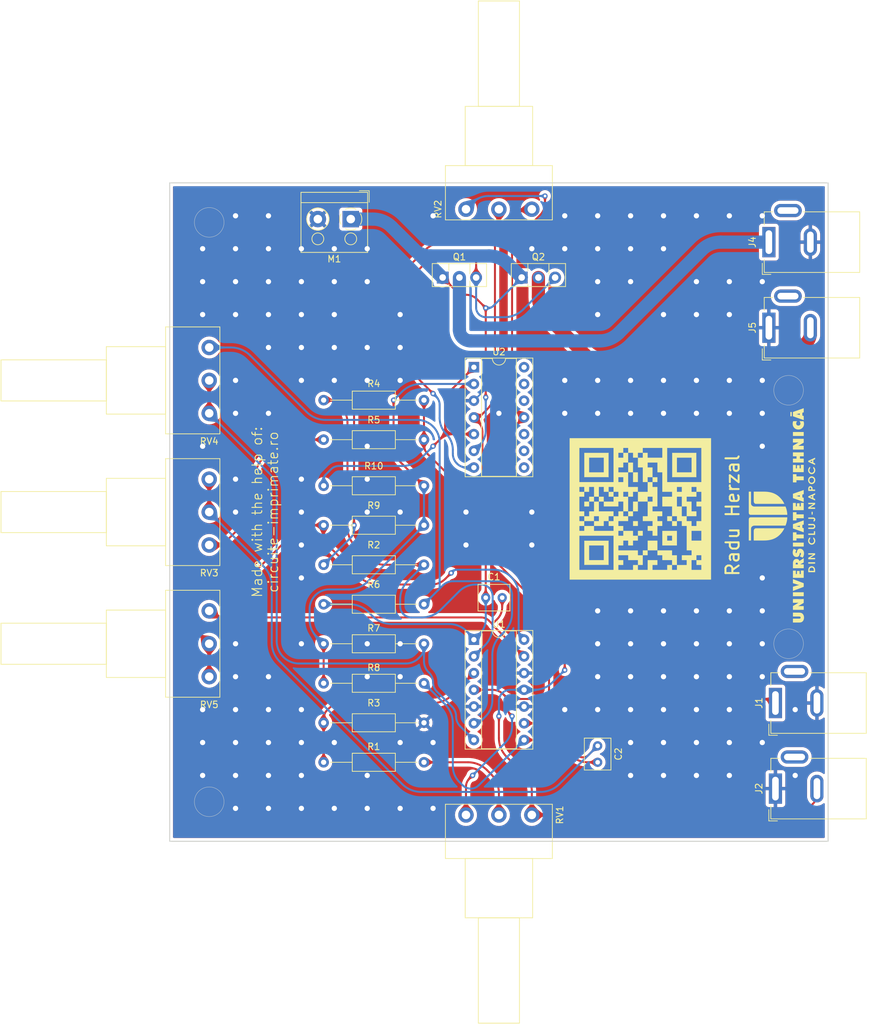
<source format=kicad_pcb>
(kicad_pcb (version 20211014) (generator pcbnew)
  (layers (0 "F.Cu" signal) (31 "B.Cu" signal) (34 "B.Paste" user) (35 "F.Paste" user) (36 "B.SilkS" user "B.Silkscreen") (37 "F.SilkS" user "F.Silkscreen") (38 "B.Mask" user) (39 "F.Mask" user) (44 "Edge.Cuts" user))
  (net 0 "")
  (net 1 "Net-(C1-Pad1)")
  (net 2 "Net-(C1-Pad2)")
  (net 3 "Net-(C2-Pad1)")
  (net 4 "Net-(C2-Pad2)")
  (net 5 "+12V")
  (net 6 "GND")
  (net 7 "-12V")
  (net 8 "MotorInput")
  (net 9 "Net-(J4-Pad1)")
  (net 10 "Net-(J5-Pad2)")
  (net 11 "InputSignal")
  (net 12 "Net-(Q1-Pad3)")
  (net 13 "FeedbackSignal")
  (net 14 "Net-(R5-Pad1)")
  (net 15 "Net-(R1-Pad1)")
  (net 16 "Net-(R2-Pad1)")
  (net 17 "Net-(R6-Pad2)")
  (net 18 "Net-(R10-Pad2)")
  (net 19 "Net-(R7-Pad2)")
  (net 26 "Net-(R9-Pad2)")
  (net 27 "Net-(R10-Pad1)")
  (footprint "Resistor_THT:R_Axial_DIN0207_L6.3mm_D2.5mm_P15.24mm_Horizontal" (layer "F.Cu") (at 40.38 56)
    (fp_text reference "R5")
    (fp_text value "100k")
  )
  (footprint "Connector_BarrelJack:BarrelJack_GCT_DCJ200-10-A_Horizontal" (layer "F.Cu") (at 109 109 90)
    (fp_text reference "J2")
    (fp_text value "Jack-DC")
  )
  (footprint "Potentiometer_THT:Potentiometer_Piher_PC-16_Single_Horizontal" (layer "F.Cu") (at 23 42 180)
    (fp_text reference "RV4")
    (fp_text value "100k")
  )
  (footprint "Resistor_THT:R_Axial_DIN0207_L6.3mm_D2.5mm_P15.24mm_Horizontal" (layer "F.Cu") (at 40.38 105)
    (fp_text reference "R1")
    (fp_text value "10k")
  )
  (footprint "Connector_BarrelJack:BarrelJack_GCT_DCJ200-10-A_Horizontal" (layer "F.Cu") (at 109 96 90)
    (fp_text reference "J1")
    (fp_text value "Jack-DC")
  )
  (footprint "Potentiometer_THT:Potentiometer_Piher_PC-16_Single_Horizontal" (layer "F.Cu") (at 23 62 180)
    (fp_text reference "RV3")
    (fp_text value "100k")
  )
  (footprint "Resistor_THT:R_Axial_DIN0207_L6.3mm_D2.5mm_P15.24mm_Horizontal" (layer "F.Cu") (at 55.62 99 180)
    (fp_text reference "R3")
    (fp_text value "10k")
  )
  (footprint "Connector_BarrelJack:BarrelJack_GCT_DCJ200-10-A_Horizontal" (layer "F.Cu") (at 108 26 90)
    (fp_text reference "J4")
    (fp_text value "Jack-DC")
  )
  (footprint "Connector_BarrelJack:BarrelJack_GCT_DCJ200-10-A_Horizontal" (layer "F.Cu") (at 108 39 90)
    (fp_text reference "J5")
    (fp_text value "Jack-DC")
  )
  (footprint "Resistor_THT:R_Axial_DIN0207_L6.3mm_D2.5mm_P15.24mm_Horizontal" (layer "F.Cu") (at 40.38 81)
    (fp_text reference "R6")
    (fp_text value "47k")
  )
  (footprint "TerminalBlock_RND:TerminalBlock_RND_205-00001_1x02_P5.00mm_Horizontal" (layer "F.Cu") (at 44.5 22.5 180)
    (fp_text reference "M1")
    (fp_text value "Motor_DC")
  )
  (footprint "Potentiometer_THT:Potentiometer_Piher_PC-16_Single_Horizontal" (layer "F.Cu") (at 23 82 180)
    (fp_text reference "RV5")
    (fp_text value "470k")
  )
  (footprint "Resistor_THT:R_Axial_DIN0207_L6.3mm_D2.5mm_P15.24mm_Horizontal" (layer "F.Cu") (at 40.38 63)
    (fp_text reference "R10")
    (fp_text value "10k")
  )
  (footprint "Capacitor_THT:C_Rect_L4.6mm_W3.8mm_P2.50mm_MKS02_FKP02" (layer "F.Cu") (at 82 102.5 -90)
    (fp_text reference "C2")
    (fp_text value "4.7u")
  )
  (footprint "Potentiometer_THT:Potentiometer_Piher_PC-16_Single_Horizontal" (layer "F.Cu") (at 62 113 -90)
    (fp_text reference "RV1")
    (fp_text value "100k")
  )
  (footprint "Package_DIP:DIP-14_W7.62mm_Socket" (layer "F.Cu") (at 63.2 45)
    (fp_text reference "U2")
    (fp_text value "LM324")
  )
  (footprint "Resistor_THT:R_Axial_DIN0207_L6.3mm_D2.5mm_P15.24mm_Horizontal" (layer "F.Cu") (at 55.62 69 180)
    (fp_text reference "R9")
    (fp_text value "10k")
  )
  (footprint "Resistor_THT:R_Axial_DIN0207_L6.3mm_D2.5mm_P15.24mm_Horizontal" (layer "F.Cu") (at 40.38 87)
    (fp_text reference "R7")
    (fp_text value "10k")
  )
  (footprint "Package_TO_SOT_THT:TO-126-3_Vertical" (layer "F.Cu") (at 70.46 31.375)
    (fp_text reference "Q2")
    (fp_text value "BD434")
  )
  (footprint "Resistor_THT:R_Axial_DIN0207_L6.3mm_D2.5mm_P15.24mm_Horizontal" (layer "F.Cu") (at 40.38 93)
    (fp_text reference "R8")
    (fp_text value "10k")
  )
  (footprint "Resistor_THT:R_Axial_DIN0207_L6.3mm_D2.5mm_P15.24mm_Horizontal" (layer "F.Cu") (at 55.62 50 180)
    (fp_text reference "R4")
    (fp_text value "10k")
  )
  (footprint "Resistor_THT:R_Axial_DIN0207_L6.3mm_D2.5mm_P15.24mm_Horizontal" (layer "F.Cu") (at 55.62 75 180)
    (fp_text reference "R2")
    (fp_text value "10k")
  )
  (footprint "Package_TO_SOT_THT:TO-126-3_Vertical" (layer "F.Cu") (at 58.46 31.375)
    (fp_text reference "Q1")
    (fp_text value "BD433")
  )
  (footprint "Potentiometer_THT:Potentiometer_Piher_PC-16_Single_Horizontal" (layer "F.Cu") (at 72 21 90)
    (fp_text reference "RV2")
    (fp_text value "100k")
  )
  (footprint "Package_DIP:DIP-14_W7.62mm_Socket" (layer "F.Cu") (at 63.2 86.375)
    (fp_text reference "U1")
    (fp_text value "LM324")
  )
  (footprint "Capacitor_THT:C_Rect_L4.6mm_W3.8mm_P2.50mm_MKS02_FKP02" (layer "F.Cu") (at 65 80)
    (fp_text reference "C1")
    (fp_text value "4.7u")
  )
  (gr_poly (pts (xy 75.6 95.4) (xy 74.4 95.4) (xy 73.8 95.2) (xy 74.4 94.8) (xy 74.6 94.4)) (layer "F.Cu") (width 0.2) (fill solid))
  (gr_poly (pts (xy 68.8 95.4) (xy 68.4 96) (xy 68.2 95.2)) (layer "F.Cu") (width 0.2) (fill solid))
  (gr_poly (pts (xy 59.6 55) (xy 59 55.4) (xy 58.4 55.6) (xy 58.6 55.2) (xy 58.8 54.4)) (layer "F.Cu") (width 0.2) (fill solid))
  (gr_line (start 83.630084 61.665001) (end 83.630084 61.665001) (layer "F.SilkS") (width 0.051858))
  (gr_line (start 80 58.034917) (end 83.630084 58.034917) (layer "F.SilkS") (width 0.051858))
  (gr_line (start 93.335 61.665001) (end 93.335 61.665001) (layer "F.SilkS") (width 0.051858))
  (gr_line (start 83.630084 58.034917) (end 83.630084 61.665001) (layer "F.SilkS") (width 0.051858))
  (gr_poly (pts (xy 113.296378 80.209259) (xy 113.296378 80.791343) (xy 112.446403 81.295374) (xy 112.45998 81.293015) (xy 112.473905 81.290888) (xy 112.488156 81.288979) (xy 112.50271 81.287271) (xy 112.517542 81.285749) (xy 112.53263 81.284398) (xy 112.563481 81.282145) (xy 112.630371 81.279333) (xy 112.666638 81.278052) (xy 112.685775 81.277659) (xy 112.705695 81.277514) (xy 113.297038 81.277514) (xy 113.297038 81.846369) (xy 111.656622 81.846369) (xy 111.656622 81.268254) (xy 112.515195 80.760254) (xy 112.501002 80.762613) (xy 112.486236 80.764739) (xy 112.470942 80.766649) (xy 112.455168 80.768357) (xy 112.43896 80.769879) (xy 112.422364 80.77123) (xy 112.388195 80.773483) (xy 112.308324 80.776294) (xy 112.260203 80.777576) (xy 112.207617 80.778113) (xy 111.655961 80.778113) (xy 111.655961 80.209259)) (layer "F.SilkS") (width 0) (fill solid))
  (gr_poly (pts (xy 114.750924 73.464369) (xy 113.983632 73.464369) (xy 113.983632 73.252703) (xy 115.02543 73.252703) (xy 115.02543 73.486198) (xy 114.263429 73.962448) (xy 115.02543 73.962448) (xy 115.02543 74.17213) (xy 113.983632 74.17213) (xy 113.983632 73.932021)) (layer "F.SilkS") (width 0) (fill solid))
  (gr_line (start 83.630084 75) (end 80 75) (layer "F.SilkS") (width 0.051858))
  (gr_poly (pts (xy 113.96379 71.362257) (xy 113.963921 71.349357) (xy 113.964338 71.336449) (xy 113.965081 71.323526) (xy 113.966187 71.31058) (xy 113.967698 71.297602) (xy 113.969649 71.284586) (xy 113.972082 71.271524) (xy 113.975034 71.258407) (xy 113.977445 71.245384) (xy 113.980677 71.231122) (xy 113.984685 71.215618) (xy 113.989421 71.198875) (xy 113.994839 71.180892) (xy 114.000893 71.161668) (xy 114.014722 71.1195) (xy 114.018948 71.108724) (xy 114.023443 71.097975) (xy 114.028213 71.087247) (xy 114.033264 71.076536) (xy 114.038602 71.065836) (xy 114.044232 71.055143) (xy 114.050161 71.044452) (xy 114.056394 71.033758) (xy 114.062938 71.023056) (xy 114.069797 71.012342) (xy 114.076977 71.00161) (xy 114.084486 70.990857) (xy 114.092327 70.980075) (xy 114.100508 70.969262) (xy 114.109033 70.958412) (xy 114.11791 70.947521) (xy 114.127026 70.936714) (xy 114.136269 70.926367) (xy 114.145642 70.916473) (xy 114.155148 70.907027) (xy 114.16479 70.898023) (xy 114.17457 70.889454) (xy 114.184491 70.881316) (xy 114.194557 70.873603) (xy 114.20477 70.866308) (xy 114.215133 70.859425) (xy 114.225649 70.85295) (xy 114.236321 70.846876) (xy 114.247153 70.841197) (xy 114.258146 70.835907) (xy 114.269303 70.831002) (xy 114.280629 70.826474) (xy 114.280629 71.062615) (xy 114.265119 71.079234) (xy 114.250588 71.096105) (xy 114.23704 71.113229) (xy 114.224478 71.130611) (xy 114.212903 71.148251) (xy 114.20232 71.166155) (xy 114.192731 71.184324) (xy 114.184139 71.202761) (xy 114.176547 71.22147) (xy 114.169958 71.240453) (xy 114.164374 71.259713) (xy 114.1598 71.279253) (xy 114.156236 71.299076) (xy 114.153688 71.319184) (xy 114.152156 71.339582) (xy 114.151645 71.360271) (xy 114.151807 71.372668) (xy 114.152317 71.385034) (xy 114.153215 71.397338) (xy 114.154539 71.409549) (xy 114.156328 71.421637) (xy 114.157409 71.427624) (xy 114.158621 71.433569) (xy 114.159969 71.439467) (xy 114.161457 71.445315) (xy 114.16309 71.451108) (xy 114.164873 71.456844) (xy 114.168249 71.468621) (xy 114.172408 71.481111) (xy 114.177326 71.494283) (xy 114.182981 71.508107) (xy 114.189349 71.52255) (xy 114.196407 71.537583) (xy 114.204131 71.553174) (xy 114.212499 71.569292) (xy 114.217375 71.577554) (xy 114.22258 71.585721) (xy 114.228116 71.593789) (xy 114.233986 71.601755) (xy 114.240194 71.609617) (xy 114.246741 71.61737) (xy 114.253632 71.625014) (xy 114.260868 71.632544) (xy 114.268454 71.639958) (xy 114.276391 71.647253) (xy 114.284682 71.654425) (xy 114.293331 71.661473) (xy 114.302341 71.668392) (xy 114.311714 71.675181) (xy 114.321453 71.681836) (xy 114.331561 71.688355) (xy 114.341559 71.694618) (xy 114.351702 71.700504) (xy 114.361981 71.706011) (xy 114.372386 71.711134) (xy 114.382907 71.71587) (xy 114.393535 71.720214) (xy 114.404259 71.724162) (xy 114.415071 71.727712) (xy 114.42596 71.730858) (xy 114.436917 71.733598) (xy 114.447932 71.735926) (xy 114.458996 71.73784) (xy 114.470099 71.739336) (xy 114.48123 71.740409) (xy 114.492381 71.741055) (xy 114.503541 71.741271) (xy 114.522578 71.740806) (xy 114.54124 71.739411) (xy 114.559524 71.737086) (xy 114.577428 71.73383) (xy 114.594947 71.729644) (xy 114.61208 71.724528) (xy 114.628824 71.718482) (xy 114.645175 71.711506) (xy 114.661131 71.703599) (xy 114.676689 71.694762) (xy 114.691845 71.684996) (xy 114.706598 71.674299) (xy 114.720944 71.662671) (xy 114.734879 71.650114) (xy 114.748402 71.636627) (xy 114.761509 71.622209) (xy 114.773873 71.607356) (xy 114.785419 71.592314) (xy 114.796148 71.577078) (xy 114.806065 71.561644) (xy 114.815171 71.546008) (xy 114.823471 71.530168) (xy 114.830966 71.514118) (xy 114.83766 71.497854) (xy 114.843555 71.481374) (xy 114.848655 71.464673) (xy 114.852962 71.447747) (xy 114.85648 71.430592) (xy 114.859211 71.413205) (xy 114.861158 71.395582) (xy 114.862324 71.377718) (xy 114.862712 71.35961) (xy 114.862603 71.349254) (xy 114.862273 71.339019) (xy 114.861718 71.328905) (xy 114.860935 71.318909) (xy 114.859919 71.30903) (xy 114.858666 71.299265) (xy 114.857173 71.289612) (xy 114.855436 71.280069) (xy 114.853451 71.270635) (xy 114.851214 71.261308) (xy 114.848722 71.252085) (xy 114.845969 71.242966) (xy 114.842953 71.233946) (xy 114.83967 71.225026) (xy 114.836115 71.216203) (xy 114.832285 71.207474) (xy 114.828543 71.198715) (xy 114.824514 71.190048) (xy 114.820209 71.181471) (xy 114.815635 71.172985) (xy 114.810801 71.164588) (xy 114.805717 71.15628) (xy 114.80039 71.148058) (xy 114.79483 71.139923) (xy 114.789045 71.131873) (xy 114.783044 71.123907) (xy 114.776835 71.116024) (xy 114.770428 71.108224) (xy 114.763831 71.100506) (xy 114.757053 71.092867) (xy 114.750102 71.085308) (xy 114.742988 71.077828) (xy 114.742988 70.831766) (xy 114.756738 70.838757) (xy 114.770203 70.846089) (xy 114.783378 70.85376) (xy 114.796256 70.861769) (xy 114.808831 70.870115) (xy 114.821099 70.878798) (xy 114.833053 70.887815) (xy 114.844687 70.897167) (xy 114.855995 70.906853) (xy 114.866972 70.91687) (xy 114.877612 70.927219) (xy 114.887909 70.937899) (xy 114.897857 70.948907) (xy 114.90745 70.960245) (xy 114.916683 70.971909) (xy 114.92555 70.983901) (xy 114.934511 70.996211) (xy 114.94304 71.008341) (xy 114.951138 71.020297) (xy 114.958808 71.032084) (xy 114.966052 71.043708) (xy 114.972872 71.055175) (xy 114.979269 71.066491) (xy 114.985246 71.077662) (xy 114.990804 71.088693) (xy 114.995946 71.099591) (xy 115.000672 71.11036) (xy 115.004986 71.121008) (xy 115.00889 71.131539) (xy 115.012384 71.14196) (xy 115.015471 71.152277) (xy 115.018154 71.162494) (xy 115.022926 71.181655) (xy 115.027311 71.199939) (xy 115.031292 71.21734) (xy 115.034855 71.233849) (xy 115.037984 71.249459) (xy 115.040664 71.264163) (xy 115.042878 71.277951) (xy 115.044611 71.290818) (xy 115.045978 71.303104) (xy 115.047113 71.315188) (xy 115.04803 71.327118) (xy 115.048746 71.338939) (xy 115.049275 71.350698) (xy 115.049635 71.362441) (xy 115.049839 71.374216) (xy 115.049903 71.386068) (xy 115.048198 71.405787) (xy 115.046059 71.425253) (xy 115.043485 71.444461) (xy 115.040478 71.463407) (xy 115.037036 71.482085) (xy 115.03316 71.500491) (xy 115.02885 71.51862) (xy 115.024106 71.536467) (xy 115.018928 71.554027) (xy 115.013316 71.571296) (xy 115.00727 71.588268) (xy 115.00079 71.604938) (xy 114.993876 71.621303) (xy 114.986528 71.637356) (xy 114.978745 71.653094) (xy 114.970529 71.668511) (xy 114.961893 71.68386) (xy 114.953097 71.698656) (xy 114.944137 71.712906) (xy 114.935006 71.726616) (xy 114.925702 71.73979) (xy 114.916218 71.752436) (xy 114.90655 71.764558) (xy 114.896694 71.776163) (xy 114.886643 71.787256) (xy 114.876394 71.797843) (xy 114.865941 71.807931) (xy 114.85528 71.817524) (xy 114.844406 71.826629) (xy 114.833314 71.835252) (xy 114.821999 71.843398) (xy 114.810456 71.851073) (xy 114.787422 71.864025) (xy 114.76497 71.876063) (xy 114.743122 71.88714) (xy 114.721903 71.897209) (xy 114.701334 71.906224) (xy 114.68144 71.914139) (xy 114.671753 71.917669) (xy 114.662243 71.920906) (xy 114.652914 71.923844) (xy 114.643768 71.926479) (xy 114.625039 71.931433) (xy 114.606054 71.935853) (xy 114.586806 71.939699) (xy 114.567287 71.942932) (xy 114.547488 71.945515) (xy 114.527403 71.947408) (xy 114.507023 71.948572) (xy 114.486341 71.948968) (xy 114.476286 71.948816) (xy 114.466425 71.948369) (xy 114.456703 71.947643) (xy 114.447067 71.946653) (xy 114.437462 71.945416) (xy 114.427833 71.943945) (xy 114.418127 71.942258) (xy 114.408289 71.940369) (xy 114.39831 71.938015) (xy 114.387246 71.934933) (xy 114.375128 71.931137) (xy 114.361987 71.926644) (xy 114.347853 71.921468) (xy 114.332759 71.915626) (xy 114.316734 71.909133) (xy 114.29981 71.902005) (xy 114.290834 71.898324) (xy 114.28177 71.894231) (xy 114.27262 71.889733) (xy 114.263388 71.884838) (xy 114.25408 71.87955) (xy 114.244697 71.873878) (xy 114.235245 71.867828) (xy 114.225727 71.861407) (xy 114.216147 71.854622) (xy 114.206508 71.847479) (xy 114.196816 71.839986) (xy 114.187073 71.832148) (xy 114.177283 71.823973) (xy 114.167451 71.815468) (xy 114.15758 71.806639) (xy 114.147674 71.797493) (xy 114.137846 71.788059) (xy 114.128208 71.778355) (xy 114.118763 71.768376) (xy 114.109516 71.758116) (xy 114.100471 71.747569) (xy 114.091631 71.73673) (xy 114.083 71.725592) (xy 114.074583 71.71415) (xy 114.066383 71.702397) (xy 114.058403 71.690329) (xy 114.050648 71.67794) (xy 114.043122 71.665222) (xy 114.035829 71.652172) (xy 114.028772 71.638782) (xy 114.021955 71.625048) (xy 114.015382 71.610962) (xy 114.00912 71.597204) (xy 114.003233 71.583215) (xy 113.997726 71.568997) (xy 113.992603 71.554552) (xy 113.987868 71.539883) (xy 113.983524 71.524991) (xy 113.979575 71.509878) (xy 113.976025 71.494546) (xy 113.972879 71.478997) (xy 113.970139 71.463233) (xy 113.967811 71.447255) (xy 113.965897 71.431067) (xy 113.964402 71.414669) (xy 113.963329 71.398063) (xy 113.962682 71.381253) (xy 113.962466 71.364238)) (layer "F.SilkS") (width 0) (fill solid))
  (gr_poly (pts (xy 113.296378 57.933326) (xy 113.296378 58.523347) (xy 112.718924 58.523347) (xy 112.718924 58.883844) (xy 113.297038 58.883844) (xy 113.297038 59.472541) (xy 111.656622 59.472541) (xy 111.655961 58.883182) (xy 112.202326 58.883182) (xy 112.202326 58.523347) (xy 111.655961 58.523347) (xy 111.655961 57.933326)) (layer "F.SilkS") (width 0) (fill solid))
  (gr_line (start 80 61.665001) (end 80 61.665001) (layer "F.SilkS") (width 0.051858))
  (gr_poly (pts (xy 112.194388 70.073734) (xy 112.194388 70.401818) (xy 113.296378 70.401818) (xy 113.296378 70.990515) (xy 112.194388 70.990515) (xy 112.194388 71.318598) (xy 111.656622 71.318598) (xy 111.656622 70.073734)) (layer "F.SilkS") (width 0) (fill solid))
  (gr_line (start 96.965083 61.665001) (end 96.965083 61.665001) (layer "F.SilkS") (width 0.051858))
  (gr_line (start 93.335 61.665001) (end 93.335 58.034917) (layer "F.SilkS") (width 0.051858))
  (gr_poly (pts (xy 113.963128 62.158061) (xy 113.963322 62.142977) (xy 113.963901 62.127981) (xy 113.964864 62.11307) (xy 113.966208 62.098241) (xy 113.967933 62.08349) (xy 113.970035 62.068812) (xy 113.972513 62.054204) (xy 113.975366 62.039661) (xy 113.97859 62.025181) (xy 113.982184 62.010759) (xy 113.986147 61.996391) (xy 113.990476 61.982074) (xy 113.995169 61.967803) (xy 114.000224 61.953574) (xy 114.00564 61.939384) (xy 114.011415 61.92523) (xy 114.017492 61.911331) (xy 114.02382 61.897667) (xy 114.030399 61.884236) (xy 114.037232 61.871042) (xy 114.044321 61.858083) (xy 114.051668 61.845362) (xy 114.059275 61.83288) (xy 114.067143 61.820637) (xy 114.075274 61.808634) (xy 114.083672 61.796872) (xy 114.092336 61.785353) (xy 114.10127 61.774076) (xy 114.110475 61.763044) (xy 114.119954 61.752257) (xy 114.129708 61.741716) (xy 114.139738 61.731422) (xy 114.14966 61.721439) (xy 114.159582 61.711831) (xy 114.169504 61.702604) (xy 114.179425 61.69376) (xy 114.189347 61.685304) (xy 114.199269 61.677239) (xy 114.209191 61.669569) (xy 114.219113 61.662299) (xy 114.229034 61.655432) (xy 114.238956 61.648972) (xy 114.248878 61.642922) (xy 114.2588 61.637288) (xy 114.268722 61.632072) (xy 114.278644 61.627278) (xy 114.288566 61.622911) (xy 114.298488 61.618974) (xy 114.317113 61.611601) (xy 114.33525 61.604887) (xy 114.352845 61.598871) (xy 114.369842 61.593591) (xy 114.386189 61.589086) (xy 114.40183 61.585395) (xy 114.409369 61.583867) (xy 114.416711 61.582557) (xy 114.42385 61.581469) (xy 114.430779 61.58061) (xy 114.444916 61.578474) (xy 114.459046 61.576548) (xy 114.47316 61.574855) (xy 114.487251 61.573417) (xy 114.501311 61.572259) (xy 114.515332 61.571403) (xy 114.529307 61.570872) (xy 114.543227 61.57069) (xy 114.555256 61.572256) (xy 114.567528 61.574227) (xy 114.580036 61.576605) (xy 114.592774 61.579392) (xy 114.605738 61.58259) (xy 114.61892 61.586201) (xy 114.632315 61.590226) (xy 114.645918 61.594668) (xy 114.659723 61.599528) (xy 114.673723 61.604809) (xy 114.687913 61.610513) (xy 114.702287 61.61664) (xy 114.71684 61.623195) (xy 114.731564 61.630177) (xy 114.746456 61.63759) (xy 114.761508 61.645435) (xy 114.776189 61.653527) (xy 114.790465 61.661925) (xy 114.804334 61.670625) (xy 114.817794 61.679624) (xy 114.830844 61.688918) (xy 114.84348 61.698502) (xy 114.855702 61.708373) (xy 114.867507 61.718526) (xy 114.878894 61.728959) (xy 114.88986 61.739667) (xy 114.900403 61.750646) (xy 114.910523 61.761893) (xy 114.920215 61.773403) (xy 114.92948 61.785173) (xy 114.938314 61.797199) (xy 114.946717 61.809476) (xy 114.962182 61.834408) (xy 114.976307 61.85861) (xy 114.989052 61.8821) (xy 114.994895 61.893582) (xy 115.000378 61.904892) (xy 115.005497 61.916031) (xy 115.010247 61.927002) (xy 115.014623 61.937806) (xy 115.01862 61.948445) (xy 115.022233 61.958921) (xy 115.025458 61.969237) (xy 115.028289 61.979393) (xy 115.030722 61.989393) (xy 115.035373 62.009578) (xy 115.039404 62.030445) (xy 115.042815 62.051995) (xy 115.045605 62.074226) (xy 115.047776 62.09714) (xy 115.049326 62.120735) (xy 115.050256 62.145013) (xy 115.050566 62.169973) (xy 115.050372 62.187236) (xy 115.049788 62.204304) (xy 115.048813 62.221182) (xy 115.047445 62.237875) (xy 115.045681 62.25439) (xy 115.04352 62.270733) (xy 115.04096 62.28691) (xy 115.037999 62.302925) (xy 115.034634 62.318785) (xy 115.030865 62.334496) (xy 115.026688 62.350064) (xy 115.022103 62.365494) (xy 115.017107 62.380793) (xy 115.011698 62.395966) (xy 115.005874 62.411018) (xy 114.999634 62.425956) (xy 114.992953 62.439845) (xy 114.986055 62.453479) (xy 114.978942 62.466848) (xy 114.971615 62.479947) (xy 114.964075 62.492766) (xy 114.956323 62.505299) (xy 114.948359 62.517537) (xy 114.940186 62.529473) (xy 114.931802 62.541099) (xy 114.923211 62.552407) (xy 114.914412 62.563389) (xy 114.905407 62.574039) (xy 114.896197 62.584347) (xy 114.886782 62.594306) (xy 114.877163 62.603909) (xy 114.867342 62.613147) (xy 114.857148 62.622039) (xy 114.846903 62.630606) (xy 114.836601 62.638852) (xy 114.826238 62.646778) (xy 114.81581 62.654387) (xy 114.805311 62.661679) (xy 114.794736 62.668658) (xy 114.78408 62.675325) (xy 114.77334 62.681681) (xy 114.762509 62.68773) (xy 114.751584 62.693472) (xy 114.740558 62.69891) (xy 114.729428 62.704045) (xy 114.718189 62.70888) (xy 114.706835 62.713417) (xy 114.695362 62.717657) (xy 114.684231 62.721975) (xy 114.67316 62.726) (xy 114.662146 62.729735) (xy 114.651189 62.733181) (xy 114.640287 62.73634) (xy 114.629436 62.739214) (xy 114.618636 62.741806) (xy 114.607885 62.744116) (xy 114.597179 62.746147) (xy 114.586519 62.747902) (xy 114.575901 62.749381) (xy 114.565324 62.750586) (xy 114.554785 62.751521) (xy 114.544284 62.752186) (xy 114.533817 62.752583) (xy 114.523383 62.752716) (xy 114.51412 62.752605) (xy 114.51412 62.544355) (xy 114.527092 62.544106) (xy 114.533461 62.543793) (xy 114.539762 62.543353) (xy 114.546006 62.542785) (xy 114.552199 62.542088) (xy 114.558353 62.541262) (xy 114.564474 62.540305) (xy 114.570572 62.539216) (xy 114.576656 62.537994) (xy 114.582733 62.536638) (xy 114.588814 62.535148) (xy 114.601019 62.531759) (xy 114.61334 62.52782) (xy 114.624806 62.522918) (xy 114.636853 62.517132) (xy 114.649442 62.510447) (xy 114.662536 62.502848) (xy 114.676094 62.494319) (xy 114.690079 62.484844) (xy 114.704452 62.474408) (xy 114.719173 62.462995) (xy 114.726538 62.457149) (xy 114.733752 62.451019) (xy 114.740822 62.444598) (xy 114.74775 62.43788) (xy 114.754543 62.43086) (xy 114.761206 62.423532) (xy 114.767742 62.41589) (xy 114.774157 62.407929) (xy 114.780456 62.399642) (xy 114.786644 62.391023) (xy 114.792725 62.382067) (xy 114.798704 62.372769) (xy 114.804586 62.363121) (xy 114.810376 62.353119) (xy 114.816079 62.342756) (xy 114.8217 62.332027) (xy 114.826506 62.321493) (xy 114.831001 62.31098) (xy 114.835187 62.300492) (xy 114.839063 62.290034) (xy 114.842629 62.279611) (xy 114.845884 62.269228) (xy 114.84883 62.258889) (xy 114.851466 62.2486) (xy 114.853791 62.238364) (xy 114.855806 62.228188) (xy 114.857512 62.218076) (xy 114.858907 62.208033) (xy 114.859992 62.198064) (xy 114.860768 62.188173) (xy 114.861233 62.178365) (xy 114.861388 62.168645) (xy 114.861107 62.149336) (xy 114.860261 62.1306) (xy 114.858841 62.112435) (xy 114.85684 62.094841) (xy 114.85425 62.077816) (xy 114.851062 62.061361) (xy 114.847271 62.045473) (xy 114.842866 62.030152) (xy 114.837842 62.015397) (xy 114.83219 62.001206) (xy 114.825902 61.98758) (xy 114.818971 61.974517) (xy 114.811389 61.962015) (xy 114.803148 61.950075) (xy 114.79424 61.938695) (xy 114.784658 61.927873) (xy 114.774828 61.917432) (xy 114.765175 61.907438) (xy 114.75569 61.89789) (xy 114.746366 61.888785) (xy 114.737192 61.880123) (xy 114.728161 61.8719) (xy 114.719264 61.864115) (xy 114.710492 61.856766) (xy 114.701836 61.849852) (xy 114.693287 61.843369) (xy 114.684837 61.837317) (xy 114.676478 61.831693) (xy 114.6682 61.826496) (xy 114.659994 61.821722) (xy 114.651853 61.817372) (xy 114.643767 61.813442) (xy 114.635587 61.809394) (xy 114.627412 61.805677) (xy 114.619232 61.802283) (xy 114.611035 61.7992) (xy 114.602811 61.796419) (xy 114.594549 61.793931) (xy 114.586239 61.791726) (xy 114.577869 61.789794) (xy 114.56943 61.788126) (xy 114.56091 61.786712) (xy 114.5523 61.785541) (xy 114.543587 61.784606) (xy 114.534762 61.783895) (xy 114.525814 61.783399) (xy 114.516733 61.783108) (xy 114.507507 61.783014) (xy 114.490702 61.783329) (xy 114.47402 61.784296) (xy 114.465726 61.785033) (xy 114.457463 61.785944) (xy 114.449231 61.787034) (xy 114.44103 61.788306) (xy 114.43286 61.789764) (xy 114.424721 61.791412) (xy 114.416613 61.793254) (xy 114.408536 61.795293) (xy 114.40049 61.797534) (xy 114.392475 61.79998) (xy 114.384492 61.802635) (xy 114.376539 61.805503) (xy 114.368547 61.808806) (xy 114.360695 61.812265) (xy 114.352982 61.815884) (xy 114.345409 61.819663) (xy 114.337975 61.823605) (xy 114.330681 61.827712) (xy 114.323527 61.831985) (xy 114.316512 61.836427) (xy 114.309636 61.841039) (xy 114.3029 61.845824) (xy 114.296303 61.850783) (xy 114.289846 61.855919) (xy 114.283529 61.861233) (xy 114.277351 61.866728) (xy 114.271313 61.872404) (xy 114.265414 61.878265) (xy 114.259073 61.884001) (xy 114.252952 61.889799) (xy 114.247052 61.895659) (xy 114.241374 61.901581) (xy 114.235921 61.907565) (xy 114.230695 61.913611) (xy 114.225698 61.919719) (xy 114.220931 61.925889) (xy 114.216397 61.932121) (xy 114.212097 61.938416) (xy 114.208033 61.944772) (xy 114.204208 61.95119) (xy 114.200623 61.95767) (xy 114.197281 61.964213) (xy 114.194183 61.970817) (xy 114.19133 61.977483) (xy 114.186278 61.990246) (xy 114.181543 62.002692) (xy 114.177134 62.014749) (xy 114.173058 62.02635) (xy 114.169323 62.037423) (xy 114.165937 62.047899) (xy 114.162908 62.057708) (xy 114.160242 62.066782) (xy 114.157727 62.076678) (xy 114.155622 62.086552) (xy 114.153905 62.096442) (xy 114.152553 62.106386) (xy 114.151541 62.116423) (xy 114.150847 62.126592) (xy 114.150448 62.136931) (xy 114.150328 62.146835) (xy 114.150604 62.164319) (xy 114.151464 62.182092) (xy 114.152895 62.199475) (xy 114.154896 62.216468) (xy 114.157468 62.23307) (xy 114.160608 62.249279) (xy 114.164316 62.265094) (xy 114.168591 62.280516) (xy 114.173431 62.295542) (xy 114.178837 62.310172) (xy 114.184806 62.324405) (xy 114.191339 62.338239) (xy 114.198433 62.351674) (xy 114.206089 62.364709) (xy 114.214304 62.377344) (xy 114.223078 62.389575) (xy 114.232 62.401669) (xy 114.240903 62.413153) (xy 114.249785 62.424035) (xy 114.258642 62.434327) (xy 114.267473 62.444037) (xy 114.276273 62.453176) (xy 114.28504 62.461752) (xy 114.293772 62.469777) (xy 114.302465 62.477258) (xy 114.311116 62.484207) (xy 114.319722 62.490633) (xy 114.328282 62.496545) (xy 114.33679 62.501953) (xy 114.345245 62.506867) (xy 114.353645 62.511296) (xy 114.361985 62.515251) (xy 114.370139 62.518957) (xy 114.378479 62.522389) (xy 114.387002 62.525551) (xy 114.395709 62.528449) (xy 114.404598 62.531087) (xy 114.413668 62.533471) (xy 114.422918 62.535604) (xy 114.432348 62.537493) (xy 114.441955 62.53914) (xy 114.451741 62.540553) (xy 114.461702 62.541735) (xy 114.471839 62.542691) (xy 114.48215 62.543426) (xy 114.492635 62.543945) (xy 114.51412 62.544355) (xy 114.51412 62.752605) (xy 114.501414 62.752453) (xy 114.480151 62.751667) (xy 114.459585 62.750361) (xy 114.439709 62.74854) (xy 114.420515 62.746208) (xy 114.401995 62.743367) (xy 114.384142 62.740023) (xy 114.366948 62.736179) (xy 114.350405 62.731839) (xy 114.334506 62.727006) (xy 114.319242 62.721685) (xy 114.304606 62.71588) (xy 114.29059 62.709594) (xy 114.277186 62.702831) (xy 114.264387 62.695595) (xy 114.252185 62.687891) (xy 114.229089 62.671916) (xy 114.218084 62.664033) (xy 114.207443 62.656213) (xy 114.197171 62.648452) (xy 114.18727 62.640743) (xy 114.177743 62.633083) (xy 114.168593 62.625466) (xy 114.159822 62.617888) (xy 114.151435 62.610344) (xy 114.15032 62.609298) (xy 114.15032 62.14748) (xy 114.150328 62.146835) (xy 114.150318 62.146158) (xy 114.15032 62.14748) (xy 114.15032 62.609298) (xy 114.143433 62.602829) (xy 114.13582 62.595338) (xy 114.128598 62.587867) (xy 114.12177 62.58041) (xy 114.11534 62.572963) (xy 114.10931 62.565521) (xy 114.103123 62.558382) (xy 114.096964 62.550855) (xy 114.090828 62.542941) (xy 114.084711 62.534639) (xy 114.072521 62.516873) (xy 114.060362 62.497556) (xy 114.048202 62.476689) (xy 114.036012 62.454272) (xy 114.02376 62.430304) (xy 114.011414 62.404787) (xy 114.005632 62.391609) (xy 114.000195 62.378124) (xy 113.995107 62.364332) (xy 113.990371 62.350236) (xy 113.985992 62.335838) (xy 113.981973 62.32114) (xy 113.978319 62.306143) (xy 113.975033 62.29085) (xy 113.972119 62.275262) (xy 113.969581 62.259381) (xy 113.967423 62.24321) (xy 113.965649 62.22675) (xy 113.964262 62.210003) (xy 113.963267 62.192972) (xy 113.962667 62.175657) (xy 113.962466 62.158061)) (layer "F.SilkS") (width 0) (fill solid))
  (gr_poly (pts (xy 113.297038 51.222173) (xy 113.297038 51.85519) (xy 113.090002 51.908105) (xy 113.090002 52.352605) (xy 113.297038 52.402214) (xy 113.297038 53.03589) (xy 112.701065 52.823455) (xy 112.701065 52.252725) (xy 112.701065 52.007984) (xy 112.515857 52.058916) (xy 112.481189 52.067938) (xy 112.448615 52.076155) (xy 112.418118 52.083565) (xy 112.389683 52.090169) (xy 112.363295 52.095967) (xy 112.338937 52.100959) (xy 112.316595 52.105145) (xy 112.296253 52.108524) (xy 112.277716 52.111975) (xy 112.259335 52.114922) (xy 112.24114 52.117419) (xy 112.223161 52.119521) (xy 112.205431 52.121282) (xy 112.18798 52.122756) (xy 112.154039 52.125061) (xy 112.154039 52.136306) (xy 112.15437 52.135977) (xy 112.1547 52.135646) (xy 112.188373 52.137962) (xy 112.205837 52.139461) (xy 112.223657 52.141269) (xy 112.241788 52.14345) (xy 112.260182 52.146065) (xy 112.278793 52.149176) (xy 112.297575 52.152845) (xy 112.339495 52.160989) (xy 112.389849 52.171861) (xy 112.418188 52.178476) (xy 112.448636 52.185959) (xy 112.481192 52.194372) (xy 112.515857 52.203777) (xy 112.701065 52.252725) (xy 112.701065 52.823455) (xy 111.656622 52.451162) (xy 111.656622 51.79566)) (layer "F.SilkS") (width 0) (fill solid))
  (gr_poly (pts (xy 113.297038 63.646345) (xy 113.297038 64.280021) (xy 113.090002 64.332937) (xy 113.090002 64.7781) (xy 113.297038 64.827709) (xy 113.297038 65.461385) (xy 112.701065 65.248709) (xy 112.701065 64.678878) (xy 112.701065 64.434139) (xy 112.515857 64.484411) (xy 112.448615 64.501278) (xy 112.418118 64.508595) (xy 112.389683 64.515168) (xy 112.363295 64.520997) (xy 112.338937 64.526082) (xy 112.316595 64.530423) (xy 112.296253 64.534019) (xy 112.277716 64.537278) (xy 112.259335 64.540127) (xy 112.24114 64.542588) (xy 112.223161 64.544685) (xy 112.205431 64.546441) (xy 112.18798 64.547879) (xy 112.170839 64.549022) (xy 112.154039 64.549894) (xy 112.154039 64.56114) (xy 112.1547 64.562463) (xy 112.188373 64.565047) (xy 112.205837 64.566533) (xy 112.223657 64.568251) (xy 112.241788 64.570279) (xy 112.260182 64.572695) (xy 112.278793 64.575576) (xy 112.297575 64.579) (xy 112.339495 64.587144) (xy 112.389849 64.598017) (xy 112.418188 64.604631) (xy 112.448636 64.612114) (xy 112.481192 64.620527) (xy 112.515857 64.629932) (xy 112.701065 64.678878) (xy 112.701065 65.248709) (xy 111.656622 64.875993) (xy 111.656622 64.219831)) (layer "F.SilkS") (width 0) (fill solid))
  (gr_line (start 96.965083 61.665001) (end 93.335 61.665001) (layer "F.SilkS") (width 0.051858))
  (gr_poly (pts (xy 113.297038 77.802874) (xy 113.297038 78.351884) (xy 111.656622 78.977624) (xy 111.656622 78.338655) (xy 112.250611 78.16403) (xy 112.313212 78.146398) (xy 112.370914 78.131122) (xy 112.423531 78.118079) (xy 112.470877 78.107144) (xy 112.492961 78.102894) (xy 112.514595 78.099062) (xy 112.535826 78.095634) (xy 112.556701 78.092592) (xy 112.577266 78.089923) (xy 112.597567 78.087611) (xy 112.617651 78.085639) (xy 112.637564 78.083993) (xy 112.637564 78.072749) (xy 112.616768 78.069971) (xy 112.595593 78.066651) (xy 112.574092 78.062866) (xy 112.552319 78.058693) (xy 112.508177 78.049494) (xy 112.463601 78.039676) (xy 112.416596 78.028545) (xy 112.367855 78.016112) (xy 112.317377 78.002562) (xy 112.265163 77.988082) (xy 111.656622 77.804859) (xy 111.656622 77.181103)) (layer "F.SilkS") (width 0) (fill solid))
  (gr_poly (pts (xy 113.297038 79.179368) (xy 113.297038 79.777988) (xy 111.656622 79.777988) (xy 111.656622 79.179368)) (layer "F.SilkS") (width 0) (fill solid))
  (gr_poly (pts (xy 113.984295 59.212589) (xy 115.026092 58.734354) (xy 115.026092 58.964542) (xy 114.756877 59.087572) (xy 114.756877 59.491062) (xy 115.02543 59.615417) (xy 115.02543 59.846927) (xy 114.569023 59.640602) (xy 114.569023 59.413009) (xy 114.569023 59.171577) (xy 114.254831 59.293947) (xy 114.569023 59.413009) (xy 114.569023 59.640602) (xy 113.983632 59.375968)) (layer "F.SilkS") (width 0) (fill solid))
  (gr_poly (pts (xy 83.630084 61.665001) (xy 80 61.665001) (xy 80 60.961209) (xy 80.703792 60.961209) (xy 82.926292 60.961209) (xy 82.926292 58.738709) (xy 80.703792 58.738709) (xy 80.703792 60.961209) (xy 80 60.961209) (xy 80 58.034917) (xy 83.630084 58.034917)) (layer "F.SilkS") (width 0) (fill solid))
  (gr_line (start 80 71.369917) (end 83.630084 71.369917) (layer "F.SilkS") (width 0.051858))
  (gr_poly (pts (xy 96.965083 61.665001) (xy 93.335 61.665001) (xy 93.335 60.961209) (xy 94.038792 60.961209) (xy 96.261291 60.961209) (xy 96.261291 58.738709) (xy 94.038792 58.738709) (xy 94.038792 60.961209) (xy 93.335 60.961209) (xy 93.335 58.034917) (xy 96.965083 58.034917)) (layer "F.SilkS") (width 0) (fill solid))
  (gr_poly (pts (xy 113.297038 71.638083) (xy 113.297038 72.23538) (xy 111.656622 72.23538) (xy 111.656622 71.638083)) (layer "F.SilkS") (width 0) (fill solid))
  (gr_poly (pts (xy 104.95109 68.124911) (xy 104.954133 68.081721) (xy 104.956453 68.061344) (xy 104.959323 68.041771) (xy 104.962754 68.023) (xy 104.966757 68.005023) (xy 104.971346 67.987837) (xy 104.976532 67.971437) (xy 104.982328 67.955818) (xy 104.988746 67.940975) (xy 104.995797 67.926904) (xy 105.003493 67.913599) (xy 105.011848 67.901055) (xy 105.020873 67.889268) (xy 105.03058 67.878233) (xy 105.040981 67.867945) (xy 105.052088 67.858399) (xy 105.063914 67.849591) (xy 105.076471 67.841515) (xy 105.08977 67.834167) (xy 105.103824 67.827541) (xy 105.118645 67.821634) (xy 105.134245 67.816439) (xy 105.150636 67.811953) (xy 105.16783 67.808171) (xy 105.185839 67.805087) (xy 105.204677 67.802697) (xy 105.224353 67.800995) (xy 105.244882 67.799978) (xy 105.266274 67.79964) (xy 110.802679 67.79964) (xy 110.799343 67.882383) (xy 110.794061 67.964655) (xy 110.786859 68.046432) (xy 110.777761 68.127693) (xy 110.766791 68.208415) (xy 110.753974 68.288576) (xy 110.739332 68.368154) (xy 110.722892 68.447126) (xy 110.704676 68.52547) (xy 110.684709 68.603164) (xy 110.663016 68.680185) (xy 110.63962 68.756512) (xy 110.614546 68.832122) (xy 110.587818 68.906993) (xy 110.559461 68.981102) (xy 110.529498 69.054427) (xy 105.823222 69.054427) (xy 105.784628 69.055873) (xy 105.743701 69.060326) (xy 105.701097 69.067952) (xy 105.657475 69.078921) (xy 105.613492 69.093402) (xy 105.569807 69.111563) (xy 105.548282 69.122076) (xy 105.527077 69.133572) (xy 105.506276 69.146073) (xy 105.485961 69.159599) (xy 105.466213 69.174171) (xy 105.447115 69.189811) (xy 105.42875 69.206539) (xy 105.411199 69.224378) (xy 105.394545 69.243347) (xy 105.37887 69.263467) (xy 105.364256 69.284761) (xy 105.350785 69.307248) (xy 105.338541 69.330951) (xy 105.327604 69.35589) (xy 105.318057 69.382086) (xy 105.309983 69.40956) (xy 105.303464 69.438334) (xy 105.298581 69.468428) (xy 105.295417 69.499863) (xy 105.294055 69.532661) (xy 105.294055 71.318598) (xy 104.950097 71.318598) (xy 104.950097 68.17138)) (layer "F.SilkS") (width 0) (fill solid))
  (gr_line (start 83.630084 71.369917) (end 83.630084 71.369917) (layer "F.SilkS") (width 0.051858))
  (gr_poly (pts (xy 111.657187 74.743476) (xy 111.658881 74.704816) (xy 111.661702 74.667343) (xy 111.665645 74.631059) (xy 111.670708 74.595968) (xy 111.676888 74.562076) (xy 111.684183 74.529384) (xy 111.692589 74.497899) (xy 111.702103 74.467622) (xy 111.712723 74.438558) (xy 111.724446 74.410712) (xy 111.737269 74.384086) (xy 111.751188 74.358685) (xy 111.766201 74.334513) (xy 111.782305 74.311573) (xy 111.799498 74.28987) (xy 111.81762 74.269103) (xy 111.836761 74.249711) (xy 111.856918 74.231689) (xy 111.878087 74.215032) (xy 111.900263 74.199735) (xy 111.923443 74.185795) (xy 111.947623 74.173204) (xy 111.972799 74.16196) (xy 111.998968 74.152057) (xy 112.026124 74.143489) (xy 112.054265 74.136254) (xy 112.083387 74.130344) (xy 112.113485 74.125756) (xy 112.144556 74.122485) (xy 112.176596 74.120526) (xy 112.209601 74.119874) (xy 112.231276 74.120201) (xy 112.252404 74.121182) (xy 112.272994 74.122822) (xy 112.293059 74.125125) (xy 112.312608 74.128094) (xy 112.331652 74.131734) (xy 112.350202 74.136049) (xy 112.368269 74.141041) (xy 112.385862 74.146716) (xy 112.402994 74.153077) (xy 112.419674 74.160127) (xy 112.435913 74.167872) (xy 112.451722 74.176314) (xy 112.467112 74.185457) (xy 112.482092 74.195306) (xy 112.496674 74.205864) (xy 112.510332 74.216669) (xy 112.523276 74.227994) (xy 112.535505 74.239832) (xy 112.547018 74.252177) (xy 112.557813 74.265022) (xy 112.567891 74.27836) (xy 112.57725 74.292185) (xy 112.585889 74.306489) (xy 112.593807 74.321266) (xy 112.601003 74.336509) (xy 112.607476 74.352212) (xy 112.613225 74.368366) (xy 112.61825 74.384967) (xy 112.622549 74.402007) (xy 112.626122 74.419478) (xy 112.628966 74.437376) (xy 113.297038 73.998827) (xy 113.297038 74.658963) (xy 112.754643 74.945375) (xy 113.297038 74.945375) (xy 113.297038 75.52415) (xy 112.399441 75.52415) (xy 112.399441 74.947359) (xy 112.399441 74.856078) (xy 112.399271 74.845909) (xy 112.398764 74.835992) (xy 112.397923 74.826334) (xy 112.396753 74.816938) (xy 112.395258 74.807809) (xy 112.393441 74.798953) (xy 112.391306 74.790374) (xy 112.388857 74.782077) (xy 112.386098 74.774066) (xy 112.383033 74.766348) (xy 112.379666 74.758925) (xy 112.376 74.751805) (xy 112.372039 74.74499) (xy 112.367788 74.738486) (xy 112.363251 74.732298) (xy 112.35843 74.726431) (xy 112.353097 74.721115) (xy 112.347515 74.716086) (xy 112.341682 74.711351) (xy 112.335599 74.706918) (xy 112.329264 74.702796) (xy 112.322676 74.698991) (xy 112.315834 74.695512) (xy 112.308738 74.692366) (xy 112.301385 74.689562) (xy 112.293776 74.687106) (xy 112.285909 74.685006) (xy 112.277784 74.683271) (xy 112.269398 74.681908) (xy 112.260752 74.680925) (xy 112.251845 74.68033) (xy 112.242675 74.68013) (xy 112.232689 74.68033) (xy 112.223063 74.680925) (xy 112.213787 74.681908) (xy 112.204847 74.683271) (xy 112.196234 74.685006) (xy 112.187934 74.687106) (xy 112.179936 74.689562) (xy 112.172229 74.692366) (xy 112.164802 74.695512) (xy 112.157641 74.698991) (xy 112.150737 74.702796) (xy 112.144076 74.706918) (xy 112.137648 74.711351) (xy 112.131441 74.716086) (xy 112.125444 74.721115) (xy 112.119644 74.726431) (xy 112.114605 74.732189) (xy 112.109905 74.738295) (xy 112.105542 74.74474) (xy 112.101515 74.751515) (xy 112.097821 74.758612) (xy 112.094459 74.766022) (xy 112.091426 74.773736) (xy 112.08872 74.781745) (xy 112.08634 74.790042) (xy 112.084283 74.798616) (xy 112.082549 74.80746) (xy 112.081134 74.816565) (xy 112.080037 74.825921) (xy 112.079255 74.835521) (xy 112.078788 74.845355) (xy 112.078633 74.855415) (xy 112.078633 74.946035) (xy 112.399441 74.947359) (xy 112.399441 75.52415) (xy 111.656622 75.52415) (xy 111.656622 74.783318)) (layer "F.SilkS") (width 0) (fill solid))
  (gr_poly (pts (xy 113.296378 55.868257) (xy 113.296378 56.45034) (xy 112.446403 56.95437) (xy 112.45998 56.952011) (xy 112.473905 56.949885) (xy 112.488156 56.947975) (xy 112.50271 56.946268) (xy 112.517542 56.944746) (xy 112.53263 56.943394) (xy 112.563481 56.941141) (xy 112.630371 56.938329) (xy 112.666638 56.937047) (xy 112.685775 56.936654) (xy 112.705695 56.93651) (xy 113.297038 56.93651) (xy 113.297038 57.505365) (xy 111.656622 57.505365) (xy 111.656622 56.927251) (xy 112.515195 56.419252) (xy 112.501002 56.421611) (xy 112.486236 56.423738) (xy 112.470942 56.425647) (xy 112.455168 56.427355) (xy 112.43896 56.428877) (xy 112.422364 56.430228) (xy 112.388195 56.432481) (xy 112.308324 56.435293) (xy 112.260203 56.436575) (xy 112.207617 56.437112) (xy 111.655961 56.437112) (xy 111.655961 55.868257)) (layer "F.SilkS") (width 0) (fill solid))
  (gr_poly (pts (xy 113.297038 54.838367) (xy 113.297038 55.436985) (xy 111.656622 55.436985) (xy 111.656622 54.838367)) (layer "F.SilkS") (width 0) (fill solid))
  (gr_poly (pts (xy 113.96379 60.653909) (xy 113.963921 60.641009) (xy 113.964338 60.628101) (xy 113.965081 60.615178) (xy 113.966187 60.602232) (xy 113.967698 60.589255) (xy 113.969649 60.576239) (xy 113.972082 60.563176) (xy 113.975034 60.55006) (xy 113.977445 60.537037) (xy 113.980677 60.522774) (xy 113.984685 60.507271) (xy 113.989421 60.490528) (xy 113.994839 60.472544) (xy 114.000893 60.453321) (xy 114.014722 60.411153) (xy 114.018948 60.400371) (xy 114.023443 60.389602) (xy 114.028213 60.378844) (xy 114.033264 60.368096) (xy 114.038602 60.357356) (xy 114.044232 60.346622) (xy 114.050161 60.335892) (xy 114.056394 60.325163) (xy 114.062938 60.314435) (xy 114.069797 60.303705) (xy 114.076977 60.29297) (xy 114.084486 60.28223) (xy 114.092327 60.271482) (xy 114.100508 60.260725) (xy 114.109033 60.249956) (xy 114.11791 60.239173) (xy 114.127026 60.228258) (xy 114.136269 60.21783) (xy 114.145642 60.207881) (xy 114.155148 60.198401) (xy 114.16479 60.189383) (xy 114.17457 60.180817) (xy 114.184491 60.172695) (xy 114.194557 60.165008) (xy 114.20477 60.157748) (xy 114.215133 60.150905) (xy 114.225649 60.14447) (xy 114.236321 60.138436) (xy 114.247153 60.132794) (xy 114.258146 60.127534) (xy 114.269303 60.122648) (xy 114.280629 60.118127) (xy 114.280629 60.354929) (xy 114.265119 60.371322) (xy 114.250588 60.388009) (xy 114.23704 60.404986) (xy 114.224478 60.422252) (xy 114.212903 60.439805) (xy 114.20232 60.457643) (xy 114.192731 60.475764) (xy 114.184139 60.494165) (xy 114.176547 60.512846) (xy 114.169958 60.531804) (xy 114.164374 60.551037) (xy 114.1598 60.570543) (xy 114.156236 60.590321) (xy 114.153688 60.610367) (xy 114.152156 60.630682) (xy 114.151645 60.651262) (xy 114.151807 60.663659) (xy 114.152317 60.676025) (xy 114.153215 60.68833) (xy 114.154539 60.700541) (xy 114.156328 60.712628) (xy 114.157409 60.718615) (xy 114.158621 60.72456) (xy 114.159969 60.730458) (xy 114.161457 60.736306) (xy 114.16309 60.742099) (xy 114.164873 60.747835) (xy 114.168249 60.759422) (xy 114.172408 60.771823) (xy 114.177326 60.784984) (xy 114.182981 60.79885) (xy 114.189349 60.813368) (xy 114.196407 60.828482) (xy 114.204131 60.844139) (xy 114.212499 60.860284) (xy 114.217375 60.868539) (xy 114.22258 60.876686) (xy 114.228116 60.884724) (xy 114.233986 60.892653) (xy 114.240194 60.900474) (xy 114.246741 60.908187) (xy 114.253632 60.915791) (xy 114.260868 60.923286) (xy 114.268454 60.930674) (xy 114.276391 60.937952) (xy 114.284682 60.945122) (xy 114.293331 60.952184) (xy 114.302341 60.959137) (xy 114.311714 60.965981) (xy 114.321453 60.972717) (xy 114.331561 60.979345) (xy 114.341559 60.985607) (xy 114.351702 60.991494) (xy 114.361981 60.997) (xy 114.372386 61.002123) (xy 114.382907 61.006859) (xy 114.393535 61.011203) (xy 114.404259 61.015151) (xy 114.415071 61.018701) (xy 114.42596 61.021847) (xy 114.436917 61.024587) (xy 114.447932 61.026915) (xy 114.458996 61.028829) (xy 114.470099 61.030325) (xy 114.48123 61.031397) (xy 114.492381 61.032044) (xy 114.503541 61.03226) (xy 114.522578 61.031781) (xy 114.54124 61.030346) (xy 114.559524 61.027961) (xy 114.577428 61.024633) (xy 114.594947 61.020367) (xy 114.61208 61.015169) (xy 114.628824 61.009044) (xy 114.645175 61.001999) (xy 114.661131 60.994039) (xy 114.676689 60.985171) (xy 114.691845 60.975399) (xy 114.706598 60.964731) (xy 114.720944 60.953171) (xy 114.734879 60.940725) (xy 114.748402 60.927399) (xy 114.761509 60.9132) (xy 114.773873 60.898347) (xy 114.785419 60.883305) (xy 114.796148 60.868069) (xy 114.806065 60.852635) (xy 114.815171 60.836999) (xy 114.823471 60.821158) (xy 114.830966 60.805108) (xy 114.83766 60.788845) (xy 114.843555 60.772365) (xy 114.848655 60.755664) (xy 114.852962 60.738738) (xy 114.85648 60.721583) (xy 114.859211 60.704196) (xy 114.861158 60.686572) (xy 114.862324 60.668708) (xy 114.862712 60.6506) (xy 114.862603 60.64012) (xy 114.862273 60.629766) (xy 114.861718 60.619537) (xy 114.860935 60.609435) (xy 114.859919 60.599461) (xy 114.858666 60.589616) (xy 114.857173 60.579901) (xy 114.855436 60.570317) (xy 114.853451 60.560864) (xy 114.851214 60.551544) (xy 114.848722 60.542358) (xy 114.845969 60.533306) (xy 114.842953 60.52439) (xy 114.83967 60.515611) (xy 114.836115 60.506969) (xy 114.832285 60.498466) (xy 114.828543 60.489699) (xy 114.824514 60.481011) (xy 114.820209 60.472402) (xy 114.815635 60.463874) (xy 114.810801 60.455427) (xy 114.805717 60.447062) (xy 114.80039 60.438781) (xy 114.79483 60.430584) (xy 114.789045 60.422472) (xy 114.783044 60.414446) (xy 114.776835 60.406508) (xy 114.770428 60.398658) (xy 114.763831 60.390897) (xy 114.757053 60.383226) (xy 114.750102 60.375646) (xy 114.742988 60.368158) (xy 114.742988 60.123418) (xy 114.756738 60.130293) (xy 114.770203 60.137522) (xy 114.783378 60.145102) (xy 114.796256 60.153029) (xy 114.808831 60.161301) (xy 114.821099 60.169916) (xy 114.833053 60.178869) (xy 114.844687 60.188159) (xy 114.855995 60.197781) (xy 114.866972 60.207735) (xy 114.877612 60.218016) (xy 114.887909 60.228621) (xy 114.897857 60.239548) (xy 114.90745 60.250794) (xy 114.916683 60.262356) (xy 114.92555 60.27423) (xy 114.934511 60.286555) (xy 114.94304 60.298725) (xy 114.951138 60.31074) (xy 114.958808 60.3226) (xy 114.966052 60.334304) (xy 114.972872 60.345854) (xy 114.979269 60.357249) (xy 114.985246 60.368489) (xy 114.990804 60.379574) (xy 114.995946 60.390503) (xy 115.000672 60.401278) (xy 115.004986 60.411898) (xy 115.00889 60.422362) (xy 115.012384 60.432671) (xy 115.015471 60.442826) (xy 115.018154 60.452825) (xy 115.022926 60.471985) (xy 115.027311 60.49027) (xy 115.031292 60.507671) (xy 115.034855 60.52418) (xy 115.037984 60.53979) (xy 115.040664 60.554493) (xy 115.042878 60.568281) (xy 115.044611 60.581148) (xy 115.045978 60.593405) (xy 115.047113 60.605415) (xy 115.04803 60.617239) (xy 115.048746 60.628938) (xy 115.049275 60.640575) (xy 115.049635 60.652213) (xy 115.049839 60.663913) (xy 115.049903 60.675737) (xy 115.048198 60.695564) (xy 115.046059 60.715111) (xy 115.043485 60.734375) (xy 115.040478 60.753354) (xy 115.037036 60.772046) (xy 115.03316 60.790449) (xy 115.02885 60.808562) (xy 115.024106 60.826382) (xy 115.018928 60.843908) (xy 115.013316 60.861137) (xy 115.00727 60.878067) (xy 115.00079 60.894698) (xy 114.993876 60.911026) (xy 114.986528 60.92705) (xy 114.978745 60.942767) (xy 114.970529 60.958177) (xy 114.961893 60.973424) (xy 114.953097 60.988159) (xy 114.944137 61.00238) (xy 114.935006 61.016086) (xy 114.925702 61.029277) (xy 114.916218 61.041952) (xy 114.90655 61.054109) (xy 114.896694 61.065748) (xy 114.886643 61.076867) (xy 114.876394 61.087466) (xy 114.865941 61.097544) (xy 114.85528 61.107099) (xy 114.844406 61.116131) (xy 114.833314 61.124639) (xy 114.821999 61.132622) (xy 114.810456 61.140079) (xy 114.787422 61.15325) (xy 114.76497 61.165451) (xy 114.743122 61.176646) (xy 114.721903 61.186794) (xy 114.701334 61.195856) (xy 114.68144 61.203795) (xy 114.671753 61.207331) (xy 114.662243 61.210571) (xy 114.652914 61.213511) (xy 114.643768 61.216146) (xy 114.625039 61.221072) (xy 114.606054 61.225417) (xy 114.586806 61.229157) (xy 114.567287 61.232269) (xy 114.547488 61.23473) (xy 114.527403 61.236517) (xy 114.507023 61.237606) (xy 114.486341 61.237974) (xy 114.476286 61.237876) (xy 114.466425 61.23756) (xy 114.456703 61.236997) (xy 114.447067 61.236155) (xy 114.437462 61.235002) (xy 114.427833 61.233509) (xy 114.418127 61.231643) (xy 114.408289 61.229373) (xy 114.39831 61.22702) (xy 114.387246 61.223938) (xy 114.375128 61.220143) (xy 114.361987 61.21565) (xy 114.347853 61.210474) (xy 114.332759 61.204632) (xy 114.316734 61.198139) (xy 114.29981 61.191011) (xy 114.290834 61.187104) (xy 114.28177 61.182827) (xy 114.27262 61.178182) (xy 114.263388 61.173171) (xy 114.25408 61.167796) (xy 114.244697 61.162058) (xy 114.235245 61.15596) (xy 114.225727 61.149503) (xy 114.216147 61.14269) (xy 114.206508 61.135522) (xy 114.196816 61.128002) (xy 114.187073 61.12013) (xy 114.177283 61.11191) (xy 114.167451 61.103343) (xy 114.15758 61.094431) (xy 114.147674 61.085176) (xy 114.137846 61.075858) (xy 114.128208 61.066258) (xy 114.118763 61.05637) (xy 114.109516 61.046192) (xy 114.100471 61.035719) (xy 114.091631 61.024948) (xy 114.083 61.013875) (xy 114.074583 61.002495) (xy 114.066383 60.990805) (xy 114.058403 60.978801) (xy 114.050648 60.96648) (xy 114.043122 60.953837) (xy 114.035829 60.940868) (xy 114.028772 60.927569) (xy 114.021955 60.913938) (xy 114.015382 60.899969) (xy 114.00912 60.886094) (xy 114.003233 60.872004) (xy 113.997726 60.857701) (xy 113.992603 60.843187) (xy 113.987868 60.828463) (xy 113.983524 60.813532) (xy 113.979575 60.798396) (xy 113.976025 60.783056) (xy 113.972879 60.767514) (xy 113.970139 60.751773) (xy 113.967811 60.735835) (xy 113.965897 60.719701) (xy 113.964402 60.703373) (xy 113.963329 60.686853) (xy 113.962682 60.670143) (xy 113.962466 60.653245)) (layer "F.SilkS") (width 0) (fill solid))
  (gr_poly (pts (xy 114.658983 66.95165) (xy 114.658983 67.376966) (xy 114.494941 67.376966) (xy 114.494941 66.95165)) (layer "F.SilkS") (width 0) (fill solid))
  (gr_line (start 83.630084 61.665001) (end 80 61.665001) (layer "F.SilkS") (width 0.051858))
  (gr_poly (pts (xy 114.760185 67.82147) (xy 114.77495 67.821818) (xy 114.789479 67.822859) (xy 114.803765 67.824587) (xy 114.817804 67.826999) (xy 114.831591 67.830089) (xy 114.845121 67.833852) (xy 114.85839 67.838284) (xy 114.871392 67.84338) (xy 114.884123 67.849135) (xy 114.896578 67.855543) (xy 114.908752 67.862601) (xy 114.92064 67.870303) (xy 114.932237 67.878645) (xy 114.943539 67.887621) (xy 114.954541 67.897228) (xy 114.965237 67.907459) (xy 114.975562 67.918465) (xy 114.985207 67.929656) (xy 114.994174 67.941029) (xy 115.002464 67.952582) (xy 115.01008 67.964314) (xy 115.017024 67.976221) (xy 115.023297 67.988304) (xy 115.028902 68.000558) (xy 115.03384 68.012984) (xy 115.038113 68.025577) (xy 115.041724 68.038338) (xy 115.044674 68.051263) (xy 115.046964 68.064351) (xy 115.048598 68.0776) (xy 115.049577 68.091008) (xy 115.049903 68.104573) (xy 115.049623 68.122254) (xy 115.048781 68.139577) (xy 115.04737 68.156542) (xy 115.045387 68.173147) (xy 115.042826 68.189392) (xy 115.039683 68.205276) (xy 115.035953 68.220797) (xy 115.031631 68.235955) (xy 115.026711 68.250748) (xy 115.021191 68.265177) (xy 115.015063 68.279238) (xy 115.008324 68.292933) (xy 115.000969 68.30626) (xy 114.992993 68.319217) (xy 114.984391 68.331804) (xy 114.975158 68.34402) (xy 114.965694 68.35578) (xy 114.955905 68.366753) (xy 114.945792 68.376943) (xy 114.935357 68.386354) (xy 114.9246 68.394989) (xy 114.913523 68.402854) (xy 114.902125 68.409951) (xy 114.890409 68.416285) (xy 114.878375 68.421858) (xy 114.866024 68.426677) (xy 114.853358 68.430743) (xy 114.840376 68.434061) (xy 114.82708 68.436635) (xy 114.813472 68.438469) (xy 114.799551 68.439566) (xy 114.78532 68.439931) (xy 114.78532 68.232234) (xy 114.789125 68.231862) (xy 114.792853 68.231247) (xy 114.796501 68.230391) (xy 114.800068 68.229298) (xy 114.803554 68.227974) (xy 114.806958 68.22642) (xy 114.810278 68.224642) (xy 114.813514 68.222643) (xy 114.816665 68.220427) (xy 114.81973 68.217997) (xy 114.822707 68.215358) (xy 114.825597 68.212514) (xy 114.828397 68.209469) (xy 114.831107 68.206225) (xy 114.833726 68.202788) (xy 114.836253 68.199161) (xy 114.838911 68.194951) (xy 114.841425 68.190754) (xy 114.843793 68.186567) (xy 114.846009 68.182387) (xy 114.84807 68.17821) (xy 114.849973 68.174034) (xy 114.851712 68.169857) (xy 114.853285 68.165675) (xy 114.854688 68.161485) (xy 114.855916 68.157284) (xy 114.856965 68.153069) (xy 114.857833 68.148839) (xy 114.858514 68.144588) (xy 114.859006 68.140316) (xy 114.859304 68.136018) (xy 114.859404 68.131692) (xy 114.859273 68.125584) (xy 114.858882 68.119663) (xy 114.858235 68.11393) (xy 114.857337 68.108386) (xy 114.85619 68.103032) (xy 114.8548 68.097868) (xy 114.853169 68.092897) (xy 114.851301 68.088118) (xy 114.849201 68.083533) (xy 114.846872 68.079143) (xy 114.844319 68.074949) (xy 114.841544 68.070951) (xy 114.838553 68.067151) (xy 114.835348 68.06355) (xy 114.831934 68.060148) (xy 114.828315 68.056947) (xy 114.823997 68.053925) (xy 114.819475 68.051063) (xy 114.814745 68.048365) (xy 114.809805 68.045837) (xy 114.804652 68.043483) (xy 114.799282 68.041308) (xy 114.793694 68.039318) (xy 114.787884 68.037517) (xy 114.781849 68.035909) (xy 114.775586 68.0345) (xy 114.769093 68.033294) (xy 114.762366 68.032297) (xy 114.755403 68.031513) (xy 114.7482 68.030947) (xy 114.740755 68.030604) (xy 114.733065 68.030488) (xy 113.983632 68.030488) (xy 113.982971 67.82147)) (layer "F.SilkS") (width 0) (fill solid))
  (gr_poly (pts (xy 114.750924 65.803359) (xy 113.983632 65.803359) (xy 113.983632 65.591693) (xy 115.02543 65.591693) (xy 115.02543 65.824525) (xy 114.263429 66.302099) (xy 115.02543 66.302099) (xy 115.02543 66.511781) (xy 113.983632 66.511781) (xy 113.983632 66.271011)) (layer "F.SilkS") (width 0) (fill solid))
  (gr_poly (pts (xy 112.101784 65.611537) (xy 112.101784 66.130121) (xy 112.260534 66.130121) (xy 112.260534 65.660484) (xy 112.679237 65.660484) (xy 112.679237 66.130121) (xy 112.851216 66.130121) (xy 112.851216 65.598308) (xy 113.297038 65.598308) (xy 113.297038 66.708234) (xy 111.656622 66.708234) (xy 111.656622 65.611537)) (layer "F.SilkS") (width 0) (fill solid))
  (gr_poly (pts (xy 99.224625 77.259542) (xy 77.740459 77.259542) (xy 77.740459 75.777876) (xy 79.222126 75.777876) (xy 84.407958 75.777876) (xy 85.148792 75.777876) (xy 87.371292 75.777876) (xy 88.112125 75.777876) (xy 89.593792 75.777876) (xy 89.593792 74.296208) (xy 91.075458 74.296208) (xy 91.075458 75.037042) (xy 90.334625 75.037042) (xy 90.334625 75.777876) (xy 92.557125 75.777876) (xy 93.297958 75.777876) (xy 94.038792 75.777876) (xy 96.261291 75.777876) (xy 97.742959 75.777876) (xy 97.742959 75.037042) (xy 97.002125 75.037042) (xy 97.002125 74.296208) (xy 97.742959 74.296208) (xy 97.742959 73.555375) (xy 97.002125 73.555375) (xy 97.002125 74.296208) (xy 96.261291 74.296208) (xy 96.261291 75.777876) (xy 94.038792 75.777876) (xy 94.038792 75.037042) (xy 93.297958 75.037042) (xy 93.297958 75.777876) (xy 92.557125 75.777876) (xy 92.557125 75.037042) (xy 93.297958 75.037042) (xy 93.297958 74.296208) (xy 91.816292 74.296208) (xy 91.816292 73.555375) (xy 91.075458 73.555375) (xy 91.075458 72.814542) (xy 89.593792 72.814542) (xy 89.593792 73.555375) (xy 88.852958 73.555375) (xy 88.852958 75.037042) (xy 88.112125 75.037042) (xy 88.112125 75.777876) (xy 87.371292 75.777876) (xy 87.371292 75.037042) (xy 88.112125 75.037042) (xy 88.112125 74.296208) (xy 86.630458 74.296208) (xy 86.630458 73.555375) (xy 85.148792 73.555375) (xy 85.148792 74.296208) (xy 85.889625 74.296208) (xy 85.889625 75.037042) (xy 85.148792 75.037042) (xy 85.148792 75.777876) (xy 84.407958 75.777876) (xy 84.407958 70.592042) (xy 85.148792 70.592042) (xy 85.889625 70.592042) (xy 85.889625 69.851209) (xy 85.148792 69.851209) (xy 85.148792 70.592042) (xy 84.407958 70.592042) (xy 79.222126 70.592042) (xy 79.222126 75.777876) (xy 77.740459 75.777876) (xy 77.740459 69.851209) (xy 79.222126 69.851209) (xy 79.962959 69.851209) (xy 81.444625 69.851209) (xy 84.407958 69.851209) (xy 84.407958 69.110375) (xy 85.148792 69.110375) (xy 85.889625 69.110375) (xy 85.889625 69.851209) (xy 87.371292 69.851209) (xy 87.371292 70.592042) (xy 88.112125 70.592042) (xy 88.112125 71.332875) (xy 87.371292 71.332875) (xy 87.371292 72.073709) (xy 86.630458 72.073709) (xy 86.630458 71.332875) (xy 85.889625 71.332875) (xy 85.889625 72.073709) (xy 85.148792 72.073709) (xy 85.148792 72.814542) (xy 88.112125 72.814542) (xy 88.112125 73.555375) (xy 88.852958 73.555375) (xy 88.852958 72.814542) (xy 89.593792 72.814542) (xy 89.593792 71.332875) (xy 91.075458 71.332875) (xy 91.075458 72.814542) (xy 93.297958 72.814542) (xy 93.297958 73.555375) (xy 94.038792 73.555375) (xy 94.038792 75.037042) (xy 95.520458 75.037042) (xy 95.520458 74.296208) (xy 94.779625 74.296208) (xy 94.779625 73.555375) (xy 96.261291 73.555375) (xy 96.261291 72.814542) (xy 95.520458 72.814542) (xy 95.520458 71.332875) (xy 96.261291 71.332875) (xy 97.742959 71.332875) (xy 97.742959 69.851209) (xy 96.261291 69.851209) (xy 96.261291 71.332875) (xy 95.520458 71.332875) (xy 95.520458 69.110375) (xy 94.779625 69.110375) (xy 94.779625 68.369542) (xy 95.520458 68.369542) (xy 96.261291 68.369542) (xy 96.261291 69.110375) (xy 97.002125 69.110375) (xy 97.002125 68.369542) (xy 97.742959 68.369542) (xy 97.742959 66.147042) (xy 97.002125 66.147042) (xy 97.002125 65.406209) (xy 97.742959 65.406209) (xy 97.742959 63.924542) (xy 97.002125 63.924542) (xy 97.002125 64.665375) (xy 95.520458 64.665375) (xy 95.520458 65.406209) (xy 96.261291 65.406209) (xy 96.261291 66.887875) (xy 97.002125 66.887875) (xy 97.002125 67.628709) (xy 95.520458 67.628709) (xy 95.520458 68.369542) (xy 94.779625 68.369542) (xy 94.038792 68.369542) (xy 94.038792 69.110375) (xy 93.297958 69.110375) (xy 93.297958 68.369542) (xy 94.038792 68.369542) (xy 94.038792 67.628709) (xy 94.779625 67.628709) (xy 95.520458 67.628709) (xy 95.520458 66.147042) (xy 94.779625 66.147042) (xy 94.779625 67.628709) (xy 94.038792 67.628709) (xy 93.297958 67.628709) (xy 93.297958 68.369542) (xy 92.557125 68.369542) (xy 92.557125 67.628709) (xy 93.297958 67.628709) (xy 93.297958 66.147042) (xy 94.038792 66.147042) (xy 94.779625 66.147042) (xy 94.779625 64.665375) (xy 94.038792 64.665375) (xy 94.038792 66.147042) (xy 93.297958 66.147042) (xy 91.816292 66.147042) (xy 91.816292 64.665375) (xy 93.297958 64.665375) (xy 93.297958 63.924542) (xy 94.038792 63.924542) (xy 94.779625 63.924542) (xy 96.261291 63.924542) (xy 97.002125 63.924542) (xy 97.002125 63.183709) (xy 96.261291 63.183709) (xy 96.261291 63.924542) (xy 94.779625 63.924542) (xy 94.779625 63.183709) (xy 94.038792 63.183709) (xy 94.038792 63.924542) (xy 93.297958 63.924542) (xy 91.816292 63.924542) (xy 91.816292 62.442875) (xy 92.557125 62.442875) (xy 97.742959 62.442875) (xy 97.742959 57.257043) (xy 92.557125 57.257043) (xy 92.557125 62.442875) (xy 91.816292 62.442875) (xy 91.816292 60.961209) (xy 91.075458 60.961209) (xy 91.075458 59.479542) (xy 89.593792 59.479542) (xy 89.593792 60.220376) (xy 90.334625 60.220376) (xy 90.334625 61.702042) (xy 91.075458 61.702042) (xy 91.075458 62.442875) (xy 90.334625 62.442875) (xy 90.334625 63.183709) (xy 91.075458 63.183709) (xy 91.075458 66.147042) (xy 90.334625 66.147042) (xy 90.334625 66.887875) (xy 91.816292 66.887875) (xy 91.816292 67.628709) (xy 91.075458 67.628709) (xy 91.075458 68.369542) (xy 91.816292 68.369542) (xy 91.816292 69.110375) (xy 91.075458 69.110375) (xy 91.075458 70.592042) (xy 90.334625 70.592042) (xy 90.334625 69.851209) (xy 89.593792 69.851209) (xy 89.593792 69.110375) (xy 90.334625 69.110375) (xy 90.334625 68.369542) (xy 88.852958 68.369542) (xy 88.852958 67.628709) (xy 89.593792 67.628709) (xy 89.593792 65.406209) (xy 90.334625 65.406209) (xy 90.334625 64.665375) (xy 89.593792 64.665375) (xy 89.593792 65.406209) (xy 88.112125 65.406209) (xy 88.112125 66.887875) (xy 87.371292 66.887875) (xy 87.371292 67.628709) (xy 86.630458 67.628709) (xy 86.630458 68.369542) (xy 85.148792 68.369542) (xy 85.148792 69.110375) (xy 84.407958 69.110375) (xy 83.667125 69.110375) (xy 83.667125 68.369542) (xy 84.407958 68.369542) (xy 84.407958 67.628709) (xy 83.667125 67.628709) (xy 83.667125 68.369542) (xy 82.926292 68.369542) (xy 82.926292 69.110375) (xy 81.444625 69.110375) (xy 81.444625 69.851209) (xy 79.962959 69.851209) (xy 79.962959 69.110375) (xy 81.444625 69.110375) (xy 81.444625 68.369542) (xy 82.185459 68.369542) (xy 82.185459 67.628709) (xy 81.444625 67.628709) (xy 81.444625 68.369542) (xy 79.962959 68.369542) (xy 79.962959 69.110375) (xy 79.222126 69.110375) (xy 79.222126 69.851209) (xy 77.740459 69.851209) (xy 77.740459 68.369542) (xy 79.222126 68.369542) (xy 79.962959 68.369542) (xy 79.962959 67.628709) (xy 79.222126 67.628709) (xy 79.222126 68.369542) (xy 77.740459 68.369542) (xy 77.740459 66.887875) (xy 79.222126 66.887875) (xy 79.962959 66.887875) (xy 79.962959 67.628709) (xy 80.703792 67.628709) (xy 80.703792 66.887875) (xy 81.444625 66.887875) (xy 82.185459 66.887875) (xy 84.407958 66.887875) (xy 84.407958 67.628709) (xy 85.148792 67.628709) (xy 85.889625 67.628709) (xy 86.630458 67.628709) (xy 86.630458 66.887875) (xy 87.371292 66.887875) (xy 87.371292 65.406209) (xy 88.112125 65.406209) (xy 88.112125 63.924542) (xy 87.371292 63.924542) (xy 87.371292 64.665375) (xy 86.630458 64.665375) (xy 86.630458 66.887875) (xy 85.889625 66.887875) (xy 85.889625 67.628709) (xy 85.148792 67.628709) (xy 85.148792 66.887875) (xy 85.889625 66.887875) (xy 85.889625 65.406209) (xy 85.148792 65.406209) (xy 85.148792 66.147042) (xy 82.926292 66.147042) (xy 82.926292 65.406209) (xy 82.185459 65.406209) (xy 82.185459 66.887875) (xy 81.444625 66.887875) (xy 81.444625 65.406209) (xy 82.185459 65.406209) (xy 82.185459 64.665375) (xy 82.926292 64.665375) (xy 82.926292 65.406209) (xy 84.407958 65.406209) (xy 84.407958 64.665375) (xy 85.148792 64.665375) (xy 85.889625 64.665375) (xy 86.630458 64.665375) (xy 86.630458 63.924542) (xy 85.889625 63.924542) (xy 85.889625 64.665375) (xy 85.148792 64.665375) (xy 85.148792 63.924542) (xy 84.407958 63.924542) (xy 84.407958 64.665375) (xy 83.667125 64.665375) (xy 83.667125 63.924542) (xy 84.407958 63.924542) (xy 84.407958 63.183709) (xy 83.667125 63.183709) (xy 83.667125 63.924542) (xy 82.926292 63.924542) (xy 82.926292 63.183709) (xy 82.185459 63.183709) (xy 82.185459 64.665375) (xy 81.444625 64.665375) (xy 81.444625 65.406209) (xy 80.703792 65.406209) (xy 80.703792 64.665375) (xy 81.444625 64.665375) (xy 81.444625 63.183709) (xy 80.703792 63.183709) (xy 80.703792 63.924542) (xy 79.962959 63.924542) (xy 79.962959 64.665375) (xy 79.222126 64.665375) (xy 79.222126 66.887875) (xy 77.740459 66.887875) (xy 77.740459 63.924542) (xy 79.222126 63.924542) (xy 79.962959 63.924542) (xy 79.962959 63.183709) (xy 79.222126 63.183709) (xy 79.222126 63.924542) (xy 77.740459 63.924542) (xy 77.740459 62.442875) (xy 79.222126 62.442875) (xy 84.407958 62.442875) (xy 85.148792 62.442875) (xy 85.889625 62.442875) (xy 85.889625 61.702042) (xy 85.148792 61.702042) (xy 85.148792 62.442875) (xy 84.407958 62.442875) (xy 84.407958 60.961209) (xy 85.148792 60.961209) (xy 86.630458 60.961209) (xy 86.630458 59.479542) (xy 87.371292 59.479542) (xy 87.371292 60.961209) (xy 86.630458 60.961209) (xy 86.630458 63.183709) (xy 88.112125 63.183709) (xy 88.112125 63.924542) (xy 89.593792 63.924542) (xy 89.593792 62.442875) (xy 90.334625 62.442875) (xy 90.334625 61.702042) (xy 89.593792 61.702042) (xy 89.593792 62.442875) (xy 88.852958 62.442875) (xy 88.852958 60.220376) (xy 88.112125 60.220376) (xy 88.112125 58.738709) (xy 88.852958 58.738709) (xy 88.852958 57.997876) (xy 89.593792 57.997876) (xy 89.593792 58.738709) (xy 91.816292 58.738709) (xy 91.816292 57.257043) (xy 88.852958 57.257043) (xy 88.852958 57.997876) (xy 88.112125 57.997876) (xy 88.112125 58.738709) (xy 87.371292 58.738709) (xy 87.371292 57.997876) (xy 86.630458 57.997876) (xy 86.630458 59.479542) (xy 85.889625 59.479542) (xy 85.889625 60.220376) (xy 85.148792 60.220376) (xy 85.148792 60.961209) (xy 84.407958 60.961209) (xy 84.407958 58.738709) (xy 85.148792 58.738709) (xy 85.889625 58.738709) (xy 85.889625 57.997876) (xy 86.630458 57.997876) (xy 86.630458 57.257043) (xy 85.889625 57.257043) (xy 85.889625 57.997876) (xy 85.148792 57.997876) (xy 85.148792 58.738709) (xy 84.407958 58.738709) (xy 84.407958 57.257043) (xy 79.222126 57.257043) (xy 79.222126 62.442875) (xy 77.740459 62.442875) (xy 77.740459 55.775376) (xy 99.224625 55.775376)) (layer "F.SilkS") (width 0) (fill solid))
  (gr_poly (pts (xy 111.620774 73.105541) (xy 111.622392 73.070349) (xy 111.625126 73.035343) (xy 111.629007 73.000524) (xy 111.634066 72.96589) (xy 111.640334 72.931443) (xy 111.647843 72.897181) (xy 111.656622 72.863106) (xy 111.666961 72.828493) (xy 111.678192 72.794066) (xy 111.690399 72.759763) (xy 111.703669 72.725523) (xy 111.718085 72.691282) (xy 111.733734 72.656979) (xy 111.7507 72.622552) (xy 111.76907 72.587939) (xy 112.197696 72.766532) (xy 112.182558 72.788215) (xy 112.168374 72.809641) (xy 112.155105 72.830866) (xy 112.142712 72.851944) (xy 112.131156 72.872928) (xy 112.120398 72.893874) (xy 112.1104 72.914835) (xy 112.101123 72.935866) (xy 112.0939 72.957545) (xy 112.087614 72.978953) (xy 112.082275 73.000129) (xy 112.079962 73.010642) (xy 112.077889 73.021111) (xy 112.076056 73.031541) (xy 112.074464 73.041938) (xy 112.073114 73.052305) (xy 112.072008 73.062648) (xy 112.071146 73.072972) (xy 112.070529 73.083281) (xy 112.070158 73.093581) (xy 112.070034 73.103876) (xy 112.070111 73.111471) (xy 112.070344 73.118872) (xy 112.070732 73.126072) (xy 112.071274 73.133062) (xy 112.071972 73.139836) (xy 112.072825 73.146384) (xy 112.073832 73.152701) (xy 112.074995 73.158777) (xy 112.076313 73.164604) (xy 112.077786 73.170176) (xy 112.079414 73.175485) (xy 112.081196 73.180522) (xy 112.083134 73.18528) (xy 112.085227 73.189752) (xy 112.087475 73.193929) (xy 112.089878 73.197803) (xy 112.09253 73.201678) (xy 112.095279 73.205358) (xy 112.098132 73.208837) (xy 112.101092 73.212107) (xy 112.104164 73.21516) (xy 112.107354 73.217988) (xy 112.110665 73.220583) (xy 112.114104 73.222939) (xy 112.117674 73.225046) (xy 112.121381 73.226897) (xy 112.12523 73.228485) (xy 112.129224 73.229801) (xy 112.13337 73.230839) (xy 112.137672 73.231589) (xy 112.142135 73.232045) (xy 112.146763 73.232199) (xy 112.155499 73.231231) (xy 112.164096 73.228327) (xy 112.172552 73.223492) (xy 112.18087 73.216727) (xy 112.189048 73.208036) (xy 112.197086 73.197422) (xy 112.204985 73.184887) (xy 112.212744 73.170435) (xy 112.220364 73.154069) (xy 112.227844 73.13579) (xy 112.235184 73.115603) (xy 112.242386 73.09351) (xy 112.249447 73.069513) (xy 112.256369 73.043617) (xy 112.263152 73.015824) (xy 112.269795 72.986136) (xy 112.272154 72.976904) (xy 112.27428 72.968091) (xy 112.27619 72.959743) (xy 112.277897 72.951906) (xy 112.280771 72.937954) (xy 112.283024 72.926606) (xy 112.288054 72.90591) (xy 112.293718 72.885744) (xy 112.300014 72.866111) (xy 112.306939 72.847013) (xy 112.314493 72.828455) (xy 112.322672 72.810438) (xy 112.331476 72.792966) (xy 112.340901 72.776041) (xy 112.350947 72.759666) (xy 112.36161 72.743845) (xy 112.37289 72.72858) (xy 112.384785 72.713874) (xy 112.397291 72.69973) (xy 112.410409 72.686151) (xy 112.424134 72.67314) (xy 112.438466 72.660699) (xy 112.453179 72.648699) (xy 112.468295 72.637502) (xy 112.483817 72.627103) (xy 112.499744 72.617498) (xy 112.516079 72.608684) (xy 112.532821 72.600657) (xy 112.549972 72.593412) (xy 112.567534 72.586947) (xy 112.585506 72.581257) (xy 112.603889 72.576338) (xy 112.622686 72.572186) (xy 112.641896 72.568798) (xy 112.661521 72.56617) (xy 112.681562 72.564297) (xy 112.702019 72.563176) (xy 112.722894 72.562804) (xy 112.756394 72.563579) (xy 112.789174 72.565902) (xy 112.821225 72.569771) (xy 112.852539 72.575185) (xy 112.88311 72.582142) (xy 112.912929 72.590639) (xy 112.941987 72.600675) (xy 112.970279 72.612248) (xy 112.997795 72.625355) (xy 113.024529 72.639995) (xy 113.050472 72.656166) (xy 113.075616 72.673866) (xy 113.099954 72.693094) (xy 113.123479 72.713846) (xy 113.146182 72.736121) (xy 113.168055 72.759918) (xy 113.188844 72.784917) (xy 113.208299 72.810809) (xy 113.226419 72.837599) (xy 113.243203 72.865296) (xy 113.258649 72.893908) (xy 113.272758 72.923442) (xy 113.285527 72.953907) (xy 113.296957 72.985309) (xy 113.307045 73.017658) (xy 113.315791 73.050959) (xy 113.323195 73.085222) (xy 113.329254 73.120454) (xy 113.333969 73.156662) (xy 113.337338 73.193855) (xy 113.33936 73.23204) (xy 113.340034 73.271224) (xy 113.339265 73.311353) (xy 113.336985 73.351396) (xy 113.333232 73.391392) (xy 113.328045 73.431381) (xy 113.321463 73.4714) (xy 113.313524 73.51149) (xy 113.304268 73.551688) (xy 113.293732 73.592033) (xy 113.281795 73.632249) (xy 113.268307 73.672534) (xy 113.25327 73.712897) (xy 113.236681 73.753346) (xy 113.218543 73.793887) (xy 113.198854 73.834529) (xy 113.177616 73.87528) (xy 113.154827 73.916147) (xy 112.69842 73.72763) (xy 112.719127 73.69629) (xy 112.738562 73.665794) (xy 112.756695 73.636183) (xy 112.773496 73.607494) (xy 112.788931 73.579765) (xy 112.802972 73.553037) (xy 112.815586 73.527348) (xy 112.826743 73.502736) (xy 112.831782 73.49038) (xy 112.836482 73.478117) (xy 112.840844 73.465947) (xy 112.844871 73.45387) (xy 112.848565 73.441886) (xy 112.851928 73.429996) (xy 112.854961 73.418198) (xy 112.857666 73.406493) (xy 112.860046 73.394881) (xy 112.862103 73.383363) (xy 112.863837 73.371937) (xy 112.865252 73.360604) (xy 112.866349 73.349364) (xy 112.867131 73.338218) (xy 112.867598 73.327164) (xy 112.867753 73.316204) (xy 112.867675 73.308622) (xy 112.867437 73.301256) (xy 112.867034 73.294103) (xy 112.866462 73.287161) (xy 112.865715 73.280429) (xy 112.864789 73.273904) (xy 112.863678 73.267584) (xy 112.862379 73.261468) (xy 112.860886 73.255553) (xy 112.859195 73.249838) (xy 112.8573 73.24432) (xy 112.855196 73.238998) (xy 112.85288 73.23387) (xy 112.850345 73.228934) (xy 112.847588 73.224188) (xy 112.844602 73.21963) (xy 112.841579 73.215661) (xy 112.838458 73.211942) (xy 112.835237 73.208472) (xy 112.831911 73.205254) (xy 112.828476 73.202287) (xy 112.824929 73.199573) (xy 112.821266 73.197113) (xy 112.817482 73.194908) (xy 112.813575 73.192959) (xy 112.80954 73.191266) (xy 112.805373 73.189831) (xy 112.80107 73.188655) (xy 112.796628 73.187739) (xy 112.792042 73.187083) (xy 112.787309 73.186689) (xy 112.782425 73.186557) (xy 112.774108 73.187225) (xy 112.766025 73.18923) (xy 112.758175 73.192579) (xy 112.750562 73.197275) (xy 112.743184 73.203324) (xy 112.736045 73.21073) (xy 112.729143 73.219499) (xy 112.722481 73.229635) (xy 112.716059 73.241143) (xy 112.709878 73.254027) (xy 112.70394 73.268294) (xy 112.698245 73.283947) (xy 112.692794 73.300991) (xy 112.687588 73.319432) (xy 112.682628 73.339273) (xy 112.677915 73.360521) (xy 112.672603 73.386793) (xy 112.667662 73.409965) (xy 112.663218 73.429912) (xy 112.659394 73.446511) (xy 112.653549 73.468903) (xy 112.647174 73.490683) (xy 112.640266 73.51184) (xy 112.632822 73.532366) (xy 112.624839 73.552253) (xy 112.616315 73.571491) (xy 112.607246 73.590073) (xy 112.59763 73.607989) (xy 112.587464 73.625231) (xy 112.576744 73.641789) (xy 112.565468 73.657656) (xy 112.553633 73.672822) (xy 112.541236 73.687279) (xy 112.528274 73.701018) (xy 112.514745 73.71403) (xy 112.500644 73.726307) (xy 112.486368 73.738322) (xy 112.471575 73.749562) (xy 112.456276 73.760026) (xy 112.440482 73.769716) (xy 112.424204 73.77863) (xy 112.407452 73.786769) (xy 112.390237 73.794133) (xy 112.372569 73.800721) (xy 112.354459 73.806535) (xy 112.335919 73.811573) (xy 112.316957 73.815837) (xy 112.297586 73.819325) (xy 112.277816 73.822038) (xy 112.257657 73.823976) (xy 112.237121 73.825138) (xy 112.216217 73.825526) (xy 112.183483 73.824775) (xy 112.15151 73.822523) (xy 112.120301 73.818776) (xy 112.089858 73.813537) (xy 112.060181 73.806809) (xy 112.031275 73.798597) (xy 112.003139 73.788905) (xy 111.975777 73.777736) (xy 111.94919 73.765094) (xy 111.923379 73.750983) (xy 111.898348 73.735407) (xy 111.874098 73.71837) (xy 111.850631 73.699876) (xy 111.827949 73.679928) (xy 111.806053 73.658531) (xy 111.784946 73.635688) (xy 111.765118 73.611426) (xy 111.746562 73.586265) (xy 111.72928 73.560205) (xy 111.713271 73.533245) (xy 111.698538 73.505386) (xy 111.68508 73.476628) (xy 111.6729 73.446971) (xy 111.661998 73.416415) (xy 111.652374 73.384959) (xy 111.644031 73.352605) (xy 111.636968 73.319351) (xy 111.631188 73.285198) (xy 111.62669 73.250146) (xy 111.623477 73.214195) (xy 111.621548 73.177344) (xy 111.620904 73.139595) (xy 111.620242 73.140918)) (layer "F.SilkS") (width 0) (fill solid))
  (gr_poly (pts (xy 114.838237 70.256296) (xy 114.838237 69.908369) (xy 115.02543 69.908369) (xy 115.02543 70.465317) (xy 113.983632 70.465317) (xy 113.983632 70.256296)) (layer "F.SilkS") (width 0) (fill solid))
  (gr_poly (pts (xy 113.984295 64.606782) (xy 115.026092 64.128547) (xy 115.026092 64.358736) (xy 114.756877 64.481765) (xy 114.756877 64.885255) (xy 115.02543 65.010932) (xy 115.02543 65.241121) (xy 114.569023 65.034216) (xy 114.569023 64.806541) (xy 114.569023 64.565771) (xy 114.254831 64.687479) (xy 114.569023 64.806541) (xy 114.569023 65.034216) (xy 113.983632 64.768838)) (layer "F.SilkS") (width 0) (fill solid))
  (gr_line (start 83.630084 75) (end 83.630084 75) (layer "F.SilkS") (width 0.051858))
  (gr_poly (pts (xy 105.702541 69.874012) (xy 105.703635 69.850699) (xy 105.705453 69.827866) (xy 105.707992 69.805532) (xy 105.711248 69.783718) (xy 105.715216 69.762441) (xy 105.719893 69.741722) (xy 105.725274 69.72158) (xy 105.731356 69.702033) (xy 105.738134 69.683102) (xy 105.745605 69.664805) (xy 105.753765 69.647162) (xy 105.762609 69.630191) (xy 105.772133 69.613913) (xy 105.782334 69.598346) (xy 105.793208 69.58351) (xy 105.80475 69.569424) (xy 105.816957 69.556107) (xy 105.829824 69.543579) (xy 105.843348 69.531858) (xy 105.857525 69.520965) (xy 105.87235 69.510917) (xy 105.88782 69.501735) (xy 105.90393 69.493438) (xy 105.920677 69.486045) (xy 105.938056 69.479575) (xy 105.956064 69.474048) (xy 105.974697 69.469482) (xy 105.99395 69.465898) (xy 106.01382 69.463314) (xy 106.034303 69.461749) (xy 106.055394 69.461223) (xy 110.356857 69.461223) (xy 110.321802 69.533413) (xy 110.284282 69.606641) (xy 110.244561 69.680211) (xy 110.202902 69.753423) (xy 110.159569 69.825582) (xy 110.114825 69.895988) (xy 110.068934 69.963945) (xy 110.022159 70.028755) (xy 109.885705 70.200971) (xy 109.745301 70.358979) (xy 109.600686 70.503207) (xy 109.4516 70.634082) (xy 109.297781 70.752032) (xy 109.138969 70.857483) (xy 108.974904 70.950864) (xy 108.805324 71.0326) (xy 108.629969 71.103121) (xy 108.44858 71.162852) (xy 108.260894 71.212222) (xy 108.066651 71.251657) (xy 107.86559 71.281585) (xy 107.657452 71.302433) (xy 107.441975 71.314628) (xy 107.218899 71.318598) (xy 105.702836 71.318598) (xy 105.702175 69.897787)) (layer "F.SilkS") (width 0) (fill solid))
  (gr_poly (pts (xy 80.703792 66.147042) (xy 79.962959 66.147042) (xy 79.962959 65.406209) (xy 80.703792 65.406209)) (layer "F.SilkS") (width 0) (fill solid))
  (gr_poly (pts (xy 112.101784 75.892582) (xy 112.101784 76.411166) (xy 112.260534 76.411166) (xy 112.260534 75.941531) (xy 112.679237 75.941531) (xy 112.679237 76.411166) (xy 112.851216 76.411166) (xy 112.851216 75.879354) (xy 113.297038 75.879354) (xy 113.297038 76.990603) (xy 111.656622 76.990603) (xy 111.656622 75.892582)) (layer "F.SilkS") (width 0) (fill solid))
  (gr_line (start 96.965083 58.034917) (end 96.965083 58.034917) (layer "F.SilkS") (width 0.051858))
  (gr_poly (pts (xy 88.112125 62.442875) (xy 87.371292 62.442875) (xy 87.371292 60.961209) (xy 88.112125 60.961209)) (layer "F.SilkS") (width 0) (fill solid))
  (gr_poly (pts (xy 94.038792 72.073709) (xy 91.816292 72.073709) (xy 91.816292 71.332875) (xy 92.557125 71.332875) (xy 93.297958 71.332875) (xy 93.297958 70.592042) (xy 92.557125 70.592042) (xy 92.557125 71.332875) (xy 91.816292 71.332875) (xy 91.816292 69.851209) (xy 94.038792 69.851209)) (layer "F.SilkS") (width 0) (fill solid))
  (gr_poly (pts (xy 113.297038 68.262661) (xy 113.297038 68.895676) (xy 113.090002 68.948594) (xy 113.090002 69.393754) (xy 113.297038 69.443364) (xy 113.297038 70.077041) (xy 112.701065 69.864125) (xy 112.701065 69.29189) (xy 112.701065 69.04715) (xy 112.515857 69.098744) (xy 112.481189 69.107767) (xy 112.448615 69.115983) (xy 112.418118 69.123394) (xy 112.389683 69.129998) (xy 112.363295 69.135796) (xy 112.338937 69.140788) (xy 112.316595 69.144974) (xy 112.296253 69.148353) (xy 112.277716 69.151995) (xy 112.259335 69.15504) (xy 112.24114 69.157573) (xy 112.223161 69.15968) (xy 112.205431 69.161446) (xy 112.18798 69.162957) (xy 112.154039 69.165551) (xy 112.154039 69.176795) (xy 112.1547 69.176134) (xy 112.188373 69.178428) (xy 112.205837 69.179877) (xy 112.223657 69.181591) (xy 112.241788 69.183614) (xy 112.260182 69.185993) (xy 112.278793 69.188776) (xy 112.297575 69.192008) (xy 112.339495 69.200432) (xy 112.389849 69.211274) (xy 112.418188 69.217815) (xy 112.448636 69.225217) (xy 112.481192 69.233564) (xy 112.515857 69.242941) (xy 112.701065 69.29189) (xy 112.701065 69.864125) (xy 111.656622 69.490989) (xy 111.656622 68.835485)) (layer "F.SilkS") (width 0) (fill solid))
  (gr_line (start 80 75) (end 80 75) (layer "F.SilkS") (width 0.051858))
  (gr_poly (pts (xy 83.630084 75) (xy 80 75) (xy 80 74.296208) (xy 80.703792 74.296208) (xy 82.926292 74.296208) (xy 82.926292 72.073709) (xy 80.703792 72.073709) (xy 80.703792 74.296208) (xy 80 74.296208) (xy 80 71.369917) (xy 83.630084 71.369917)) (layer "F.SilkS") (width 0) (fill solid))
  (gr_line (start 80 75) (end 80 71.369917) (layer "F.SilkS") (width 0.051858))
  (gr_poly (pts (xy 107.218899 63.89439) (xy 107.441757 63.89836) (xy 107.657072 63.910553) (xy 107.865099 63.931395) (xy 108.066093 63.961311) (xy 108.260307 64.000726) (xy 108.447998 64.050066) (xy 108.62942 64.109757) (xy 108.804828 64.180223) (xy 108.974476 64.26189) (xy 109.05722 64.307056) (xy 109.13862 64.355183) (xy 109.218708 64.406322) (xy 109.297514 64.460527) (xy 109.375072 64.517852) (xy 109.451414 64.578349) (xy 109.52657 64.642071) (xy 109.600573 64.709073) (xy 109.745247 64.853125) (xy 109.885691 65.010929) (xy 110.022159 65.182912) (xy 110.069098 65.248403) (xy 110.115022 65.316909) (xy 110.15972 65.387726) (xy 110.202985 65.460146) (xy 110.244607 65.533466) (xy 110.284376 65.60698) (xy 110.322083 65.679981) (xy 110.357519 65.751766) (xy 106.056055 65.751766) (xy 106.035022 65.75124) (xy 106.01459 65.749675) (xy 105.994764 65.747091) (xy 105.975548 65.743507) (xy 105.956946 65.738941) (xy 105.938963 65.733414) (xy 105.921603 65.726944) (xy 105.90487 65.719551) (xy 105.888769 65.711253) (xy 105.873305 65.702072) (xy 105.85848 65.692024) (xy 105.844301 65.681131) (xy 105.83077 65.66941) (xy 105.817893 65.656882) (xy 105.805674 65.643565) (xy 105.794118 65.629479) (xy 105.783227 65.614643) (xy 105.773008 65.599076) (xy 105.763465 65.582798) (xy 105.754601 65.565828) (xy 105.746421 65.548184) (xy 105.738929 65.529888) (xy 105.726029 65.49141) (xy 105.715934 65.450549) (xy 105.708681 65.407458) (xy 105.704303 65.362292) (xy 105.702836 65.315204) (xy 105.702836 63.89439)) (layer "F.SilkS") (width 0) (fill solid))
  (gr_line (start 96.965083 58.034917) (end 96.965083 61.665001) (layer "F.SilkS") (width 0.051858))
  (gr_line (start 83.630084 71.369917) (end 83.630084 75) (layer "F.SilkS") (width 0.051858))
  (gr_poly (pts (xy 111.657284 83.188467) (xy 112.551576 83.188467) (xy 112.570551 83.188335) (xy 112.588782 83.187936) (xy 112.60627 83.187268) (xy 112.623013 83.186328) (xy 112.639012 83.185112) (xy 112.654267 83.183619) (xy 112.668778 83.181844) (xy 112.682544 83.179786) (xy 112.695567 83.17744) (xy 112.707845 83.174805) (xy 112.719379 83.171878) (xy 112.730169 83.168655) (xy 112.740215 83.165133) (xy 112.749517 83.16131) (xy 112.758075 83.157183) (xy 112.765888 83.152749) (xy 112.77277 83.147616) (xy 112.779271 83.142137) (xy 112.785383 83.136305) (xy 112.791096 83.130114) (xy 112.796402 83.12356) (xy 112.801293 83.116635) (xy 112.805759 83.109334) (xy 112.809792 83.101651) (xy 112.813384 83.093581) (xy 112.816525 83.085117) (xy 112.819206 83.076254) (xy 112.82142 83.066986) (xy 112.823156 83.057308) (xy 112.824408 83.047212) (xy 112.825165 83.036695) (xy 112.825419 83.025749) (xy 112.825164 83.014803) (xy 112.824847 83.009492) (xy 112.824404 83.004287) (xy 112.823836 82.99919) (xy 112.823143 82.994198) (xy 112.822327 82.989312) (xy 112.821389 82.984532) (xy 112.820328 82.979855) (xy 112.819145 82.975283) (xy 112.817843 82.970815) (xy 112.81642 82.96645) (xy 112.814878 82.962188) (xy 112.813218 82.958027) (xy 112.811439 82.953969) (xy 112.809544 82.950012) (xy 112.807533 82.946155) (xy 112.805406 82.942399) (xy 112.803164 82.938743) (xy 112.800808 82.935186) (xy 112.798339 82.931728) (xy 112.795757 82.928368) (xy 112.793064 82.925106) (xy 112.790259 82.921941) (xy 112.787343 82.918873) (xy 112.784318 82.915902) (xy 112.781184 82.913027) (xy 112.777941 82.910247) (xy 112.774591 82.907562) (xy 112.771135 82.904971) (xy 112.767572 82.902475) (xy 112.763904 82.900072) (xy 112.756091 82.895266) (xy 112.747538 82.89077) (xy 112.738248 82.886584) (xy 112.728226 82.882708) (xy 112.717476 82.879143) (xy 112.706 82.875887) (xy 112.693804 82.872941) (xy 112.680891 82.870306) (xy 112.667264 82.86798) (xy 112.652928 82.865965) (xy 112.637887 82.86426) (xy 112.622145 82.862865) (xy 112.605705 82.861779) (xy 112.588571 82.861004) (xy 112.552237 82.860384) (xy 111.657945 82.860384) (xy 111.657945 82.271686) (xy 112.548268 82.271686) (xy 112.590337 82.272029) (xy 112.630692 82.273061) (xy 112.669296 82.274791) (xy 112.706109 82.277226) (xy 112.741092 82.280374) (xy 112.774208 82.284244) (xy 112.805416 82.288841) (xy 112.834679 82.294176) (xy 112.862614 82.300693) (xy 112.876138 82.304197) (xy 112.889363 82.30787) (xy 112.902291 82.311717) (xy 112.914919 82.315744) (xy 112.927246 82.319955) (xy 112.939273 82.324355) (xy 112.950997 82.328948) (xy 112.962417 82.333741) (xy 112.973534 82.338736) (xy 112.984345 82.34394) (xy 112.99485 82.349357) (xy 113.005048 82.354992) (xy 113.014938 82.36085) (xy 113.024518 82.366936) (xy 113.043136 82.37985) (xy 113.061276 82.393289) (xy 113.078928 82.407251) (xy 113.09608 82.421734) (xy 113.11272 82.436737) (xy 113.128838 82.452257) (xy 113.14442 82.468292) (xy 113.159456 82.484841) (xy 113.173934 82.501902) (xy 113.187842 82.519472) (xy 113.201168 82.53755) (xy 113.213902 82.556134) (xy 113.226031 82.575222) (xy 113.237544 82.594811) (xy 113.248429 82.614901) (xy 113.258675 82.635488) (xy 113.268651 82.65713) (xy 113.27799 82.679143) (xy 113.286692 82.701526) (xy 113.294755 82.724279) (xy 113.302179 82.747399) (xy 113.308962 82.770887) (xy 113.315104 82.794741) (xy 113.320604 82.81896) (xy 113.32546 82.843544) (xy 113.329672 82.868491) (xy 113.333238 82.8938) (xy 113.336158 82.919471) (xy 113.338431 82.945502) (xy 113.340056 82.971893) (xy 113.341031 82.998642) (xy 113.341357 83.025749) (xy 113.341031 83.052644) (xy 113.340056 83.079249) (xy 113.338431 83.105552) (xy 113.336158 83.131541) (xy 113.333238 83.157204) (xy 113.329672 83.18253) (xy 113.32546 83.207507) (xy 113.320604 83.232124) (xy 113.315104 83.256368) (xy 113.308962 83.280229) (xy 113.302179 83.303695) (xy 113.294755 83.326754) (xy 113.286692 83.349394) (xy 113.27799 83.371603) (xy 113.268651 83.393372) (xy 113.258675 83.414686) (xy 113.24832 83.43539) (xy 113.237353 83.455582) (xy 113.225781 83.475259) (xy 113.213613 83.494423) (xy 113.200855 83.513071) (xy 113.187516 83.531202) (xy 113.173604 83.548816) (xy 113.159125 83.565912) (xy 113.144088 83.582488) (xy 113.128501 83.598544) (xy 113.112372 83.614079) (xy 113.095707 83.629092) (xy 113.078516 83.643581) (xy 113.060805 83.657546) (xy 113.042583 83.670986) (xy 113.023857 83.6839) (xy 113.014175 83.689752) (xy 113.004227 83.695404) (xy 112.994013 83.700856) (xy 112.983528 83.70611) (xy 112.972773 83.711166) (xy 112.961744 83.716026) (xy 112.95044 83.720689) (xy 112.938859 83.725158) (xy 112.926999 83.729433) (xy 112.914858 83.733516) (xy 112.889725 83.741105) (xy 112.863445 83.747936) (xy 112.836003 83.754014) (xy 112.807114 83.759026) (xy 112.776048 83.763595) (xy 112.742857 83.767653) (xy 112.707597 83.77113) (xy 112.670322 83.773955) (xy 112.631085 83.776059) (xy 112.589941 83.777373) (xy 112.546945 83.777827) (xy 111.656622 83.777827)) (layer "F.SilkS") (width 0) (fill solid))
  (gr_poly (pts (xy 112.101784 59.840974) (xy 112.101784 60.359558) (xy 112.260534 60.359558) (xy 112.260534 59.889921) (xy 112.679237 59.889921) (xy 112.679237 60.359558) (xy 112.851216 60.359558) (xy 112.851216 59.826421) (xy 113.297038 59.826421) (xy 113.297038 60.937671) (xy 111.656622 60.937671) (xy 111.656622 59.840974)) (layer "F.SilkS") (width 0) (fill solid))
  (gr_poly (pts (xy 113.983886 75.894352) (xy 113.984666 75.859497) (xy 113.986005 75.825744) (xy 113.987932 75.793114) (xy 113.99048 75.761631) (xy 113.993679 75.731319) (xy 113.99756 75.702201) (xy 114.002154 75.6743) (xy 114.007177 75.647545) (xy 114.013316 75.620876) (xy 114.020571 75.594316) (xy 114.028943 75.567887) (xy 114.038431 75.541614) (xy 114.049035 75.515518) (xy 114.060755 75.489624) (xy 114.073592 75.463955) (xy 114.080825 75.451514) (xy 114.088145 75.439492) (xy 114.09556 75.427888) (xy 114.103078 75.416703) (xy 114.110709 75.405936) (xy 114.118461 75.395588) (xy 114.126342 75.385658) (xy 114.134362 75.376147) (xy 114.14253 75.367055) (xy 114.150854 75.358381) (xy 114.159342 75.350125) (xy 114.168004 75.342289) (xy 114.176848 75.334871) (xy 114.185882 75.327871) (xy 114.195117 75.32129) (xy 114.20456 75.315128) (xy 114.223439 75.303162) (xy 114.24186 75.29208) (xy 114.259801 75.281897) (xy 114.277238 75.272629) (xy 114.294148 75.264291) (xy 114.310507 75.256898) (xy 114.326293 75.250467) (xy 114.333963 75.247617) (xy 114.341482 75.245013) (xy 114.356985 75.240087) (xy 114.372736 75.235742) (xy 114.388735 75.232002) (xy 114.404982 75.22889) (xy 114.421477 75.226429) (xy 114.43822 75.224642) (xy 114.446685 75.224009) (xy 114.455211 75.223553) (xy 114.4638 75.223278) (xy 114.472451 75.223185) (xy 114.484853 75.222214) (xy 114.497255 75.221366) (xy 114.503456 75.221028) (xy 114.509657 75.220767) (xy 114.515859 75.220599) (xy 114.52206 75.22054) (xy 114.53368 75.220734) (xy 114.545473 75.221317) (xy 114.557443 75.222292) (xy 114.569591 75.223661) (xy 114.581923 75.225425) (xy 114.594439 75.227586) (xy 114.607143 75.230146) (xy 114.620038 75.233107) (xy 114.633127 75.236472) (xy 114.646412 75.240241) (xy 114.659897 75.244418) (xy 114.673585 75.249003) (xy 114.687478 75.254) (xy 114.701579 75.259408) (xy 114.715892 75.265232) (xy 114.730419 75.271472) (xy 114.745061 75.278039) (xy 114.759473 75.285337) (xy 114.773653 75.293372) (xy 114.787604 75.302147) (xy 114.801326 75.311667) (xy 114.814821 75.321934) (xy 114.828089 75.332953) (xy 114.841131 75.344729) (xy 114.853948 75.357263) (xy 114.866541 75.370562) (xy 114.878912 75.384627) (xy 114.891061 75.399464) (xy 114.902988 75.415077) (xy 114.914696 75.431468) (xy 114.926185 75.448642) (xy 114.937456 75.466603) (xy 114.948145 75.485384) (xy 114.958138 75.505014) (xy 114.967435 75.525489) (xy 114.976037 75.546805) (xy 114.983946 75.568958) (xy 114.991162 75.591944) (xy 114.997686 75.61576) (xy 115.003519 75.640401) (xy 115.008662 75.665864) (xy 115.013117 75.692145) (xy 115.016883 75.719239) (xy 115.019963 75.747144) (xy 115.022356 75.775855) (xy 115.024065 75.805368) (xy 115.025089 75.835679) (xy 115.02543 75.866785) (xy 115.02543 76.130045) (xy 114.835592 76.130045) (xy 114.835592 75.920363) (xy 114.835318 75.89115) (xy 114.834517 75.863023) (xy 114.83322 75.83595) (xy 114.831458 75.809899) (xy 114.829262 75.784841) (xy 114.826662 75.760745) (xy 114.823691 75.737578) (xy 114.820379 75.715311) (xy 114.818348 75.7047) (xy 114.815977 75.693954) (xy 114.813267 75.683079) (xy 114.810219 75.672078) (xy 114.806833 75.660958) (xy 114.803112 75.649722) (xy 114.799055 75.638375) (xy 114.794664 75.626923) (xy 114.789939 75.615371) (xy 114.784883 75.603722) (xy 114.779495 75.591982) (xy 114.773776 75.580156) (xy 114.767728 75.568249) (xy 114.761352 75.556265) (xy 114.747617 75.532087) (xy 114.739711 75.520072) (xy 114.730874 75.508832) (xy 114.721107 75.498368) (xy 114.71041 75.488679) (xy 114.698783 75.479765) (xy 114.686225 75.471626) (xy 114.672738 75.464262) (xy 114.65832 75.457673) (xy 114.642972 75.451859) (xy 114.626694 75.446821) (xy 114.609486 75.442558) (xy 114.591348 75.43907) (xy 114.572279 75.436357) (xy 114.55228 75.434419) (xy 114.531351 75.433256) (xy 114.509492 75.432868) (xy 114.496788 75.4331) (xy 114.484225 75.433788) (xy 114.471806 75.434927) (xy 114.459531 75.436507) (xy 114.447405 75.438521) (xy 114.435427 75.440961) (xy 114.4236 75.44382) (xy 114.411927 75.44709) (xy 114.400409 75.450763) (xy 114.389047 75.454831) (xy 114.377845 75.459287) (xy 114.366803 75.464122) (xy 114.355924 75.46933) (xy 114.34521 75.474902) (xy 114.334662 75.48083) (xy 114.324283 75.487108) (xy 114.314322 75.494116) (xy 114.304778 75.501257) (xy 114.295649 75.508537) (xy 114.286932 75.515964) (xy 114.278626 75.523546) (xy 114.270729 75.531291) (xy 114.263239 75.539207) (xy 114.256154 75.547301) (xy 114.249471 75.55558) (xy 114.243191 75.564054) (xy 114.237309 75.572729) (xy 114.231824 75.581614) (xy 114.226735 75.590715) (xy 114.222039 75.600042) (xy 114.217735 75.6096) (xy 114.21382 75.6194) (xy 114.206941 75.63875) (xy 114.200705 75.65762) (xy 114.195136 75.676024) (xy 114.190256 75.693979) (xy 114.18609 75.7115) (xy 114.18266 75.728603) (xy 114.179989 75.745302) (xy 114.178946 75.753505) (xy 114.178102 75.761613) (xy 114.175187 75.796629) (xy 114.172645 75.834374) (xy 114.171629 75.854347) (xy 114.170847 75.875095) (xy 114.170343 75.896649) (xy 114.170164 75.91904) (xy 114.835592 75.920363) (xy 114.835592 76.130045) (xy 113.983632 76.130045) (xy 113.983632 75.930284)) (layer "F.SilkS") (width 0) (fill solid))
  (gr_poly (pts (xy 111.480013 51.796319) (xy 111.480013 52.451162) (xy 111.267023 52.451162) (xy 111.267023 51.796319)) (layer "F.SilkS") (width 0) (fill solid))
  (gr_poly (pts (xy 105.293394 63.89439) (xy 105.293394 65.680328) (xy 105.294818 65.713124) (xy 105.298043 65.744554) (xy 105.302986 65.774639) (xy 105.309566 65.8034) (xy 105.317698 65.83086) (xy 105.327301 65.857038) (xy 105.338293 65.881957) (xy 105.350589 65.905637) (xy 105.364108 65.928101) (xy 105.378768 65.949368) (xy 105.394485 65.969462) (xy 105.411177 65.988402) (xy 105.428762 66.006211) (xy 105.447156 66.022909) (xy 105.466277 66.038518) (xy 105.486043 66.05306) (xy 105.506371 66.066555) (xy 105.527179 66.079025) (xy 105.569901 66.100974) (xy 105.61355 66.119079) (xy 105.657464 66.13351) (xy 105.700983 66.144437) (xy 105.743446 66.152031) (xy 105.784192 66.156462) (xy 105.82256 66.157901) (xy 110.529498 66.157901) (xy 110.559453 66.231343) (xy 110.587791 66.305552) (xy 110.614489 66.380508) (xy 110.639527 66.456188) (xy 110.662882 66.532569) (xy 110.684534 66.60963) (xy 110.704462 66.687347) (xy 110.722643 66.765699) (xy 110.739057 66.844663) (xy 110.753683 66.924218) (xy 110.766498 67.00434) (xy 110.777482 67.085007) (xy 110.786614 67.166198) (xy 110.793871 67.24789) (xy 110.799234 67.33006) (xy 110.802679 67.412687) (xy 105.267597 67.412687) (xy 105.225443 67.411339) (xy 105.205661 67.409647) (xy 105.186726 67.40727) (xy 105.168625 67.404202) (xy 105.151345 67.400439) (xy 105.134875 67.395976) (xy 105.119203 67.390807) (xy 105.104315 67.384928) (xy 105.0902 67.378334) (xy 105.076844 67.37102) (xy 105.064237 67.36298) (xy 105.052365 67.354211) (xy 105.041216 67.344706) (xy 105.030778 67.334462) (xy 105.021038 67.323472) (xy 105.011984 67.311733) (xy 105.003604 67.299238) (xy 104.995885 67.285984) (xy 104.988815 67.271965) (xy 104.982382 67.257176) (xy 104.976573 67.241612) (xy 104.971376 67.225269) (xy 104.966778 67.208141) (xy 104.959332 67.17151) (xy 104.954135 67.131682) (xy 104.95109 67.088615) (xy 104.950097 67.04227) (xy 104.949435 63.89439)) (layer "F.SilkS") (width 0) (fill solid))
  (gr_poly (pts (xy 112.194388 61.247232) (xy 112.194388 61.574655) (xy 113.296378 61.574655) (xy 113.296378 62.163353) (xy 112.194388 62.163353) (xy 112.194388 62.492097) (xy 111.656622 62.492097) (xy 111.656622 61.247232)) (layer "F.SilkS") (width 0) (fill solid))
  (gr_line (start 93.335 58.034917) (end 96.965083 58.034917) (layer "F.SilkS") (width 0.051858))
  (gr_line (start 83.630084 58.034917) (end 83.630084 58.034917) (layer "F.SilkS") (width 0.051858))
  (gr_poly (pts (xy 114.688085 68.797119) (xy 114.69913 68.797312) (xy 114.710183 68.797894) (xy 114.721238 68.798863) (xy 114.732289 68.800219) (xy 114.743328 68.801963) (xy 114.754348 68.804095) (xy 114.765344 68.806614) (xy 114.776307 68.809521) (xy 114.787232 68.812815) (xy 114.798111 68.816497) (xy 114.808937 68.820567) (xy 114.819705 68.825024) (xy 114.830407 68.829869) (xy 114.841036 68.835101) (xy 114.851585 68.840721) (xy 114.862049 68.846728) (xy 114.873056 68.852851) (xy 114.883753 68.859314) (xy 114.89414 68.866113) (xy 114.904217 68.873248) (xy 114.913984 68.880717) (xy 114.923441 68.888516) (xy 114.932587 68.896645) (xy 114.941424 68.905102) (xy 114.949951 68.913884) (xy 114.958167 68.92299) (xy 114.966074 68.932417) (xy 114.97367 68.942165) (xy 114.980956 68.95223) (xy 114.987933 68.96261) (xy 114.994599 68.973305) (xy 115.000955 68.984312) (xy 115.006962 68.995529) (xy 115.012582 69.006861) (xy 115.017815 69.018312) (xy 115.022659 69.02989) (xy 115.027116 69.0416) (xy 115.031186 69.053447) (xy 115.034868 69.065437) (xy 115.038162 69.077577) (xy 115.041069 69.089872) (xy 115.043588 69.102328) (xy 115.04572 69.11495) (xy 115.047464 69.127745) (xy 115.04882 69.140718) (xy 115.049789 69.153875) (xy 115.05037 69.167222) (xy 115.050564 69.180765) (xy 115.050463 69.190414) (xy 115.05016 69.200013) (xy 115.049653 69.209555) (xy 115.048942 69.219036) (xy 115.048025 69.228452) (xy 115.046902 69.237796) (xy 115.045571 69.247065) (xy 115.044033 69.256254) (xy 115.042285 69.265357) (xy 115.040326 69.27437) (xy 115.038157 69.283288) (xy 115.035775 69.292107) (xy 115.03318 69.300821) (xy 115.030371 69.309425) (xy 115.027347 69.317915) (xy 115.024106 69.326286) (xy 115.020548 69.335014) (xy 115.016568 69.343838) (xy 115.012164 69.352758) (xy 115.007333 69.361777) (xy 115.002071 69.370897) (xy 114.996376 69.38012) (xy 114.990245 69.389447) (xy 114.983675 69.398881) (xy 114.976664 69.408423) (xy 114.969207 69.418076) (xy 114.961303 69.427841) (xy 114.952948 69.437721) (xy 114.94414 69.447716) (xy 114.934876 69.45783) (xy 114.925152 69.468065) (xy 114.914966 69.478421) (xy 114.904642 69.488848) (xy 114.893762 69.498553) (xy 114.88233 69.507543) (xy 114.870349 69.515825) (xy 114.857821 69.523405) (xy 114.84475 69.53029) (xy 114.831138 69.536488) (xy 114.816988 69.542004) (xy 114.802303 69.546846) (xy 114.787087 69.551021) (xy 114.771341 69.554534) (xy 114.755069 69.557394) (xy 114.738274 69.559606) (xy 114.720959 69.561178) (xy 114.703126 69.562116) (xy 114.684779 69.562427) (xy 113.983632 69.562427) (xy 113.984292 69.354067) (xy 114.685439 69.354067) (xy 114.69547 69.353873) (xy 114.705225 69.35329) (xy 114.71471 69.352315) (xy 114.723927 69.350946) (xy 114.732881 69.349182) (xy 114.741575 69.347021) (xy 114.750013 69.344461) (xy 114.758199 69.3415) (xy 114.766137 69.338136) (xy 114.773831 69.334366) (xy 114.781285 69.33019) (xy 114.788502 69.325604) (xy 114.795487 69.320608) (xy 114.802243 69.315199) (xy 114.808774 69.309376) (xy 114.815085 69.303135) (xy 114.820852 69.296857) (xy 114.826247 69.290423) (xy 114.83127 69.283834) (xy 114.835921 69.27709) (xy 114.840199 69.270191) (xy 114.844106 69.263137) (xy 114.847641 69.255928) (xy 114.850803 69.248564) (xy 114.853594 69.241045) (xy 114.856012 69.233371) (xy 114.858059 69.225542) (xy 114.859733 69.217558) (xy 114.861035 69.209419) (xy 114.861965 69.201125) (xy 114.862523 69.192676) (xy 114.862709 69.184072) (xy 114.862663 69.179492) (xy 114.862526 69.174936) (xy 114.8623 69.17041) (xy 114.861986 69.165924) (xy 114.861587 69.161483) (xy 114.861105 69.157097) (xy 114.860541 69.152774) (xy 114.859898 69.148519) (xy 114.859178 69.144343) (xy 114.858382 69.140251) (xy 114.857512 69.136253) (xy 114.85657 69.132355) (xy 114.855559 69.128565) (xy 114.85448 69.124892) (xy 114.853335 69.121343) (xy 114.852126 69.117926) (xy 114.850662 69.114058) (xy 114.849003 69.11014) (xy 114.847157 69.10617) (xy 114.845129 69.102144) (xy 114.842927 69.098061) (xy 114.840557 69.093916) (xy 114.835342 69.085432) (xy 114.829537 69.076669) (xy 114.823198 69.067604) (xy 114.816378 69.058213) (xy 114.809132 69.048473) (xy 114.804598 69.043885) (xy 114.799681 69.039551) (xy 114.794387 69.035477) (xy 114.788719 69.031668) (xy 114.782684 69.02813) (xy 114.776285 69.02487) (xy 114.769527 69.021892) (xy 114.762416 69.019204) (xy 114.754956 69.016809) (xy 114.747152 69.014716) (xy 114.739009 69.012928) (xy 114.730532 69.011452) (xy 114.721725 69.010294) (xy 114.712593 69.00946) (xy 114.703142 69.008955) (xy 114.693376 69.008786) (xy 113.983631 69.008786) (xy 113.983631 68.797119)) (layer "F.SilkS") (width 0) (fill solid))
  (gr_poly (pts (xy 115.02543 74.619936) (xy 115.02543 74.828957) (xy 113.983632 74.828957) (xy 113.983632 74.619936)) (layer "F.SilkS") (width 0) (fill solid))
  (gr_poly (pts (xy 112.194388 67.017797) (xy 112.194388 67.34588) (xy 113.296378 67.34588) (xy 113.296378 67.934577) (xy 112.194388 67.934577) (xy 112.194388 68.262661) (xy 111.656622 68.262661) (xy 111.656622 67.017797)) (layer "F.SilkS") (width 0) (fill solid))
  (gr_poly (pts (xy 88.852958 70.592042) (xy 88.112125 70.592042) (xy 88.112125 69.851209) (xy 88.852958 69.851209)) (layer "F.SilkS") (width 0) (fill solid))
  (gr_line (start 80 61.665001) (end 80 58.034917) (layer "F.SilkS") (width 0.051858))
  (gr_poly (pts (xy 111.618918 53.583574) (xy 111.619228 53.558769) (xy 111.620159 53.533965) (xy 111.621709 53.50916) (xy 111.623879 53.484355) (xy 111.62667 53.459551) (xy 111.630081 53.434746) (xy 111.634112 53.409942) (xy 111.638762 53.385137) (xy 111.644309 53.360947) (xy 111.650514 53.336975) (xy 111.657354 53.313188) (xy 111.664807 53.289557) (xy 111.672849 53.266049) (xy 111.681457 53.242635) (xy 111.690608 53.219282) (xy 111.700278 53.195961) (xy 112.30882 53.195961) (xy 112.289599 53.216658) (xy 112.271633 53.237147) (xy 112.263126 53.247344) (xy 112.254939 53.257527) (xy 112.247074 53.267708) (xy 112.239532 53.277899) (xy 112.232315 53.288114) (xy 112.225427 53.298365) (xy 112.218867 53.308663) (xy 112.212639 53.319023) (xy 112.206745 53.329457) (xy 112.201185 53.339977) (xy 112.195963 53.350596) (xy 112.19108 53.361326) (xy 112.18674 53.37179) (xy 112.182651 53.382344) (xy 112.178819 53.392985) (xy 112.175246 53.403711) (xy 112.171937 53.414518) (xy 112.168895 53.425404) (xy 112.166125 53.436365) (xy 112.163629 53.447399) (xy 112.161413 53.458502) (xy 112.15948 53.469672) (xy 112.157833 53.480907) (xy 112.156477 53.492202) (xy 112.155416 53.503555) (xy 112.154653 53.514964) (xy 112.154193 53.526425) (xy 112.154038 53.537935) (xy 112.154395 53.555832) (xy 112.155462 53.573303) (xy 112.157239 53.590343) (xy 112.159723 53.606944) (xy 112.162912 53.623098) (xy 112.166805 53.638801) (xy 112.171399 53.654044) (xy 112.176693 53.668821) (xy 112.182685 53.683125) (xy 112.189372 53.69695) (xy 112.196753 53.710288) (xy 112.204826 53.723133) (xy 112.213589 53.735478) (xy 112.223039 53.747316) (xy 112.233176 53.758641) (xy 112.243997 53.769445) (xy 112.255159 53.780484) (xy 112.266815 53.790782) (xy 112.278963 53.800344) (xy 112.291601 53.809174) (xy 112.304728 53.817275) (xy 112.318341 53.824651) (xy 112.332439 53.831306) (xy 112.347019 53.837244) (xy 112.36208 53.842469) (xy 112.377619 53.846985) (xy 112.393635 53.850796) (xy 112.410126 53.853905) (xy 112.42709 53.856316) (xy 112.444525 53.858034) (xy 112.462428 53.859061) (xy 112.480799 53.859403) (xy 112.498746 53.859077) (xy 112.516137 53.858098) (xy 112.532986 53.856464) (xy 112.549312 53.854173) (xy 112.565129 53.851223) (xy 112.580456 53.847613) (xy 112.595307 53.843339) (xy 112.609701 53.838401) (xy 112.623652 53.832797) (xy 112.637178 53.826523) (xy 112.650296 53.81958) (xy 112.663021 53.811963) (xy 112.675369 53.803673) (xy 112.687359 53.794706) (xy 112.699005 53.785061) (xy 112.710325 53.774736) (xy 112.720883 53.764202) (xy 112.730732 53.75319) (xy 112.739876 53.741701) (xy 112.748318 53.729737) (xy 112.756062 53.7173) (xy 112.763113 53.704392) (xy 112.769474 53.691016) (xy 112.775148 53.677172) (xy 112.780141 53.662863) (xy 112.784455 53.648091) (xy 112.788095 53.632858) (xy 112.791065 53.617165) (xy 112.793368 53.601015) (xy 112.795008 53.58441) (xy 112.795989 53.567351) (xy 112.796315 53.54984) (xy 112.796183 53.539159) (xy 112.795784 53.528451) (xy 112.795116 53.51772) (xy 112.794176 53.506969) (xy 112.79296 53.496203) (xy 112.791467 53.485425) (xy 112.789692 53.474639) (xy 112.787633 53.46385) (xy 112.785288 53.45306) (xy 112.782653 53.442275) (xy 112.779725 53.431497) (xy 112.776502 53.420731) (xy 112.772981 53.40998) (xy 112.769158 53.399249) (xy 112.765031 53.388541) (xy 112.760596 53.377861) (xy 112.756062 53.366645) (xy 112.751146 53.355321) (xy 112.745851 53.343891) (xy 112.740184 53.332355) (xy 112.734148 53.320714) (xy 112.727749 53.30897) (xy 112.713881 53.285175) (xy 112.698617 53.260976) (xy 112.681996 53.236382) (xy 112.664058 53.2114) (xy 112.644841 53.186038) (xy 113.26132 53.203897) (xy 113.270932 53.228149) (xy 113.279924 53.252309) (xy 113.288295 53.276406) (xy 113.296047 53.300472) (xy 113.303178 53.324537) (xy 113.309689 53.348634) (xy 113.315581 53.372793) (xy 113.320852 53.397045) (xy 113.325503 53.421242) (xy 113.329533 53.445269) (xy 113.332944 53.469203) (xy 113.335735 53.493122) (xy 113.337905 53.517102) (xy 113.339455 53.541222) (xy 113.340386 53.565559) (xy 113.340696 53.59019) (xy 113.340235 53.619808) (xy 113.338866 53.649154) (xy 113.336615 53.678267) (xy 113.333502 53.707186) (xy 113.329553 53.735951) (xy 113.32479 53.764599) (xy 113.319236 53.793169) (xy 113.312914 53.821701) (xy 113.30547 53.848676) (xy 113.297515 53.875031) (xy 113.289032 53.900767) (xy 113.280007 53.925882) (xy 113.270423 53.950376) (xy 113.260267 53.974251) (xy 113.249521 53.997505) (xy 113.23817 54.020139) (xy 113.22225 54.046671) (xy 113.205753 54.072435) (xy 113.18869 54.097421) (xy 113.171073 54.121622) (xy 113.152913 54.145028) (xy 113.134222 54.167631) (xy 113.115012 54.189422) (xy 113.095295 54.210392) (xy 113.075081 54.230532) (xy 113.054382 54.249835) (xy 113.033211 54.268291) (xy 113.011579 54.285891) (xy 112.989497 54.302627) (xy 112.966977 54.31849) (xy 112.94403 54.333471) (xy 112.920669 54.347562) (xy 112.896275 54.361252) (xy 112.871464 54.374044) (xy 112.846236 54.385941) (xy 112.820592 54.396945) (xy 112.794534 54.407057) (xy 112.768062 54.416279) (xy 112.741177 54.424614) (xy 112.713881 54.432064) (xy 112.686173 54.43863) (xy 112.658056 54.444314) (xy 112.62953 54.449118) (xy 112.600596 54.453044) (xy 112.571255 54.456095) (xy 112.541508 54.458271) (xy 112.511356 54.459576) (xy 112.4808 54.46001) (xy 112.457956 54.459769) (xy 112.435313 54.459045) (xy 112.412869 54.457834) (xy 112.390624 54.456135) (xy 112.368577 54.453942) (xy 112.346726 54.451255) (xy 112.325071 54.44807) (xy 112.303611 54.444384) (xy 112.282345 54.440194) (xy 112.261272 54.435497) (xy 112.24039 54.43029) (xy 112.219699 54.424571) (xy 112.199198 54.418337) (xy 112.178887 54.411583) (xy 112.158763 54.404309) (xy 112.138826 54.396511) (xy 112.119603 54.388574) (xy 112.100632 54.380142) (xy 112.081916 54.371219) (xy 112.063461 54.361805) (xy 112.045268 54.351903) (xy 112.027344 54.341514) (xy 112.00969 54.330641) (xy 111.992312 54.319286) (xy 111.975213 54.307449) (xy 111.958397 54.295135) (xy 111.941868 54.282343) (xy 111.925629 54.269077) (xy 111.909685 54.255338) (xy 111.894039 54.241128) (xy 111.878696 54.226449) (xy 111.863659 54.211303) (xy 111.848862 54.196105) (xy 111.834489 54.180531) (xy 111.820544 54.164595) (xy 111.807032 54.14831) (xy 111.793958 54.131687) (xy 111.781327 54.114739) (xy 111.769143 54.097479) (xy 111.757412 54.079921) (xy 111.746139 54.062075) (xy 111.735327 54.043955) (xy 111.724983 54.025573) (xy 111.71511 54.006943) (xy 111.705714 53.988076) (xy 111.6968 53.968985) (xy 111.688372 53.949683) (xy 111.680435 53.930183) (xy 111.672862 53.909969) (xy 111.665771 53.889514) (xy 111.659162 53.868827) (xy 111.653036 53.847914) (xy 111.647395 53.826785) (xy 111.64224 53.805447) (xy 111.637571 53.783906) (xy 111.633389 53.762172) (xy 111.629695 53.740252) (xy 111.626491 53.718154) (xy 111.623778 53.695885) (xy 111.621555 53.673454) (xy 111.619825 53.650867) (xy 111.618587 53.628134) (xy 111.617844 53.605261) (xy 111.617597 53.582256)) (layer "F.SilkS") (width 0) (fill solid))
  (gr_poly (pts (xy 113.983826 63.457304) (xy 113.984413 63.438121) (xy 113.985397 63.419456) (xy 113.986784 63.401303) (xy 113.988577 63.383658) (xy 113.990782 63.366516) (xy 113.993404 63.349872) (xy 113.996447 63.333721) (xy 113.999917 63.318059) (xy 114.003818 63.30288) (xy 114.008155 63.288179) (xy 114.012932 63.273953) (xy 114.018156 63.260195) (xy 114.02383 63.246901) (xy 114.029959 63.234067) (xy 114.036549 63.221687) (xy 114.042788 63.209812) (xy 114.0491 63.198496) (xy 114.055479 63.187743) (xy 114.061922 63.177554) (xy 114.068423 63.167931) (xy 114.074977 63.158875) (xy 114.081579 63.15039) (xy 114.088225 63.142476) (xy 114.09491 63.135136) (xy 114.101629 63.128371) (xy 114.108377 63.122184) (xy 114.115149 63.116576) (xy 114.12194 63.11155) (xy 114.128746 63.107107) (xy 114.135562 63.103249) (xy 114.142382 63.099979) (xy 114.156402 63.09381) (xy 114.169709 63.088207) (xy 114.182333 63.083177) (xy 114.194307 63.078729) (xy 114.20566 63.07487) (xy 114.216424 63.071608) (xy 114.221595 63.070204) (xy 114.22663 63.068951) (xy 114.231534 63.067851) (xy 114.236309 63.066905) (xy 114.255967 63.064476) (xy 114.265726 63.063358) (xy 114.275501 63.062357) (xy 114.285337 63.061511) (xy 114.295282 63.060859) (xy 114.305382 63.060439) (xy 114.315684 63.060291) (xy 114.333333 63.062345) (xy 114.350559 63.065033) (xy 114.367357 63.068356) (xy 114.383721 63.072311) (xy 114.399648 63.076898) (xy 114.415132 63.082115) (xy 114.430168 63.087963) (xy 114.444751 63.094439) (xy 114.458878 63.101543) (xy 114.472542 63.109274) (xy 114.485739 63.117631) (xy 114.498464 63.126613) (xy 114.510712 63.136219) (xy 114.522479 63.146448) (xy 114.53376 63.157299) (xy 114.544549 63.168771) (xy 114.55478 63.180885) (xy 114.564387 63.193656) (xy 114.573363 63.207077) (xy 114.581705 63.221139) (xy 114.589407 63.235832) (xy 114.596465 63.251148) (xy 114.602874 63.267079) (xy 114.608628 63.283615) (xy 114.613724 63.300748) (xy 114.618156 63.318469) (xy 114.62192 63.33677) (xy 114.62501 63.355642) (xy 114.627422 63.375075) (xy 114.62915 63.395062) (xy 114.630191 63.415593) (xy 114.630539 63.43666) (xy 114.630539 63.575567) (xy 115.02543 63.575567) (xy 115.02543 63.784587) (xy 114.170164 63.784587) (xy 114.170164 63.576229) (xy 114.442685 63.574907) (xy 114.442685 63.467088) (xy 114.442538 63.455687) (xy 114.442098 63.444553) (xy 114.441364 63.433693) (xy 114.440339 63.423112) (xy 114.439024 63.412813) (xy 114.437418 63.402802) (xy 114.435524 63.393083) (xy 114.433342 63.383662) (xy 114.430873 63.374543) (xy 114.428119 63.365732) (xy 114.425079 63.357232) (xy 114.421756 63.349049) (xy 114.41815 63.341188) (xy 114.414262 63.333654) (xy 114.410093 63.32645) (xy 114.405644 63.319583) (xy 114.401055 63.313576) (xy 114.396222 63.307956) (xy 114.391146 63.302724) (xy 114.385831 63.297879) (xy 114.380279 63.293422) (xy 114.374494 63.289352) (xy 114.368479 63.28567) (xy 114.362235 63.282376) (xy 114.355767 63.279469) (xy 114.349077 63.27695) (xy 114.342168 63.274818) (xy 114.335043 63.273074) (xy 114.327705 63.271717) (xy 114.320157 63.270748) (xy 114.312401 63.270167) (xy 114.304441 63.269973) (xy 114.288217 63.270711) (xy 114.280495 63.271636) (xy 114.273033 63.272932) (xy 114.265831 63.274601) (xy 114.25889 63.276644) (xy 114.252209 63.279063) (xy 114.245788 63.281859) (xy 114.239628 63.285033) (xy 114.233729 63.288585) (xy 114.22809 63.292518) (xy 114.222713 63.296832) (xy 114.217597 63.30153) (xy 114.212742 63.306611) (xy 114.208148 63.312077) (xy 114.203816 63.31793) (xy 114.199746 63.32417) (xy 114.195937 63.330799) (xy 114.19239 63.337818) (xy 114.189105 63.345228) (xy 114.183322 63.361227) (xy 114.178588 63.378805) (xy 114.174904 63.397972) (xy 114.172272 63.418738) (xy 114.170691 63.441112) (xy 114.170164 63.465105) (xy 114.170164 63.576229) (xy 114.170164 63.784587) (xy 113.983632 63.784587) (xy 113.983631 63.477008)) (layer "F.SilkS") (width 0) (fill solid))
  (gr_poly (pts (xy 88.112125 69.110375) (xy 87.371292 69.110375) (xy 87.371292 68.369542) (xy 88.112125 68.369542)) (layer "F.SilkS") (width 0) (fill solid))
  (gr_circle (center 111 48.5) (end 113.25 48.5) (layer "Edge.Cuts") (width 0.05) (fill none))
  (gr_circle (center 111 87) (end 113.25 87) (layer "Edge.Cuts") (width 0.05) (fill none))
  (gr_circle (center 23 23) (end 25.25 23) (layer "Edge.Cuts") (width 0.05) (fill none))
  (gr_rect (start 17 17) (end 117 117) (layer "Edge.Cuts") (width 0.15) (fill none))
  (gr_circle (center 23 111) (end 25.25 111) (layer "Edge.Cuts") (width 0.05) (fill none))
  (gr_text "Radu Herzal\n" (at 102.5 67.5 90) (layer "F.SilkS") (effects (font (size 2 2) (thickness 0.3))))
  (gr_text "Made with the help of:\ncircuite-imprimate.ro\n" (at 31.5 67 90) (layer "F.SilkS") (effects (font (size 1.5 1.5))))
  (segment (start 55.62 56.81) (end 55.62 56) (width 0.3) (layer "F.Cu") (net 1))
  (segment (start 63.804655 65.804655) (end 56.192756 58.192756) (width 0.3) (layer "F.Cu") (net 1))
  (segment (start 55.62 56) (end 55.62 50) (width 0.3) (layer "F.Cu") (net 1))
  (segment (start 65 68.690472) (end 65 80) (width 0.3) (layer "F.Cu") (net 1))
  (arc (start 63.804655 65.804655) (mid 64.689339 67.128679) (end 65 68.690472) (width 0.3) (layer "F.Cu") (net 1))
  (arc (start 55.62 56.81) (mid 55.768854 57.558342) (end 56.192756 58.192756) (width 0.3) (layer "F.Cu") (net 1))
  (segment (start 63.261871 86.313128) (end 64.1 85.475) (width 0.3) (layer "B.Cu") (net 1))
  (segment (start 50.690472 84) (end 59.444365 84) (width 0.3) (layer "B.Cu") (net 1))
  (segment (start 47.804655 82.804655) (end 47.195344 82.195344) (width 0.3) (layer "B.Cu") (net 1))
  (segment (start 63.138128 86.138128) (end 62.1 85.1) (width 0.3) (layer "B.Cu") (net 1))
  (segment (start 44.309527 81) (end 40.38 81) (width 0.3) (layer "B.Cu") (net 1))
  (segment (start 65 83.302207) (end 65 80) (width 0.3) (layer "B.Cu") (net 1))
  (arc (start 63.2 86.2875) (mid 63.222373 86.320984) (end 63.261871 86.313128) (width 0.3) (layer "B.Cu") (net 1))
  (arc (start 47.195344 82.195344) (mid 45.87132 81.310659) (end 44.309527 81) (width 0.3) (layer "B.Cu") (net 1))
  (arc (start 62.1 85.1) (mid 60.881584 84.28588) (end 59.444365 84) (width 0.3) (layer "B.Cu") (net 1))
  (arc (start 47.804655 82.804655) (mid 49.128679 83.689339) (end 50.690472 84) (width 0.3) (layer "B.Cu") (net 1))
  (arc (start 63.138128 86.138128) (mid 63.183919 86.20666) (end 63.2 86.2875) (width 0.3) (layer "B.Cu") (net 1))
  (arc (start 65 83.302207) (mid 64.766097 84.478114) (end 64.1 85.475) (width 0.3) (layer "B.Cu") (net 1))
  (segment (start 65.966412 83.966412) (end 65.5 83.5) (width 0.3) (layer "F.Cu") (net 2))
  (segment (start 66.033587 83.966412) (end 66.75 83.25) (width 0.3) (layer "F.Cu") (net 2))
  (segment (start 66.033587 84.128587) (end 70.82 88.915) (width 0.3) (layer "F.Cu") (net 2))
  (segment (start 23.5 82.5) (end 23 82) (width 0.3) (layer "F.Cu") (net 2))
  (segment (start 67.5 81.439339) (end 67.5 80) (width 0.3) (layer "F.Cu") (net 2))
  (segment (start 24.707106 83) (end 64.292893 83) (width 0.3) (layer "F.Cu") (net 2))
  (arc (start 66.033587 83.966412) (mid 66.008728 84.003615) (end 66 84.0475) (width 0.3) (layer "F.Cu") (net 2))
  (arc (start 65.5 83.5) (mid 64.946174 83.129945) (end 64.292893 83) (width 0.3) (layer "F.Cu") (net 2))
  (arc (start 65.966412 83.966412) (mid 65.999999 83.980324) (end 66.033587 83.966412) (width 0.3) (layer "F.Cu") (net 2))
  (arc (start 23.5 82.5) (mid 24.053825 82.870054) (end 24.707106 83) (width 0.3) (layer "F.Cu") (net 2))
  (arc (start 67.5 81.439339) (mid 67.305081 82.419261) (end 66.75 83.25) (width 0.3) (layer "F.Cu") (net 2))
  (arc (start 66 84.0475) (mid 65.99127 84.003615) (end 65.966412 83.966412) (width 0.3) (layer "F.Cu") (net 2))
  (arc (start 66 84.0475) (mid 66.008728 84.091384) (end 66.033587 84.128587) (width 0.3) (layer "F.Cu") (net 2))
  (segment (start 72.4475 99.075) (end 70.82 99.075) (width 0.3) (layer "F.Cu") (net 3))
  (segment (start 78.896446 103.896446) (end 75.225816 100.225816) (width 0.3) (layer "F.Cu") (net 3))
  (segment (start 23 62) (end 23 67) (width 0.3) (layer "F.Cu") (net 3))
  (segment (start 80.603553 103.896446) (end 82 102.5) (width 0.3) (layer "F.Cu") (net 3))
  (arc (start 75.225816 100.225816) (mid 73.951113 99.374087) (end 72.4475 99.075) (width 0.3) (layer "F.Cu") (net 3))
  (arc (start 78.896446 103.896446) (mid 79.28806 104.158114) (end 79.75 104.25) (width 0.3) (layer "F.Cu") (net 3))
  (arc (start 80.603553 103.896446) (mid 80.211939 104.158114) (end 79.75 104.25) (width 0.3) (layer "F.Cu") (net 3))
  (segment (start 31.304655 75.304655) (end 23 67) (width 0.3) (layer "B.Cu") (net 3))
  (segment (start 52.304655 108.304655) (end 33.695344 89.695344) (width 0.3) (layer "B.Cu") (net 3))
  (segment (start 32.5 78.190472) (end 32.5 86.809527) (width 0.3) (layer "B.Cu") (net 3))
  (segment (start 76.195344 108.304655) (end 82 102.5) (width 0.3) (layer "B.Cu") (net 3))
  (segment (start 73.309527 109.5) (end 55.190472 109.5) (width 0.3) (layer "B.Cu") (net 3))
  (arc (start 32.5 86.809527) (mid 32.810659 88.37132) (end 33.695344 89.695344) (width 0.3) (layer "B.Cu") (net 3))
  (arc (start 76.195344 108.304655) (mid 74.87132 109.189339) (end 73.309527 109.5) (width 0.3) (layer "B.Cu") (net 3))
  (arc (start 31.304655 75.304655) (mid 32.189339 76.628679) (end 32.5 78.190472) (width 0.3) (layer "B.Cu") (net 3))
  (arc (start 52.304655 108.304655) (mid 53.628679 109.189339) (end 55.190472 109.5) (width 0.3) (layer "B.Cu") (net 3))
  (segment (start 77.939339 103.939339) (end 76.810344 102.810344) (width 0.3) (layer "F.Cu") (net 4))
  (segment (start 73.924527 101.615) (end 70.82 101.615) (width 0.3) (layer "F.Cu") (net 4))
  (segment (start 80.5 105) (end 82 105) (width 0.3) (layer "F.Cu") (net 4))
  (arc (start 76.810344 102.810344) (mid 75.48632 101.925659) (end 73.924527 101.615) (width 0.3) (layer "F.Cu") (net 4))
  (arc (start 77.939339 103.939339) (mid 79.11418 104.724343) (end 80.5 105) (width 0.3) (layer "F.Cu") (net 4))
  (segment (start 63.942349 108.49265) (end 70.82 101.615) (width 0.3) (layer "B.Cu") (net 4))
  (segment (start 58.804655 96.184655) (end 55.62 93) (width 0.3) (layer "B.Cu") (net 4))
  (segment (start 61 108) (end 61.49265 108.49265) (width 0.3) (layer "B.Cu") (net 4))
  (segment (start 60 99.070472) (end 60 105.585786) (width 0.3) (layer "B.Cu") (net 4))
  (arc (start 58.804655 96.184655) (mid 59.689339 97.508679) (end 60 99.070472) (width 0.3) (layer "B.Cu") (net 4))
  (arc (start 63.942349 108.49265) (mid 63.380383 108.868144) (end 62.7175 109) (width 0.3) (layer "B.Cu") (net 4))
  (arc (start 60 105.585786) (mid 60.259891 106.892349) (end 61 108) (width 0.3) (layer "B.Cu") (net 4))
  (arc (start 61.49265 108.49265) (mid 62.054616 108.868144) (end 62.7175 109) (width 0.3) (layer "B.Cu") (net 4))
  (segment (start 68.385 96.950129) (end 68.385 96.367878) (width 0.3) (layer "F.Cu") (net 5))
  (segment (start 73.115001 95.385) (end 69.367878 95.385) (width 0.3) (layer "F.Cu") (net 5))
  (segment (start 65.204655 51.395344) (end 64.255771 52.344228) (width 0.3) (layer "F.Cu") (net 5))
  (segment (start 63.85 53.27) (end 63.475771 52.895771) (width 0.3) (layer "F.Cu") (net 5))
  (segment (start 66.012121 93.995) (end 63.2 93.995) (width 0.3) (layer "F.Cu") (net 5))
  (segment (start 62 108.707106) (end 62 113) (width 0.3) (layer "F.Cu") (net 5))
  (segment (start 108.6925 95.6925) (end 109 96) (width 0.3) (layer "F.Cu") (net 5))
  (segment (start 76.372358 95.385) (end 107.950129 95.385) (width 0.3) (layer "F.Cu") (net 5))
  (segment (start 67.595344 23.750026) (end 69.760371 21.584999) (width 0.3) (layer "F.Cu") (net 5))
  (segment (start 64.5 54.839238) (end 64.5 65.085787) (width 0.3) (layer "F.Cu") (net 5))
  (segment (start 66.695344 74.695344) (end 73.419655 81.419655) (width 0.3) (layer "F.Cu") (net 5))
  (segment (start 74.615 93.885001) (end 74.615 84.305472) (width 0.3) (layer "F.Cu") (net 5))
  (segment (start 76.372358 95.385) (end 73.115001 95.385) (width 0.3) (layer "F.Cu") (net 5))
  (segment (start 65.5 71.809527) (end 65.5 67.5) (width 0.3) (layer "F.Cu") (net 5))
  (segment (start 63 107) (end 62.5 107.5) (width 0.3) (layer "F.Cu") (net 5))
  (segment (start 71.172685 21) (end 72 21) (width 0.3) (layer "F.Cu") (net 5))
  (segment (start 69 98) (end 68.6925 97.6925) (width 0.3) (layer "F.Cu") (net 5))
  (segment (start 66.4 26.635843) (end 66.4 48.509527) (width 0.3) (layer "F.Cu") (net 5))
  (via (at 69 98) (size 0.8) (drill 0.4) (layers "F.Cu" "B.Cu") (net 5))
  (via (at 63 107) (size 0.8) (drill 0.4) (layers "F.Cu" "B.Cu") (net 5))
  (arc (start 68.385 96.950129) (mid 68.464916 97.351897) (end 68.6925 97.6925) (width 0.3) (layer "F.Cu") (net 5))
  (arc (start 67.595344 23.750026) (mid 66.710659 25.07405) (end 66.4 26.635843) (width 0.3) (layer "F.Cu") (net 5))
  (arc (start 64.5 65.085787) (mid 64.629945 65.739068) (end 65 66.292894) (width 0.3) (layer "F.Cu") (net 5))
  (arc (start 67.69 94.69) (mid 66.920182 94.175624) (end 66.012121 93.995) (width 0.3) (layer "F.Cu") (net 5))
  (arc (start 68.385 96.367878) (mid 68.204375 95.459817) (end 67.69 94.69) (width 0.3) (layer "F.Cu") (net 5))
  (arc (start 66.4 48.509527) (mid 66.089339 50.07132) (end 65.204655 51.395344) (width 0.3) (layer "F.Cu") (net 5))
  (arc (start 63.59 52.62) (mid 63.440753 52.719723) (end 63.475771 52.895771) (width 0.3) (layer "F.Cu") (net 5))
  (arc (start 63.85 53.27) (mid 64.33107 53.989972) (end 64.5 54.839238) (width 0.3) (layer "F.Cu") (net 5))
  (arc (start 73.419655 81.419655) (mid 74.304339 82.743679) (end 74.615 84.305472) (width 0.3) (layer "F.Cu") (net 5))
  (arc (start 62.5 107.5) (mid 62.129945 108.053825) (end 62 108.707106) (width 0.3) (layer "F.Cu") (net 5))
  (arc (start 73.115001 95.385) (mid 74.17566 94.94566) (end 74.615 93.885001) (width 0.3) (layer "F.Cu") (net 5))
  (arc (start 71.172685 21) (mid 70.408346 21.152036) (end 69.760371 21.584999) (width 0.3) (layer "F.Cu") (net 5))
  (arc (start 69.367878 95.385) (mid 68.672878 95.672878) (end 68.385 96.367878) (width 0.3) (layer "F.Cu") (net 5))
  (arc (start 65.5 71.809527) (mid 65.810659 73.37132) (end 66.695344 74.695344) (width 0.3) (layer "F.Cu") (net 5))
  (arc (start 74.615 93.885001) (mid 75.129718 94.94566) (end 76.372358 95.385) (width 0.3) (layer "F.Cu") (net 5))
  (arc (start 64.255771 52.344228) (mid 63.950312 52.548329) (end 63.59 52.62) (width 0.3) (layer "F.Cu") (net 5))
  (arc (start 108.6925 95.6925) (mid 108.351897 95.464916) (end 107.950129 95.385) (width 0.3) (layer "F.Cu") (net 5))
  (arc (start 65 66.292894) (mid 65.370054 66.846719) (end 65.5 67.5) (width 0.3) (layer "F.Cu") (net 5))
  (arc (start 67.69 94.69) (mid 68.459817 95.204375) (end 69.367878 95.385) (width 0.3) (layer "F.Cu") (net 5))
  (segment (start 69 99.5) (end 69 98) (width 0.3) (layer "B.Cu") (net 5))
  (segment (start 67.939339 102.06066) (end 63 107) (width 0.3) (layer "B.Cu") (net 5))
  (arc (start 69 99.5) (mid 68.724343 100.885819) (end 67.939339 102.06066) (width 0.3) (layer "B.Cu") (net 5))
  (segment (start 110.109188 109) (end 109 109) (width 0.3) (layer "F.Cu") (net 6))
  (via (at 87 47) (size 1.6) (drill 0.8) (layers "F.Cu" "B.Cu") (net 6))
  (via (at 92 22) (size 1.6) (drill 0.8) (layers "F.Cu" "B.Cu") (net 6))
  (via (at 57 102) (size 1.6) (drill 0.8) (layers "F.Cu" "B.Cu") (net 6))
  (via (at 82 37) (size 1.6) (drill 0.8) (layers "F.Cu" "B.Cu") (net 6))
  (via (at 87 97) (size 1.6) (drill 0.8) (layers "F.Cu" "B.Cu") (net 6))
  (via (at 22 97) (size 1.6) (drill 0.8) (layers "F.Cu" "B.Cu") (net 6))
  (via (at 112 97) (size 1.6) (drill 0.8) (layers "F.Cu" "B.Cu") (net 6))
  (via (at 22 27) (size 1.6) (drill 0.8) (layers "F.Cu" "B.Cu") (net 6))
  (via (at 42 27) (size 1.6) (drill 0.8) (layers "F.Cu" "B.Cu") (net 6))
  (via (at 97 102) (size 1.6) (drill 0.8) (layers "F.Cu" "B.Cu") (net 6))
  (via (at 92 102) (size 1.6) (drill 0.8) (layers "F.Cu" "B.Cu") (net 6))
  (via (at 92 92) (size 1.6) (drill 0.8) (layers "F.Cu" "B.Cu") (net 6))
  (via (at 32 37) (size 1.6) (drill 0.8) (layers "F.Cu" "B.Cu") (net 6))
  (via (at 87 22) (size 1.6) (drill 0.8) (layers "F.Cu" "B.Cu") (net 6))
  (via (at 37 47) (size 1.6) (drill 0.8) (layers "F.Cu" "B.Cu") (net 6))
  (via (at 97 97) (size 1.6) (drill 0.8) (layers "F.Cu" "B.Cu") (net 6))
  (via (at 32 112) (size 1.6) (drill 0.8) (layers "F.Cu" "B.Cu") (net 6))
  (via (at 42 42) (size 1.6) (drill 0.8) (layers "F.Cu" "B.Cu") (net 6))
  (via (at 72 72) (size 1.6) (drill 0.8) (layers "F.Cu" "B.Cu") (net 6))
  (via (at 92 52) (size 1.6) (drill 0.8) (layers "F.Cu" "B.Cu") (net 6))
  (via (at 107 52) (size 1.6) (drill 0.8) (layers "F.Cu" "B.Cu") (net 6))
  (via (at 52 112) (size 1.6) (drill 0.8) (layers "F.Cu" "B.Cu") (net 6))
  (via (at 22 32) (size 1.6) (drill 0.8) (layers "F.Cu" "B.Cu") (net 6))
  (via (at 87 102) (size 1.6) (drill 0.8) (layers "F.Cu" "B.Cu") (net 6))
  (via (at 97 37) (size 1.6) (drill 0.8) (layers "F.Cu" "B.Cu") (net 6))
  (via (at 27 107) (size 1.6) (drill 0.8) (layers "F.Cu" "B.Cu") (net 6))
  (via (at 102 37) (size 1.6) (drill 0.8) (layers "F.Cu" "B.Cu") (net 6))
  (via (at 22 107) (size 1.6) (drill 0.8) (layers "F.Cu" "B.Cu") (net 6))
  (via (at 87 107) (size 1.6) (drill 0.8) (layers "F.Cu" "B.Cu") (net 6))
  (via (at 92 107) (size 1.6) (drill 0.8) (layers "F.Cu" "B.Cu") (net 6))
  (via (at 22 102) (size 1.6) (drill 0.8) (layers "F.Cu" "B.Cu") (net 6))
  (via (at 37 97) (size 1.6) (drill 0.8) (layers "F.Cu" "B.Cu") (net 6))
  (via (at 47 62) (size 1.6) (drill 0.8) (layers "F.Cu" "B.Cu") (net 6))
  (via (at 92 97) (size 1.6) (drill 0.8) (layers "F.Cu" "B.Cu") (net 6))
  (via (at 42 32) (size 1.6) (drill 0.8) (layers "F.Cu" "B.Cu") (net 6))
  (via (at 87 82) (size 1.6) (drill 0.8) (layers "F.Cu" "B.Cu") (net 6))
  (via (at 47 27) (size 1.6) (drill 0.8) (layers "F.Cu" "B.Cu") (net 6))
  (via (at 27 37) (size 1.6) (drill 0.8) (layers "F.Cu" "B.Cu") (net 6))
  (via (at 32 52) (size 1.6) (drill 0.8) (layers "F.Cu" "B.Cu") (net 6))
  (via (at 27 62) (size 1.6) (drill 0.8) (layers "F.Cu" "B.Cu") (net 6))
  (via (at 102 102) (size 1.6) (drill 0.8) (layers "F.Cu" "B.Cu") (net 6))
  (via (at 47 57) (size 1.6) (drill 0.8) (layers "F.Cu" "B.Cu") (net 6))
  (via (at 57 22) (size 1.6) (drill 0.8) (layers "F.Cu" "B.Cu") (net 6))
  (via (at 97 32) (size 1.6) (drill 0.8) (layers "F.Cu" "B.Cu") (net 6))
  (via (at 47 107) (size 1.6) (drill 0.8) (layers "F.Cu" "B.Cu") (net 6))
  (via (at 27 22) (size 1.6) (drill 0.8) (layers "F.Cu" "B.Cu") (net 6))
  (via (at 47 87) (size 1.6) (drill 0.8) (layers "F.Cu" "B.Cu") (net 6))
  (via (at 102 97) (size 1.6) (drill 0.8) (layers "F.Cu" "B.Cu") (net 6))
  (via (at 77 47) (size 1.6) (drill 0.8) (layers "F.Cu" "B.Cu") (net 6))
  (via (at 42 37) (size 1.6) (drill 0.8) (layers "F.Cu" "B.Cu") (net 6))
  (via (at 22 37) (size 1.6) (drill 0.8) (layers "F.Cu" "B.Cu") (net 6))
  (via (at 62 72) (size 1.6) (drill 0.8) (layers "F.Cu" "B.Cu") (net 6))
  (via (at 107 87) (size 1.6) (drill 0.8) (layers "F.Cu" "B.Cu") (net 6))
  (via (at 62 67) (size 1.6) (drill 0.8) (layers "F.Cu" "B.Cu") (net 6))
  (via (at 42 47) (size 1.6) (drill 0.8) (layers "F.Cu" "B.Cu") (net 6))
  (via (at 47 112) (size 1.6) (drill 0.8) (layers "F.Cu" "B.Cu") (net 6))
  (via (at 102 22) (size 1.6) (drill 0.8) (layers "F.Cu" "B.Cu") (net 6))
  (via (at 107 77) (size 1.6) (drill 0.8) (layers "F.Cu" "B.Cu") (net 6))
  (via (at 87 87) (size 1.6) (drill 0.8) (layers "F.Cu" "B.Cu") (net 6))
  (via (at 27 32) (size 1.6) (drill 0.8) (layers "F.Cu" "B.Cu") (net 6))
  (via (at 82 32) (size 1.6) (drill 0.8) (layers "F.Cu" "B.Cu") (net 6))
  (via (at 82 97) (size 1.6) (drill 0.8) (layers "F.Cu" "B.Cu") (net 6))
  (via (at 32 27) (size 1.6) (drill 0.8) (layers "F.Cu" "B.Cu") (net 6))
  (via (at 97 92) (size 1.6) (drill 0.8) (layers "F.Cu" "B.Cu") (net 6))
  (via (at 37 77) (size 1.6) (drill 0.8) (layers "F.Cu" "B.Cu") (net 6))
  (via (at 52 67) (size 1.6) (drill 0.8) (layers "F.Cu" "B.Cu") (net 6))
  (via (at 42 102) (size 1.6) (drill 0.8) (layers "F.Cu" "B.Cu") (net 6))
  (via (at 87 32) (size 1.6) (drill 0.8) (layers "F.Cu" "B.Cu") (net 6))
  (via (at 52 47) (size 1.6) (drill 0.8) (layers "F.Cu" "B.Cu") (net 6))
  (via (at 47 67) (size 1.6) (drill 0.8) (layers "F.Cu" "B.Cu") (net 6))
  (via (at 107 57) (size 1.6) (drill 0.8) (layers "F.Cu" "B.Cu") (net 6))
  (via (at 107 102) (size 1.6) (drill 0.8) (layers "F.Cu" "B.Cu") (net 6))
  (via (at 87 27) (size 1.6) (drill 0.8) (layers "F.Cu" "B.Cu") (net 6))
  (via (at 107 82) (size 1.6) (drill 0.8) (layers "F.Cu" "B.Cu") (net 6))
  (via (at 27 67) (size 1.6) (drill 0.8) (layers "F.Cu" "B.Cu") (net 6))
  (via (at 27 92) (size 1.6) (drill 0.8) (layers "F.Cu" "B.Cu") (net 6))
  (via (at 92 47) (size 1.6) (drill 0.8) (layers "F.Cu" "B.Cu") (net 6))
  (via (at 102 92) (size 1.6) (drill 0.8) (layers "F.Cu" "B.Cu") (net 6))
  (via (at 32 22) (size 1.6) (drill 0.8) (layers "F.Cu" "B.Cu") (net 6))
  (via (at 112 107) (size 1.6) (drill 0.8) (layers "F.Cu" "B.Cu") (net 6))
  (via (at 77 27) (size 1.6) (drill 0.8) (layers "F.Cu" "B.Cu") (net 6))
  (via (at 37 62) (size 1.6) (drill 0.8) (layers "F.Cu" "B.Cu") (net 6))
  (via (at 107 92) (size 1.6) (drill 0.8) (layers "F.Cu" "B.Cu") (net 6))
  (via (at 37 42) (size 1.6) (drill 0.8) (layers "F.Cu" "B.Cu") (net 6))
  (via (at 102 47) (size 1.6) (drill 0.8) (layers "F.Cu" "B.Cu") (net 6))
  (via (at 87 52) (size 1.6) (drill 0.8) (layers "F.Cu" "B.Cu") (net 6))
  (via (at 47 47) (size 1.6) (drill 0.8) (layers "F.Cu" "B.Cu") (net 6))
  (via (at 32 107) (size 1.6) (drill 0.8) (layers "F.Cu" "B.Cu") (net 6))
  (via (at 97 47) (size 1.6) (drill 0.8) (layers "F.Cu" "B.Cu") (net 6))
  (via (at 37 87) (size 1.6) (drill 0.8) (layers "F.Cu" "B.Cu") (net 6))
  (via (at 27 87) (size 1.6) (drill 0.8) (layers "F.Cu" "B.Cu") (net 6))
  (via (at 87 92) (size 1.6) (drill 0.8) (layers "F.Cu" "B.Cu") (net 6))
  (via (at 102 107) (size 1.6) (drill 0.8) (layers "F.Cu" "B.Cu") (net 6))
  (via (at 102 52) (size 1.6) (drill 0.8) (layers "F.Cu" "B.Cu") (net 6))
  (via (at 92 87) (size 1.6) (drill 0.8) (layers "F.Cu" "B.Cu") (net 6))
  (via (at 37 67) (size 1.6) (drill 0.8) (layers "F.Cu" "B.Cu") (net 6))
  (via (at 52 87) (size 1.6) (drill 0.8) (layers "F.Cu" "B.Cu") (net 6))
  (via (at 22 57) (size 1.6) (drill 0.8) (layers "F.Cu" "B.Cu") (net 6))
  (via (at 102 32) (size 1.6) (drill 0.8) (layers "F.Cu" "B.Cu") (net 6))
  (via (at 107 47) (size 1.6) (drill 0.8) (layers "F.Cu" "B.Cu") (net 6))
  (via (at 92 27) (size 1.6) (drill 0.8) (layers "F.Cu" "B.Cu") (net 6))
  (via (at 82 87) (size 1.6) (drill 0.8) (layers "F.Cu" "B.Cu") (net 6))
  (via (at 77 52) (size 1.6) (drill 0.8) (layers "F.Cu" "B.Cu") (net 6))
  (via (at 42 112) (size 1.6) (drill 0.8) (layers "F.Cu" "B.Cu") (net 6))
  (via (at 92 37) (size 1.6) (drill 0.8) (layers "F.Cu" "B.Cu") (net 6))
  (via (at 27 112) (size 1.6) (drill 0.8) (layers "F.Cu" "B.Cu") (net 6))
  (via (at 82 22) (size 1.6) (drill 0.8) (layers "F.Cu" "B.Cu") (net 6))
  (via (at 82 27) (size 1.6) (drill 0.8) (layers "F.Cu" "B.Cu") (net 6))
  (via (at 67 52) (size 1.6) (drill 0.8) (layers "F.Cu" "B.Cu") (net 6))
  (via (at 97 22) (size 1.6) (drill 0.8) (layers "F.Cu" "B.Cu") (net 6))
  (via (at 57 112) (size 1.6) (drill 0.8) (layers "F.Cu" "B.Cu") (net 6))
  (via (at 32 32) (size 1.6) (drill 0.8) (layers "F.Cu" "B.Cu") (net 6))
  (via (at 37 37) (size 1.6) (drill 0.8) (layers "F.Cu" "B.Cu") (net 6))
  (via (at 82 92) (size 1.6) (drill 0.8) (layers "F.Cu" "B.Cu") (net 6))
  (via (at 37 112) (size 1.6) (drill 0.8) (layers "F.Cu" "B.Cu") (net 6))
  (via (at 47 42) (size 1.6) (drill 0.8) (layers "F.Cu" "B.Cu") (net 6))
  (via (at 52 102) (size 1.6) (drill 0.8) (layers "F.Cu" "B.Cu") (net 6))
  (via (at 77 22) (size 1.6) (drill 0.8) (layers "F.Cu" "B.Cu") (net 6))
  (via (at 37 72) (size 1.6) (drill 0.8) (layers "F.Cu" "B.Cu") (net 6))
  (via (at 107 22) (size 1.6) (drill 0.8) (layers "F.Cu" "B.Cu") (net 6))
  (via (at 27 47) (size 1.6) (drill 0.8) (layers "F.Cu" "B.Cu") (net 6))
  (via (at 27 97) (size 1.6) (drill 0.8) (layers "F.Cu" "B.Cu") (net 6))
  (via (at 37 107) (size 1.6) (drill 0.8) (layers "F.Cu" "B.Cu") (net 6))
  (via (at 97 87) (size 1.6) (drill 0.8) (layers "F.Cu" "B.Cu") (net 6))
  (via (at 47 32) (size 1.6) (drill 0.8) (layers "F.Cu" "B.Cu") (net 6))
  (via (at 52 92) (size 1.6) (drill 0.8) (layers "F.Cu" "B.Cu") (net 6))
  (via (at 102 87) (size 1.6) (drill 0.8) (layers "F.Cu" "B.Cu") (net 6))
  (via (at 32 97) (size 1.6) (drill 0.8) (layers "F.Cu" "B.Cu") (net 6))
  (via (at 32 92) (size 1.6) (drill 0.8) (layers "F.Cu" "B.Cu") (net 6))
  (via (at 77 97) (size 1.6) (drill 0.8) (layers "F.Cu" "B.Cu") (net 6))
  (via (at 82 82) (size 1.6) (drill 0.8) (layers "F.Cu" "B.Cu") (net 6))
  (via (at 72 27) (size 1.6) (drill 0.8) (layers "F.Cu" "B.Cu") (net 6))
  (via (at 32 42) (size 1.6) (drill 0.8) (layers "F.Cu" "B.Cu") (net 6))
  (via (at 82 52) (size 1.6) (drill 0.8) (layers "F.Cu" "B.Cu") (net 6))
  (via (at 107 32) (size 1.6) (drill 0.8) (layers "F.Cu" "B.Cu") (net 6))
  (via (at 47 92) (size 1.6) (drill 0.8) (layers "F.Cu" "B.Cu") (net 6))
  (via (at 37 102) (size 1.6) (drill 0.8) (layers "F.Cu" "B.Cu") (net 6))
  (via (at 52 37) (size 1.6) (drill 0.8) (layers "F.Cu" "B.Cu") (net 6))
  (via (at 72 67) (size 1.6) (drill 0.8) (layers "F.Cu" "B.Cu") (net 6))
  (via (at 97 107) (size 1.6) (drill 0.8) (layers "F.Cu" "B.Cu") (net 6))
  (via (at 37 32) (size 1.6) (drill 0.8) (layers "F.Cu" "B.Cu") (net 6))
  (via (at 97 52) (size 1.6) (drill 0.8) (layers "F.Cu" "B.Cu") (net 6))
  (via (at 27 52) (size 1.6) (drill 0.8) (layers "F.Cu" "B.Cu") (net 6))
  (via (at 52 42) (size 1.6) (drill 0.8) (layers "F.Cu" "B.Cu") (net 6))
  (via (at 37 27) (size 1.6) (drill 0.8) (layers "F.Cu" "B.Cu") (net 6))
  (via (at 97 82) (size 1.6) (drill 0.8) (layers "F.Cu" "B.Cu") (net 6))
  (via (at 32 102) (size 1.6) (drill 0.8) (layers "F.Cu" "B.Cu") (net 6))
  (via (at 92 82) (size 1.6) (drill 0.8) (layers "F.Cu" "B.Cu") (net 6))
  (via (at 102 82) (size 1.6) (drill 0.8) (layers "F.Cu" "B.Cu") (net 6))
  (via (at 27 27) (size 1.6) (drill 0.8) (layers "F.Cu" "B.Cu") (net 6))
  (via (at 82 47) (size 1.6) (drill 0.8) (layers "F.Cu" "B.Cu") (net 6))
  (via (at 27 102) (size 1.6) (drill 0.8) (layers "F.Cu" "B.Cu") (net 6))
  (segment (start 108 41.7) (end 108 39) (width 0.3) (layer "B.Cu") (net 6))
  (segment (start 66.54 47.4) (end 67.2 47.4) (width 0.25) (layer "B.Cu") (net 6))
  (segment (start 65.413309 47.86669) (end 63.2 50.08) (width 0.25) (layer "B.Cu") (net 6))
  (arc (start 66.54 47.4) (mid 65.930239 47.521288) (end 65.413309 47.86669) (width 0.25) (layer "B.Cu") (net 6))
  (segment (start 114.149999 111.849999) (end 114.698959 111.30104) (width 0.3) (layer "F.Cu") (net 7))
  (segment (start 74 19) (end 74 20.086348) (width 0.3) (layer "F.Cu") (net 7))
  (segment (start 111.373654 113) (end 72 113) (width 0.3) (layer "F.Cu") (net 7))
  (segment (start 69.195344 74.195344) (end 75.804655 80.804655) (width 0.3) (layer "F.Cu") (net 7))
  (segment (start 69 49.513065) (end 69 27.840077) (width 0.3) (layer "F.Cu") (net 7))
  (segment (start 68 71.309527) (end 68 57.130472) (width 0.3) (layer "F.Cu") (net 7))
  (segment (start 72 109.414213) (end 72 113) (width 0.3) (layer "F.Cu") (net 7))
  (segment (start 70.195344 24.95426) (end 73.248164 21.90144) (width 0.3) (layer "F.Cu") (net 7))
  (segment (start 69.195344 54.244655) (end 70.82 52.62) (width 0.3) (layer "F.Cu") (net 7))
  (segment (start 69 105) (end 68.195344 104.195344) (width 0.3) (layer "F.Cu") (net 7))
  (segment (start 69.91 51.71) (end 70.82 52.62) (width 0.3) (layer "F.Cu") (net 7))
  (segment (start 67 98) (end 67 101.309527) (width 0.3) (layer "F.Cu") (net 7))
  (segment (start 115.3 109.85) (end 115.3 109) (width 0.3) (layer "F.Cu") (net 7))
  (segment (start 69 105) (end 71 107) (width 0.3) (layer "F.Cu") (net 7))
  (segment (start 77 91) (end 77 83.690472) (width 0.3) (layer "F.Cu") (net 7))
  (via (at 74 19) (size 0.8) (drill 0.4) (layers "F.Cu" "B.Cu") (net 7))
  (via (at 77 91) (size 0.8) (drill 0.4) (layers "F.Cu" "B.Cu") (net 7))
  (via (at 67 98) (size 0.8) (drill 0.4) (layers "F.Cu" "B.Cu") (net 7))
  (arc (start 75.804655 80.804655) (mid 76.689339 82.128679) (end 77 83.690472) (width 0.3) (layer "F.Cu") (net 7))
  (arc (start 115.3 109.85) (mid 115.143794 110.635297) (end 114.698959 111.30104) (width 0.3) (layer "F.Cu") (net 7))
  (arc (start 69 49.513065) (mid 69.236501 50.702037) (end 69.91 51.71) (width 0.3) (layer "F.Cu") (net 7))
  (arc (start 68 71.309527) (mid 68.310659 72.87132) (end 69.195344 74.195344) (width 0.3) (layer "F.Cu") (net 7))
  (arc (start 71 107) (mid 71.740108 108.10765) (end 72 109.414213) (width 0.3) (layer "F.Cu") (net 7))
  (arc (start 114.149999 111.849999) (mid 112.876201 112.701124) (end 111.373654 113) (width 0.3) (layer "F.Cu") (net 7))
  (arc (start 69.195344 54.244655) (mid 68.310659 55.568679) (end 68 57.130472) (width 0.3) (layer "F.Cu") (net 7))
  (arc (start 70.195344 24.95426) (mid 69.310659 26.278284) (end 69 27.840077) (width 0.3) (layer "F.Cu") (net 7))
  (arc (start 74 20.086348) (mid 73.804604 21.068669) (end 73.248164 21.90144) (width 0.3) (layer "F.Cu") (net 7))
  (arc (start 67 101.309527) (mid 67.310659 102.87132) (end 68.195344 104.195344) (width 0.3) (layer "F.Cu") (net 7))
  (segment (start 68.715642 93.995) (end 70.82 93.995) (width 0.3) (layer "B.Cu") (net 7))
  (segment (start 63 20) (end 62 21) (width 0.3) (layer "B.Cu") (net 7))
  (segment (start 67 95.710642) (end 67 98) (width 0.3) (layer "B.Cu") (net 7))
  (segment (start 65.414213 19) (end 74 19) (width 0.3) (layer "B.Cu") (net 7))
  (segment (start 70.82 93.995) (end 72.4125 93.995) (width 0.3) (layer "B.Cu") (net 7))
  (segment (start 77 91) (end 75.131067 92.868932) (width 0.3) (layer "B.Cu") (net 7))
  (arc (start 65.414213 19) (mid 64.10765 19.259891) (end 63 20) (width 0.3) (layer "B.Cu") (net 7))
  (arc (start 67.5025 94.4975) (mid 67.130595 95.054094) (end 67 95.710642) (width 0.3) (layer "B.Cu") (net 7))
  (arc (start 68.715642 93.995) (mid 68.059094 94.125595) (end 67.5025 94.4975) (width 0.3) (layer "B.Cu") (net 7))
  (arc (start 75.131067 92.868932) (mid 73.883778 93.702344) (end 72.4125 93.995) (width 0.3) (layer "B.Cu") (net 7))
  (segment (start 65.0005 49.580023) (end 65.00025 49.579773) (width 0.3) (layer "F.Cu") (net 8))
  (segment (start 60.407945 33.322945) (end 58.46 31.375) (width 0.3) (layer "F.Cu") (net 8))
  (segment (start 65 36) (end 65 49.579169) (width 0.3) (layer "F.Cu") (net 8))
  (segment (start 63.677054 34.677054) (end 65 36) (width 0.3) (layer "F.Cu") (net 8))
  (via (at 65 36) (size 0.8) (drill 0.4) (layers "F.Cu" "B.Cu") (net 8))
  (via (at 65.0005 49.580023) (size 0.8) (drill 0.4) (layers "F.Cu" "B.Cu") (net 8))
  (arc (start 63.677054 34.677054) (mid 62.927114 34.17596) (end 62.0425 34) (width 0.3) (layer "F.Cu") (net 8))
  (arc (start 65 49.579169) (mid 65.000064 49.579495) (end 65.00025 49.579773) (width 0.3) (layer "F.Cu") (net 8))
  (arc (start 60.407945 33.322945) (mid 61.157885 33.824039) (end 62.0425 34) (width 0.3) (layer "F.Cu") (net 8))
  (segment (start 56.618763 28.1) (end 65.494527 28.1) (width 2) (layer "B.Cu") (net 8))
  (segment (start 65 54.627207) (end 65 49.580876) (width 0.3) (layer "B.Cu") (net 8))
  (segment (start 54.06875 27.04375) (end 58.4 31.375) (width 2) (layer "B.Cu") (net 8))
  (segment (start 54.06875 27.04375) (end 53.633819 26.608819) (width 2) (layer "B.Cu") (net 8))
  (segment (start 54.06875 27.04375) (end 51.95625 24.93125) (width 2) (layer "B.Cu") (net 8))
  (segment (start 65.0005 49.580023) (end 65.00025 49.580273) (width 0.3) (layer "B.Cu") (net 8))
  (segment (start 51.95625 24.93125) (end 53.633819 26.608819) (width 2) (layer "B.Cu") (net 8))
  (segment (start 65 36) (end 65.4175 36) (width 0.3) (layer "B.Cu") (net 8))
  (segment (start 47.834527 22.5) (end 44.5 22.5) (width 2) (layer "B.Cu") (net 8))
  (segment (start 70.378786 31.293786) (end 68.380344 29.295344) (width 2) (layer "B.Cu") (net 8))
  (segment (start 64.1 56.8) (end 63.2 57.7) (width 0.3) (layer "B.Cu") (net 8))
  (segment (start 70.4 31.345) (end 70.4 31.375) (width 2) (layer "B.Cu") (net 8))
  (segment (start 50.720344 23.695344) (end 51.95625 24.93125) (width 2) (layer "B.Cu") (net 8))
  (segment (start 66.130217 35.704782) (end 70.46 31.375) (width 0.3) (layer "B.Cu") (net 8))
  (arc (start 66.130217 35.704782) (mid 65.803219 35.923275) (end 65.4175 36) (width 0.3) (layer "B.Cu") (net 8))
  (arc (start 68.380344 29.295344) (mid 67.05632 28.410659) (end 65.494527 28.1) (width 2) (layer "B.Cu") (net 8))
  (arc (start 53.633819 26.608819) (mid 53.851284 26.826284) (end 54.06875 27.04375) (width 2) (layer "B.Cu") (net 8))
  (arc (start 70.378786 31.293786) (mid 70.394486 31.317283) (end 70.4 31.345) (width 2) (layer "B.Cu") (net 8))
  (arc (start 50.720344 23.695344) (mid 49.39632 22.810659) (end 47.834527 22.5) (width 2) (layer "B.Cu") (net 8))
  (arc (start 65.00025 49.580273) (mid 65.000064 49.580549) (end 65 49.580876) (width 0.3) (layer "B.Cu") (net 8))
  (arc (start 54.06875 27.04375) (mid 55.238705 27.825489) (end 56.618763 28.1) (width 2) (layer "B.Cu") (net 8))
  (arc (start 65 54.627207) (mid 64.766097 55.803114) (end 64.1 56.8) (width 0.3) (layer "B.Cu") (net 8))
  (segment (start 62.707106 41) (end 82.309527 41) (width 2) (layer "B.Cu") (net 9))
  (segment (start 100.690472 26) (end 108 26) (width 2) (layer "B.Cu") (net 9))
  (segment (start 61 39.292893) (end 61 31.375) (width 2) (layer "B.Cu") (net 9))
  (segment (start 97.804655 27.195344) (end 85.195344 39.804655) (width 2) (layer "B.Cu") (net 9))
  (arc (start 61 39.292893) (mid 61.129945 39.946174) (end 61.5 40.5) (width 2) (layer "B.Cu") (net 9))
  (arc (start 85.195344 39.804655) (mid 83.87132 40.689339) (end 82.309527 41) (width 2) (layer "B.Cu") (net 9))
  (arc (start 100.690472 26) (mid 99.128679 26.310659) (end 97.804655 27.195344) (width 2) (layer "B.Cu") (net 9))
  (arc (start 61.5 40.5) (mid 62.053825 40.870054) (end 62.707106 41) (width 2) (layer "B.Cu") (net 9))
  (segment (start 114.3 39.85) (end 114.3 39) (width 2) (layer "F.Cu") (net 10))
  (segment (start 73 34.309527) (end 73 31.375) (width 2) (layer "F.Cu") (net 10))
  (segment (start 74.195344 37.195344) (end 80.054655 43.054655) (width 2) (layer "F.Cu") (net 10))
  (segment (start 109.059527 44.25) (end 82.940472 44.25) (width 2) (layer "F.Cu") (net 10))
  (segment (start 111.945344 43.054655) (end 113.698959 41.30104) (width 2) (layer "F.Cu") (net 10))
  (arc (start 80.054655 43.054655) (mid 81.378679 43.939339) (end 82.940472 44.25) (width 2) (layer "F.Cu") (net 10))
  (arc (start 114.3 39.85) (mid 114.143794 40.635297) (end 113.698959 41.30104) (width 2) (layer "F.Cu") (net 10))
  (arc (start 73 34.309527) (mid 73.310659 35.87132) (end 74.195344 37.195344) (width 2) (layer "F.Cu") (net 10))
  (arc (start 111.945344 43.054655) (mid 110.62132 43.939339) (end 109.059527 44.25) (width 2) (layer "F.Cu") (net 10))
  (segment (start 62.309527 105) (end 55.62 105) (width 0.3) (layer "F.Cu") (net 11))
  (segment (start 65.195344 106.195344) (end 65.804655 106.804655) (width 0.3) (layer "F.Cu") (net 11))
  (segment (start 67 109.690472) (end 67 113) (width 0.3) (layer "F.Cu") (net 11))
  (arc (start 65.804655 106.804655) (mid 66.689339 108.128679) (end 67 109.690472) (width 0.3) (layer "F.Cu") (net 11))
  (arc (start 65.195344 106.195344) (mid 63.87132 105.310659) (end 62.309527 105) (width 0.3) (layer "F.Cu") (net 11))
  (segment (start 57 49) (end 55.195344 47.195344) (width 0.3) (layer "F.Cu") (net 12))
  (segment (start 54 32.690472) (end 54 44.309527) (width 0.3) (layer "F.Cu") (net 12))
  (segment (start 63.54 28.921837) (end 63.54 31.375) (width 0.3) (layer "F.Cu") (net 12))
  (segment (start 55.195344 29.804655) (end 55.804655 29.195344) (width 0.3) (layer "F.Cu") (net 12))
  (segment (start 58.690472 28) (end 62.618162 28) (width 0.3) (layer "F.Cu") (net 12))
  (via (at 57 49) (size 0.8) (drill 0.4) (layers "F.Cu" "B.Cu") (net 12))
  (arc (start 58.690472 28) (mid 57.128679 28.310659) (end 55.804655 29.195344) (width 0.3) (layer "F.Cu") (net 12))
  (arc (start 63.27 28.27) (mid 62.970934 28.07017) (end 62.618162 28) (width 0.3) (layer "F.Cu") (net 12))
  (arc (start 63.27 28.27) (mid 63.469829 28.569065) (end 63.54 28.921837) (width 0.3) (layer "F.Cu") (net 12))
  (arc (start 55.195344 29.804655) (mid 54.310659 31.128679) (end 54 32.690472) (width 0.3) (layer "F.Cu") (net 12))
  (arc (start 54 44.309527) (mid 54.310659 45.87132) (end 55.195344 47.195344) (width 0.3) (layer "F.Cu") (net 12))
  (segment (start 62.116812 60.24) (end 63.2 60.24) (width 0.3) (layer "B.Cu") (net 12))
  (segment (start 65.008111 37.4) (end 67.824527 37.4) (width 0.3) (layer "B.Cu") (net 12))
  (segment (start 60 58.123187) (end 60 57.540559) (width 0.3) (layer "B.Cu") (net 12))
  (segment (start 70.710344 36.204655) (end 75.54 31.375) (width 0.3) (layer "B.Cu") (net 12))
  (segment (start 63.54 35.931888) (end 63.54 31.375) (width 0.3) (layer "B.Cu") (net 12))
  (segment (start 58 50.707106) (end 58 52.712132) (width 0.3) (layer "B.Cu") (net 12))
  (segment (start 57.5 49.5) (end 57 49) (width 0.3) (layer "B.Cu") (net 12))
  (arc (start 63.54 35.931888) (mid 63.651753 36.49371) (end 63.97 36.97) (width 0.3) (layer "B.Cu") (net 12))
  (arc (start 59 55.126346) (mid 59.740108 56.233996) (end 60 57.540559) (width 0.3) (layer "B.Cu") (net 12))
  (arc (start 57.5 49.5) (mid 57.870054 50.053825) (end 58 50.707106) (width 0.3) (layer "B.Cu") (net 12))
  (arc (start 60.62 59.62) (mid 61.306743 60.078867) (end 62.116812 60.24) (width 0.3) (layer "B.Cu") (net 12))
  (arc (start 60 58.123187) (mid 60.161132 58.933256) (end 60.62 59.62) (width 0.3) (layer "B.Cu") (net 12))
  (arc (start 58 52.712132) (mid 58.259891 54.018695) (end 59 55.126346) (width 0.3) (layer "B.Cu") (net 12))
  (arc (start 63.97 36.97) (mid 64.446289 37.288246) (end 65.008111 37.4) (width 0.3) (layer "B.Cu") (net 12))
  (arc (start 70.710344 36.204655) (mid 69.38632 37.089339) (end 67.824527 37.4) (width 0.3) (layer "B.Cu") (net 12))
  (segment (start 67 22) (end 67 21) (width 0.3) (layer "F.Cu") (net 13))
  (segment (start 45 39.690472) (end 45 69) (width 0.3) (layer "F.Cu") (net 13))
  (segment (start 46.195344 36.804655) (end 55.804655 27.195344) (width 0.3) (layer "F.Cu") (net 13))
  (segment (start 62.309527 26) (end 58.690472 26) (width 0.3) (layer "F.Cu") (net 13))
  (segment (start 66.292893 23.707106) (end 65.195344 24.804655) (width 0.3) (layer "F.Cu") (net 13))
  (via (at 45 69) (size 0.8) (drill 0.4) (layers "F.Cu" "B.Cu") (net 13))
  (arc (start 58.690472 26) (mid 57.128679 26.310659) (end 55.804655 27.195344) (width 0.3) (layer "F.Cu") (net 13))
  (arc (start 67 22) (mid 66.816228 22.923879) (end 66.292893 23.707106) (width 0.3) (layer "F.Cu") (net 13))
  (arc (start 46.195344 36.804655) (mid 45.310659 38.128679) (end 45 39.690472) (width 0.3) (layer "F.Cu") (net 13))
  (arc (start 65.195344 24.804655) (mid 63.87132 25.689339) (end 62.309527 26) (width 0.3) (layer "F.Cu") (net 13))
  (segment (start 44.512096 70.867903) (end 40.38 75) (width 0.3) (layer "B.Cu") (net 13))
  (segment (start 45 69.69) (end 45 69) (width 0.3) (layer "B.Cu") (net 13))
  (arc (start 45 69.69) (mid 44.873197 70.327476) (end 44.512096 70.867903) (width 0.3) (layer "B.Cu") (net 13))
  (segment (start 30 65.309527) (end 30 61.690472) (width 0.3) (layer "F.Cu") (net 14))
  (segment (start 28.804655 68.195344) (end 25.707106 71.292893) (width 0.3) (layer "F.Cu") (net 14))
  (segment (start 35.690472 56) (end 40.38 56) (width 0.3) (layer "F.Cu") (net 14))
  (segment (start 24 72) (end 23 72) (width 0.3) (layer "F.Cu") (net 14))
  (segment (start 32.804655 57.195344) (end 31.195344 58.804655) (width 0.3) (layer "F.Cu") (net 14))
  (arc (start 25.707106 71.292893) (mid 24.923879 71.816228) (end 24 72) (width 0.3) (layer "F.Cu") (net 14))
  (arc (start 30 65.309527) (mid 29.689339 66.87132) (end 28.804655 68.195344) (width 0.3) (layer "F.Cu") (net 14))
  (arc (start 35.690472 56) (mid 34.128679 56.310659) (end 32.804655 57.195344) (width 0.3) (layer "F.Cu") (net 14))
  (arc (start 31.195344 58.804655) (mid 30.310659 60.128679) (end 30 61.690472) (width 0.3) (layer "F.Cu") (net 14))
  (segment (start 41.189999 96.809999) (end 40.867903 97.132096) (width 0.3) (layer "F.Cu") (net 15))
  (segment (start 40.38 99.69) (end 40.38 105) (width 0.3) (layer "F.Cu") (net 15))
  (segment (start 56.964527 96) (end 43.145512 96) (width 0.3) (layer "F.Cu") (net 15))
  (segment (start 59.850344 94.804655) (end 63.2 91.455) (width 0.3) (layer "F.Cu") (net 15))
  (segment (start 40.38 98.31) (end 40.38 99.69) (width 0.3) (layer "F.Cu") (net 15))
  (arc (start 43.145512 96) (mid 42.087196 96.210511) (end 41.189999 96.809999) (width 0.3) (layer "F.Cu") (net 15))
  (arc (start 40.867903 97.132096) (mid 40.506801 97.672523) (end 40.38 98.31) (width 0.3) (layer "F.Cu") (net 15))
  (arc (start 59.850344 94.804655) (mid 58.52632 95.689339) (end 56.964527 96) (width 0.3) (layer "F.Cu") (net 15))
  (segment (start 44 69.309527) (end 44 53.414213) (width 0.3) (layer "F.Cu") (net 16))
  (segment (start 41.19 50) (end 40.38 50) (width 0.3) (layer "F.Cu") (net 16))
  (segment (start 49.690472 75) (end 55.62 75) (width 0.3) (layer "F.Cu") (net 16))
  (segment (start 45.195344 72.195344) (end 46.804655 73.804655) (width 0.3) (layer "F.Cu") (net 16))
  (segment (start 42.572756 50.572756) (end 43 51) (width 0.3) (layer "F.Cu") (net 16))
  (arc (start 46.804655 73.804655) (mid 48.128679 74.689339) (end 49.690472 75) (width 0.3) (layer "F.Cu") (net 16))
  (arc (start 42.572756 50.572756) (mid 41.938342 50.148854) (end 41.19 50) (width 0.3) (layer "F.Cu") (net 16))
  (arc (start 44 69.309527) (mid 44.310659 70.87132) (end 45.195344 72.195344) (width 0.3) (layer "F.Cu") (net 16))
  (arc (start 43 51) (mid 43.740108 52.10765) (end 44 53.414213) (width 0.3) (layer "F.Cu") (net 16))
  (segment (start 60.939339 79.06066) (end 58.195344 81.804655) (width 0.3) (layer "B.Cu") (net 16))
  (segment (start 64.854655 87.260344) (end 63.2 88.915) (width 0.3) (layer "B.Cu") (net 16))
  (segment (start 63.5 78) (end 64.257537 78) (width 0.3) (layer "B.Cu") (net 16))
  (segment (start 53.707106 83) (end 55.309527 83) (width 0.3) (layer "B.Cu") (net 16))
  (segment (start 53.19501 77.424989) (end 55.62 75) (width 0.3) (layer "B.Cu") (net 16))
  (segment (start 66.05 79.792462) (end 66.05 84.374527) (width 0.3) (layer "B.Cu") (net 16))
  (segment (start 52 81.292893) (end 52 80.31) (width 0.3) (layer "B.Cu") (net 16))
  (arc (start 52.5 82.5) (mid 53.053825 82.870054) (end 53.707106 83) (width 0.3) (layer "B.Cu") (net 16))
  (arc (start 58.195344 81.804655) (mid 56.87132 82.689339) (end 55.309527 83) (width 0.3) (layer "B.Cu") (net 16))
  (arc (start 63.5 78) (mid 62.11418 78.275656) (end 60.939339 79.06066) (width 0.3) (layer "B.Cu") (net 16))
  (arc (start 66.05 84.374527) (mid 65.739339 85.93632) (end 64.854655 87.260344) (width 0.3) (layer "B.Cu") (net 16))
  (arc (start 65.525 78.525) (mid 64.943483 78.136443) (end 64.257537 78) (width 0.3) (layer "B.Cu") (net 16))
  (arc (start 65.525 78.525) (mid 65.913556 79.106516) (end 66.05 79.792462) (width 0.3) (layer "B.Cu") (net 16))
  (arc (start 52 81.292893) (mid 52.129945 81.946174) (end 52.5 82.5) (width 0.3) (layer "B.Cu") (net 16))
  (arc (start 53.19501 77.424989) (mid 52.310572 78.748643) (end 52 80.31) (width 0.3) (layer "B.Cu") (net 16))
  (segment (start 57.715 78.905) (end 55.62 81) (width 0.3) (layer "B.Cu") (net 17))
  (segment (start 66 95.585786) (end 66 88.690472) (width 0.3) (layer "B.Cu") (net 17))
  (segment (start 69 82.309527) (end 69 79.633883) (width 0.3) (layer "B.Cu") (net 17))
  (segment (start 37.804655 51.804655) (end 29.195344 43.195344) (width 0.3) (layer "B.Cu") (net 17))
  (segment (start 67.804655 85.195344) (end 67.195344 85.804655) (width 0.3) (layer "B.Cu") (net 17))
  (segment (start 63.328033 99) (end 63.6375 99) (width 0.3) (layer "B.Cu") (net 17))
  (segment (start 57.905 78.715) (end 58.465 78.155) (width 0.3) (layer "B.Cu") (net 17))
  (segment (start 26.309527 42) (end 23 42) (width 0.3) (layer "B.Cu") (net 17))
  (segment (start 60.046309 77.5) (end 66.866116 77.5) (width 0.3) (layer "B.Cu") (net 17))
  (segment (start 40.690472 53) (end 54.585786 53) (width 0.3) (layer "B.Cu") (net 17))
  (segment (start 64.256326 98.743673) (end 65 98) (width 0.3) (layer "B.Cu") (net 17))
  (segment (start 63.2375 99.0375) (end 63.2 99.075) (width 0.3) (layer "B.Cu") (net 17))
  (segment (start 57.905 78.715) (end 57.715 78.905) (width 0.3) (layer "B.Cu") (net 17))
  (segment (start 58 78.485649) (end 58 56.414213) (width 0.3) (layer "B.Cu") (net 17))
  (segment (start 57.715 78.905) (end 57.905 78.715) (width 0.3) (layer "B.Cu") (net 17))
  (arc (start 57 54) (mid 55.892349 53.259891) (end 54.585786 53) (width 0.3) (layer "B.Cu") (net 17))
  (arc (start 60.046309 77.5) (mid 59.19051 77.670228) (end 58.465 78.155) (width 0.3) (layer "B.Cu") (net 17))
  (arc (start 66 95.585786) (mid 65.740108 96.892349) (end 65 98) (width 0.3) (layer "B.Cu") (net 17))
  (arc (start 37.804655 51.804655) (mid 39.128679 52.689339) (end 40.690472 53) (width 0.3) (layer "B.Cu") (net 17))
  (arc (start 68.375 78.125) (mid 67.682718 77.662432) (end 66.866116 77.5) (width 0.3) (layer "B.Cu") (net 17))
  (arc (start 29.195344 43.195344) (mid 27.87132 42.310659) (end 26.309527 42) (width 0.3) (layer "B.Cu") (net 17))
  (arc (start 69 82.309527) (mid 68.689339 83.87132) (end 67.804655 85.195344) (width 0.3) (layer "B.Cu") (net 17))
  (arc (start 58 78.485649) (mid 57.97531 78.609773) (end 57.905 78.715) (width 0.3) (layer "B.Cu") (net 17))
  (arc (start 67.195344 85.804655) (mid 66.310659 87.128679) (end 66 88.690472) (width 0.3) (layer "B.Cu") (net 17))
  (arc (start 57 54) (mid 57.740108 55.10765) (end 58 56.414213) (width 0.3) (layer "B.Cu") (net 17))
  (arc (start 64.256326 98.743673) (mid 63.972406 98.933382) (end 63.6375 99) (width 0.3) (layer "B.Cu") (net 17))
  (arc (start 68.375 78.125) (mid 68.837567 78.817281) (end 69 79.633883) (width 0.3) (layer "B.Cu") (net 17))
  (arc (start 57.905 78.715) (mid 57.905 78.715) (end 57.905 78.715) (width 0.3) (layer "B.Cu") (net 17))
  (arc (start 63.328033 99) (mid 63.279036 99.009745) (end 63.2375 99.0375) (width 0.3) (layer "B.Cu") (net 17))
  (segment (start 52.195344 59.575344) (end 55.62 63) (width 0.3) (layer "F.Cu") (net 18))
  (segment (start 40.38 93) (end 40.38 87) (width 0.3) (layer "F.Cu") (net 18))
  (segment (start 51 50) (end 51 56.689527) (width 0.3) (layer "F.Cu") (net 18))
  (via (at 51 50) (size 0.8) (drill 0.4) (layers "F.Cu" "B.Cu") (net 18))
  (arc (start 51 56.689527) (mid 51.310659 58.25132) (end 52.195344 59.575344) (width 0.3) (layer "F.Cu") (net 18))
  (segment (start 52.264655 48.735344) (end 51 50) (width 0.3) (layer "B.Cu") (net 18))
  (segment (start 55.62 69) (end 47.065344 77.554655) (width 0.3) (layer "B.Cu") (net 18))
  (segment (start 38.25 81.737436) (end 38.25 83.363862) (width 0.3) (layer "B.Cu") (net 18))
  (segment (start 44.179527 78.75) (end 41.237436 78.75) (width 0.3) (layer "B.Cu") (net 18))
  (segment (start 55.62 69) (end 55.62 63) (width 0.3) (layer "B.Cu") (net 18))
  (segment (start 39.315 85.935) (end 40.38 87) (width 0.3) (layer "B.Cu") (net 18))
  (segment (start 55.150472 47.54) (end 63.2 47.54) (width 0.3) (layer "B.Cu") (net 18))
  (arc (start 55.150472 47.54) (mid 53.588679 47.850659) (end 52.264655 48.735344) (width 0.3) (layer "B.Cu") (net 18))
  (arc (start 41.237436 78.75) (mid 40.094194 78.977405) (end 39.125 79.625) (width 0.3) (layer "B.Cu") (net 18))
  (arc (start 39.125 79.625) (mid 38.477405 80.594194) (end 38.25 81.737436) (width 0.3) (layer "B.Cu") (net 18))
  (arc (start 38.25 83.363862) (mid 38.526784 84.755351) (end 39.315 85.935) (width 0.3) (layer "B.Cu") (net 18))
  (arc (start 47.065344 77.554655) (mid 45.74132 78.439339) (end 44.179527 78.75) (width 0.3) (layer "B.Cu") (net 18))
  (segment (start 23 52) (end 23 47) (width 0.3) (layer "F.Cu") (net 19))
  (segment (start 57.591457 94.264351) (end 59.884072 96.556965) (width 0.3) (layer "B.Cu") (net 19))
  (segment (start 52.854487 90) (end 36.664213 90) (width 0.3) (layer "B.Cu") (net 19))
  (segment (start 55.132096 88.867903) (end 54.81 89.19) (width 0.3) (layer "B.Cu") (net 19))
  (segment (start 32.054655 61.054655) (end 23 52) (width 0.3) (layer "B.Cu") (net 19))
  (segment (start 33.25 86.585786) (end 33.25 63.940472) (width 0.3) (layer "B.Cu") (net 19))
  (segment (start 61.115927 99.530927) (end 63.2 101.615) (width 0.3) (layer "B.Cu") (net 19))
  (segment (start 56.408542 91.408542) (end 56.31 91.31) (width 0.3) (layer "B.Cu") (net 19))
  (segment (start 55.62 87.69) (end 55.62 87) (width 0.3) (layer "B.Cu") (net 19))
  (segment (start 55.62 87) (end 55.62 89.644192) (width 0.3) (layer "B.Cu") (net 19))
  (arc (start 57 92.836447) (mid 57.153714 93.609223) (end 57.591457 94.264351) (width 0.3) (layer "B.Cu") (net 19))
  (arc (start 54.81 89.19) (mid 53.912803 89.789487) (end 52.854487 90) (width 0.3) (layer "B.Cu") (net 19))
  (arc (start 32.054655 61.054655) (mid 32.939339 62.378679) (end 33.25 63.940472) (width 0.3) (layer "B.Cu") (net 19))
  (arc (start 34.25 89) (mid 35.35765 89.740108) (end 36.664213 90) (width 0.3) (layer "B.Cu") (net 19))
  (arc (start 55.62 87.69) (mid 55.493197 88.327476) (end 55.132096 88.867903) (width 0.3) (layer "B.Cu") (net 19))
  (arc (start 59.884072 96.556965) (mid 60.339925 97.239197) (end 60.5 98.043946) (width 0.3) (layer "B.Cu") (net 19))
  (arc (start 56.408542 91.408542) (mid 56.846285 92.06367) (end 57 92.836447) (width 0.3) (layer "B.Cu") (net 19))
  (arc (start 33.25 86.585786) (mid 33.509891 87.892349) (end 34.25 89) (width 0.3) (layer "B.Cu") (net 19))
  (arc (start 55.62 89.644192) (mid 55.799325 90.54572) (end 56.31 91.31) (width 0.3) (layer "B.Cu") (net 19))
  (arc (start 60.5 98.043946) (mid 60.660074 98.848694) (end 61.115927 99.530927) (width 0.3) (layer "B.Cu") (net 19))
  (segment (start 45.804655 76.804655) (end 41.221457 72.221457) (width 0.3) (layer "F.Cu") (net 26))
  (segment (start 22.804655 78.195344) (end 21.06066 79.939339) (width 0.3) (layer "F.Cu") (net 26))
  (segment (start 25.690472 77) (end 27.309527 77) (width 0.3) (layer "F.Cu") (net 26))
  (segment (start 59.75 76.25) (end 58.875 77.125) (width 0.3) (layer "F.Cu") (net 26))
  (segment (start 23 87) (end 21.06066 85.06066) (width 0.3) (layer "F.Cu") (net 26))
  (segment (start 40.38 69) (end 40.38 70.19) (width 0.3) (layer "F.Cu") (net 26))
  (segment (start 35.804989 70.19501) (end 30.195344 75.804655) (width 0.3) (layer "F.Cu") (net 26))
  (segment (start 23 87) (end 23 92) (width 0.3) (layer "F.Cu") (net 26))
  (segment (start 48.690472 78) (end 56.762563 78) (width 0.3) (layer "F.Cu") (net 26))
  (segment (start 40.38 69) (end 38.69 69) (width 0.3) (layer "F.Cu") (net 26))
  (via (at 59.75 76.25) (size 0.8) (drill 0.4) (layers "F.Cu" "B.Cu") (net 26))
  (arc (start 58.875 77.125) (mid 57.905805 77.772594) (end 56.762563 78) (width 0.3) (layer "F.Cu") (net 26))
  (arc (start 21.06066 79.939339) (mid 20.275656 81.11418) (end 20 82.5) (width 0.3) (layer "F.Cu") (net 26))
  (arc (start 40.38 70.19) (mid 40.598687 71.289416) (end 41.221457 72.221457) (width 0.3) (layer "F.Cu") (net 26))
  (arc (start 38.69 69) (mid 37.128643 69.310572) (end 35.804989 70.19501) (width 0.3) (layer "F.Cu") (net 26))
  (arc (start 45.804655 76.804655) (mid 47.128679 77.689339) (end 48.690472 78) (width 0.3) (layer "F.Cu") (net 26))
  (arc (start 25.690472 77) (mid 24.128679 77.310659) (end 22.804655 78.195344) (width 0.3) (layer "F.Cu") (net 26))
  (arc (start 20 82.5) (mid 20.275656 83.885819) (end 21.06066 85.06066) (width 0.3) (layer "F.Cu") (net 26))
  (arc (start 30.195344 75.804655) (mid 28.87132 76.689339) (end 27.309527 77) (width 0.3) (layer "F.Cu") (net 26))
  (segment (start 60 76) (end 59.75 76.25) (width 0.3) (layer "B.Cu") (net 26))
  (segment (start 70.41 85.965) (end 70.82 86.375) (width 0.3) (layer "B.Cu") (net 26))
  (segment (start 60.603553 75.75) (end 66.159009 75.75) (width 0.3) (layer "B.Cu") (net 26))
  (segment (start 70 84.975172) (end 70 79.59099) (width 0.3) (layer "B.Cu") (net 26))
  (arc (start 68.875 76.875) (mid 69.707622 78.121106) (end 70 79.59099) (width 0.3) (layer "B.Cu") (net 26))
  (arc (start 68.875 76.875) (mid 67.628892 76.042377) (end 66.159009 75.75) (width 0.3) (layer "B.Cu") (net 26))
  (arc (start 70 84.975172) (mid 70.106555 85.510863) (end 70.41 85.965) (width 0.3) (layer "B.Cu") (net 26))
  (arc (start 60.603553 75.75) (mid 60.276912 75.814972) (end 60 76) (width 0.3) (layer "B.Cu") (net 26))
  (segment (start 57 57) (end 57.92 56.08) (width 0.3) (layer "F.Cu") (net 27))
  (segment (start 60.141076 55.16) (end 63.2 55.16) (width 0.3) (layer "F.Cu") (net 27))
  (segment (start 58.84 51.050472) (end 58.84 53.858923) (width 0.3) (layer "F.Cu") (net 27))
  (segment (start 60.035344 48.164655) (end 63.2 45) (width 0.3) (layer "F.Cu") (net 27))
  (via (at 57 57) (size 0.8) (drill 0.4) (layers "F.Cu" "B.Cu") (net 27))
  (arc (start 60.141076 55.16) (mid 58.939038 55.3991) (end 57.92 56.08) (width 0.3) (layer "F.Cu") (net 27))
  (arc (start 60.035344 48.164655) (mid 59.150659 49.488679) (end 58.84 51.050472) (width 0.3) (layer "F.Cu") (net 27))
  (arc (start 57.92 56.08) (mid 58.600899 55.060961) (end 58.84 53.858923) (width 0.3) (layer "F.Cu") (net 27))
  (arc (start 58.84 53.858923) (mid 59.221076 54.778923) (end 60.141076 55.16) (width 0.3) (layer "F.Cu") (net 27))
  (segment (start 41.5 60.5) (end 41.31 60.69) (width 0.3) (layer "B.Cu") (net 27))
  (segment (start 57 57) (end 55.195344 58.804655) (width 0.3) (layer "B.Cu") (net 27))
  (segment (start 40.38 62.058406) (end 40.38 63) (width 0.3) (layer "B.Cu") (net 27))
  (segment (start 41.31 60.69) (end 40.69 61.31) (width 0.3) (layer "B.Cu") (net 27))
  (segment (start 42.707106 60) (end 52.309527 60) (width 0.3) (layer "B.Cu") (net 27))
  (arc (start 42.707106 60) (mid 42.053825 60.129945) (end 41.5 60.5) (width 0.3) (layer "B.Cu") (net 27))
  (arc (start 40.69 61.31) (mid 40.460566 61.653371) (end 40.38 62.058406) (width 0.3) (layer "B.Cu") (net 27))
  (arc (start 55.195344 58.804655) (mid 53.87132 59.689339) (end 52.309527 60) (width 0.3) (layer "B.Cu") (net 27))
  (zone (net 3) (net_name "Net-(C2-Pad1)") (layer "F.Cu") (priority 16962) (connect_pads yes (clearance 0)) (min_thickness 0.0254) (fill yes (thermal_gap 0.508) (thermal_bridge_width 0.508))
    (polygon (pts (xy 23.15 64.33) (xy 23.164699 64.05404) (xy 23.206279 63.828333) (xy 23.270958 63.641862) (xy 23.354957 63.483614) (xy 23.454496 63.342573) (xy 23.565796 63.207727) (xy 23.685076 63.06806) (xy 23.808556 62.912558) (xy 23.932457 62.730206) (xy 24.053 62.509991) (xy 23 61.415) (xy 21.947 62.509991) (xy 22.067542 62.730206) (xy 22.191443 62.912558) (xy 22.314923 63.06806) (xy 22.434203 63.207727) (xy 22.545503 63.342573) (xy 22.645042 63.483614) (xy 22.729041 63.641862) (xy 22.79372 63.828333) (xy 22.8353 64.05404) (xy 22.85 64.33)))
  )
  (zone (net 8) (net_name "MotorInput") (layer "F.Cu") (priority 16962) (connect_pads yes (clearance 0)) (min_thickness 0.0254) (fill yes (thermal_gap 0.508) (thermal_bridge_width 0.508))
    (polygon (pts (xy 64.335321 35.547453) (xy 64.396816 35.612716) (xy 64.444855 35.671706) (xy 64.481751 35.726202) (xy 64.509815 35.777983) (xy 64.531357 35.828827) (xy 64.54869 35.880514) (xy 64.564124 35.934823) (xy 64.579972 35.993532) (xy 64.598545 36.058422) (xy 64.622154 36.13127) (xy 65.141421 36.141421) (xy 65.13127 35.622154) (xy 65.058422 35.598545) (xy 64.993532 35.579972) (xy 64.934823 35.564124) (xy 64.880514 35.54869) (xy 64.828827 35.531357) (xy 64.777983 35.509815) (xy 64.726202 35.481751) (xy 64.671706 35.444855) (xy 64.612716 35.396816) (xy 64.547453 35.335321)))
  )
  (zone (net 1) (net_name "Net-(C1-Pad1)") (layer "F.Cu") (priority 16962) (connect_pads yes (clearance 0)) (min_thickness 0.0254) (fill yes (thermal_gap 0.508) (thermal_bridge_width 0.508))
    (polygon (pts (xy 64.85 78.61) (xy 64.842652 78.771935) (xy 64.821741 78.905874) (xy 64.788966 79.017862) (xy 64.746025 79.113943) (xy 64.694617 79.200161) (xy 64.636438 79.282562) (xy 64.573189 79.367189) (xy 64.506567 79.460088) (xy 64.438271 79.567302) (xy 64.37 79.694878) (xy 65 80.35) (xy 65.63 79.694878) (xy 65.561728 79.567302) (xy 65.493432 79.460088) (xy 65.42681 79.367189) (xy 65.363561 79.282562) (xy 65.305382 79.200161) (xy 65.253974 79.113943) (xy 65.211033 79.017862) (xy 65.178258 78.905874) (xy 65.157347 78.771935) (xy 65.15 78.61)))
  )
  (zone (net 19) (net_name "Net-(R7-Pad2)") (layer "F.Cu") (priority 16962) (connect_pads yes (clearance 0)) (min_thickness 0.0254) (fill yes (thermal_gap 0.508) (thermal_bridge_width 0.508))
    (polygon (pts (xy 23.15 49.33) (xy 23.164699 49.05404) (xy 23.206279 48.828333) (xy 23.270958 48.641862) (xy 23.354957 48.483614) (xy 23.454496 48.342573) (xy 23.565796 48.207727) (xy 23.685076 48.06806) (xy 23.808556 47.912558) (xy 23.932457 47.730206) (xy 24.053 47.509991) (xy 23 46.415) (xy 21.947 47.509991) (xy 22.067542 47.730206) (xy 22.191443 47.912558) (xy 22.314923 48.06806) (xy 22.434203 48.207727) (xy 22.545503 48.342573) (xy 22.645042 48.483614) (xy 22.729041 48.641862) (xy 22.79372 48.828333) (xy 22.8353 49.05404) (xy 22.85 49.33)))
  )
  (zone (net 18) (net_name "Net-(R10-Pad2)") (layer "F.Cu") (priority 16962) (connect_pads yes (clearance 0)) (min_thickness 0.0254) (fill yes (thermal_gap 0.508) (thermal_bridge_width 0.508))
    (polygon (pts (xy 40.53 88.59) (xy 40.538911 88.403839) (xy 40.564218 88.250396) (xy 40.603781 88.122571) (xy 40.655456 88.013264) (xy 40.717105 87.915375) (xy 40.786585 87.821805) (xy 40.861755 87.725453) (xy 40.940475 87.61922) (xy 41.020604 87.496006) (xy 41.1 87.348711) (xy 40.38 86.6) (xy 39.66 87.348711) (xy 39.739395 87.496006) (xy 39.819524 87.61922) (xy 39.898244 87.725453) (xy 39.973414 87.821805) (xy 40.042894 87.915375) (xy 40.104543 88.013264) (xy 40.156218 88.122571) (xy 40.195781 88.250396) (xy 40.221088 88.403839) (xy 40.23 88.59)))
  )
  (zone (net 7) (net_name "-12V") (layer "F.Cu") (priority 16962) (connect_pads yes (clearance 0)) (min_thickness 0.0254) (fill yes (thermal_gap 0.508) (thermal_bridge_width 0.508))
    (polygon (pts (xy 71.85 110.67) (xy 71.8353 110.945959) (xy 71.79372 111.171666) (xy 71.729041 111.358137) (xy 71.645042 111.516385) (xy 71.545503 111.657426) (xy 71.434203 111.792272) (xy 71.314923 111.931939) (xy 71.191443 112.087441) (xy 71.067542 112.269793) (xy 70.947 112.490009) (xy 72 113.585) (xy 73.053 112.490009) (xy 72.932457 112.269793) (xy 72.808556 112.087441) (xy 72.685076 111.931939) (xy 72.565796 111.792272) (xy 72.454496 111.657426) (xy 72.354957 111.516385) (xy 72.270958 111.358137) (xy 72.206279 111.171666) (xy 72.164699 110.945959) (xy 72.15 110.67)))
  )
  (zone (net 26) (net_name "Net-(R9-Pad2)") (layer "F.Cu") (priority 16962) (connect_pads yes (clearance 0)) (min_thickness 0.0254) (fill yes (thermal_gap 0.508) (thermal_bridge_width 0.508))
    (polygon (pts (xy 40.634888 70.93847) (xy 40.584043 70.718104) (xy 40.565449 70.530106) (xy 40.575124 70.367453) (xy 40.609087 70.223123) (xy 40.663358 70.090094) (xy 40.733956 69.961345) (xy 40.8169 69.829854) (xy 40.908209 69.688599) (xy 41.003903 69.530559) (xy 41.1 69.348711) (xy 40.38 68.6) (xy 39.66 69.348711) (xy 39.756463 69.545406) (xy 39.840202 69.713112) (xy 39.913671 69.860243) (xy 39.979323 69.995214) (xy 40.039611 70.126441) (xy 40.096987 70.262338) (xy 40.153906 70.41132) (xy 40.21282 70.581803) (xy 40.276182 70.782202) (xy 40.346446 71.020932)))
  )
  (zone (net 15) (net_name "Net-(R1-Pad1)") (layer "F.Cu") (priority 16962) (connect_pads yes (clearance 0)) (min_thickness 0.0254) (fill yes (thermal_gap 0.508) (thermal_bridge_width 0.508))
    (polygon (pts (xy 40.23 103.41) (xy 40.221088 103.59616) (xy 40.195781 103.749603) (xy 40.156218 103.877428) (xy 40.104543 103.986735) (xy 40.042894 104.084624) (xy 39.973414 104.178194) (xy 39.898244 104.274546) (xy 39.819524 104.380779) (xy 39.739395 104.503993) (xy 39.66 104.651289) (xy 40.38 105.4) (xy 41.1 104.651289) (xy 41.020604 104.503993) (xy 40.940475 104.380779) (xy 40.861755 104.274546) (xy 40.786585 104.178194) (xy 40.717105 104.084624) (xy 40.655456 103.986735) (xy 40.603781 103.877428) (xy 40.564218 103.749603) (xy 40.538911 103.59616) (xy 40.53 103.41)))
  )
  (zone (net 5) (net_name "+12V") (layer "F.Cu") (priority 16962) (connect_pads yes (clearance 0)) (min_thickness 0.0254) (fill yes (thermal_gap 0.508) (thermal_bridge_width 0.508))
    (polygon (pts (xy 107.1747 95.535) (xy 107.368722 95.549978) (xy 107.521905 95.592873) (xy 107.641782 95.660624) (xy 107.735885 95.750172) (xy 107.811746 95.858458) (xy 107.876896 95.982421) (xy 107.938868 96.119001) (xy 108.005195 96.265139) (xy 108.083408 96.417774) (xy 108.181039 96.573848) (xy 109.43672 96.243465) (xy 109 95) (xy 108.776438 95.00658) (xy 108.586726 95.02444) (xy 108.42159 95.050759) (xy 108.271755 95.08272) (xy 108.127946 95.1175) (xy 107.980889 95.15228) (xy 107.821311 95.18424) (xy 107.639936 95.21056) (xy 107.42749 95.22842) (xy 107.1747 95.235)))
  )
  (zone (net 26) (net_name "Net-(R9-Pad2)") (layer "F.Cu") (priority 16962) (connect_pads yes (clearance 0)) (min_thickness 0.0254) (fill yes (thermal_gap 0.508) (thermal_bridge_width 0.508))
    (polygon (pts (xy 23.15 89.33) (xy 23.164699 89.05404) (xy 23.206279 88.828333) (xy 23.270958 88.641862) (xy 23.354957 88.483614) (xy 23.454496 88.342573) (xy 23.565796 88.207727) (xy 23.685076 88.06806) (xy 23.808556 87.912558) (xy 23.932457 87.730206) (xy 24.053 87.509991) (xy 23 86.415) (xy 21.947 87.509991) (xy 22.067542 87.730206) (xy 22.191443 87.912558) (xy 22.314923 88.06806) (xy 22.434203 88.207727) (xy 22.545503 88.342573) (xy 22.645042 88.483614) (xy 22.729041 88.641862) (xy 22.79372 88.828333) (xy 22.8353 89.05404) (xy 22.85 89.33)))
  )
  (zone (net 14) (net_name "Net-(R5-Pad1)") (layer "F.Cu") (priority 16962) (connect_pads yes (clearance 0)) (min_thickness 0.0254) (fill yes (thermal_gap 0.508) (thermal_bridge_width 0.508))
    (polygon (pts (xy 25.20116 71.505131) (xy 24.984844 71.615313) (xy 24.795353 71.662149) (xy 24.626234 71.655409) (xy 24.471037 71.604866) (xy 24.323311 71.520292) (xy 24.176604 71.411459) (xy 24.024466 71.288138) (xy 23.860447 71.160102) (xy 23.678094 71.037123) (xy 23.470957 70.928974) (xy 22.415395 72.021493) (xy 23.620685 72.991791) (xy 23.839383 72.850902) (xy 24.022039 72.725673) (xy 24.17844 72.611704) (xy 24.318374 72.504593) (xy 24.451629 72.399937) (xy 24.587994 72.293335) (xy 24.737257 72.180386) (xy 24.909205 72.056687) (xy 25.113626 71.917837) (xy 25.36031 71.759435)))
  )
  (zone (net 11) (net_name "InputSignal") (layer "F.Cu") (priority 16962) (connect_pads yes (clearance 0)) (min_thickness 0.0254) (fill yes (thermal_gap 0.508) (thermal_bridge_width 0.508))
    (polygon (pts (xy 66.85 110.67) (xy 66.8353 110.945959) (xy 66.79372 111.171666) (xy 66.729041 111.358137) (xy 66.645042 111.516385) (xy 66.545503 111.657426) (xy 66.434203 111.792272) (xy 66.314923 111.931939) (xy 66.191443 112.087441) (xy 66.067542 112.269793) (xy 65.947 112.490009) (xy 67 113.585) (xy 68.053 112.490009) (xy 67.932457 112.269793) (xy 67.808556 112.087441) (xy 67.685076 111.931939) (xy 67.565796 111.792272) (xy 67.454496 111.657426) (xy 67.354957 111.516385) (xy 67.270958 111.358137) (xy 67.206279 111.171666) (xy 67.164699 110.945959) (xy 67.15 110.67)))
  )
  (zone (net 27) (net_name "Net-(R10-Pad1)") (layer "F.Cu") (priority 16962) (connect_pads yes (clearance 0)) (min_thickness 0.0254) (fill yes (thermal_gap 0.508) (thermal_bridge_width 0.508))
    (polygon (pts (xy 57.452547 56.335321) (xy 57.387283 56.396816) (xy 57.328293 56.444855) (xy 57.273797 56.481751) (xy 57.222016 56.509815) (xy 57.171172 56.531357) (xy 57.119485 56.54869) (xy 57.065176 56.564124) (xy 57.006467 56.579972) (xy 56.941577 56.598545) (xy 56.86873 56.622154) (xy 56.858579 57.141421) (xy 57.377846 57.13127) (xy 57.401454 57.058422) (xy 57.420027 56.993532) (xy 57.435875 56.934823) (xy 57.451309 56.880514) (xy 57.468642 56.828827) (xy 57.490184 56.777983) (xy 57.518248 56.726202) (xy 57.555144 56.671706) (xy 57.603183 56.612716) (xy 57.664679 56.547453)))
  )
  (zone (net 6) (net_name "GND") (layers F&B.Cu) (name "stitch_zone_0") (connect_pads (clearance 0.508)) (min_thickness 0.254) (fill yes (thermal_gap 0.508) (thermal_bridge_width 0.508))
    (polygon (pts (xy 117 117) (xy 17 117) (xy 17 17) (xy 117 17)))
  )
  (zone (net 3) (net_name "Net-(C2-Pad1)") (layer "F.Cu") (priority 16962) (connect_pads yes (clearance 0)) (min_thickness 0.0254) (fill yes (thermal_gap 0.508) (thermal_bridge_width 0.508))
    (polygon (pts (xy 22.85 64.67) (xy 22.8353 64.945959) (xy 22.79372 65.171666) (xy 22.729041 65.358137) (xy 22.645042 65.516385) (xy 22.545503 65.657426) (xy 22.434203 65.792272) (xy 22.314923 65.931939) (xy 22.191443 66.087441) (xy 22.067542 66.269793) (xy 21.947 66.490009) (xy 23 67.585) (xy 24.053 66.490009) (xy 23.932457 66.269793) (xy 23.808556 66.087441) (xy 23.685076 65.931939) (xy 23.565796 65.792272) (xy 23.454496 65.657426) (xy 23.354957 65.516385) (xy 23.270958 65.358137) (xy 23.206279 65.171666) (xy 23.164699 64.945959) (xy 23.15 64.67)))
  )
  (zone (net 5) (net_name "+12V") (layer "F.Cu") (priority 16962) (connect_pads yes (clearance 0)) (min_thickness 0.0254) (fill yes (thermal_gap 0.508) (thermal_bridge_width 0.508))
    (polygon (pts (xy 64.79 93.845) (xy 64.603839 93.836088) (xy 64.450396 93.810781) (xy 64.322571 93.771218) (xy 64.213264 93.719543) (xy 64.115375 93.657894) (xy 64.021805 93.588414) (xy 63.925453 93.513244) (xy 63.81922 93.434524) (xy 63.696006 93.354395) (xy 63.548711 93.275) (xy 62.8 93.995) (xy 63.548711 94.715) (xy 63.696006 94.635604) (xy 63.81922 94.555475) (xy 63.925453 94.476755) (xy 64.021805 94.401585) (xy 64.115375 94.332105) (xy 64.213264 94.270456) (xy 64.322571 94.218781) (xy 64.450396 94.179218) (xy 64.603839 94.153911) (xy 64.79 94.145)))
  )
  (zone (net 11) (net_name "InputSignal") (layer "F.Cu") (priority 16962) (connect_pads yes (clearance 0)) (min_thickness 0.0254) (fill yes (thermal_gap 0.508) (thermal_bridge_width 0.508))
    (polygon (pts (xy 57.21 104.85) (xy 57.023839 104.841088) (xy 56.870396 104.815781) (xy 56.742571 104.776218) (xy 56.633264 104.724543) (xy 56.535375 104.662894) (xy 56.441805 104.593414) (xy 56.345453 104.518244) (xy 56.23922 104.439524) (xy 56.116006 104.359395) (xy 55.968711 104.28) (xy 55.22 105) (xy 55.968711 105.72) (xy 56.116006 105.640604) (xy 56.23922 105.560475) (xy 56.345453 105.481755) (xy 56.441805 105.406585) (xy 56.535375 105.337105) (xy 56.633264 105.275456) (xy 56.742571 105.223781) (xy 56.870396 105.184218) (xy 57.023839 105.158911) (xy 57.21 105.15)))
  )
  (zone (net 15) (net_name "Net-(R1-Pad1)") (layer "F.Cu") (priority 16962) (connect_pads yes (clearance 0)) (min_thickness 0.0254) (fill yes (thermal_gap 0.508) (thermal_bridge_width 0.508))
    (polygon (pts (xy 40.53 100.6) (xy 40.538864 100.412551) (xy 40.564052 100.257955) (xy 40.603452 100.129084) (xy 40.654956 100.018813) (xy 40.716453 99.920016) (xy 40.785834 99.825566) (xy 40.860989 99.728336) (xy 40.939808 99.621201) (xy 41.020181 99.497035) (xy 41.1 99.348711) (xy 40.38 98.6) (xy 39.66 99.348711) (xy 39.739818 99.497035) (xy 39.820191 99.621201) (xy 39.89901 99.728336) (xy 39.974165 99.825566) (xy 40.043546 99.920016) (xy 40.105043 100.018813) (xy 40.156547 100.129084) (xy 40.195947 100.257955) (xy 40.221135 100.412551) (xy 40.23 100.6)))
  )
  (zone (net 4) (net_name "Net-(C2-Pad2)") (layer "F.Cu") (priority 16962) (connect_pads yes (clearance 0)) (min_thickness 0.0254) (fill yes (thermal_gap 0.508) (thermal_bridge_width 0.508))
    (polygon (pts (xy 80.61 105.15) (xy 80.771935 105.157347) (xy 80.905874 105.178258) (xy 81.017862 105.211033) (xy 81.113943 105.253974) (xy 81.200161 105.305382) (xy 81.282562 105.363561) (xy 81.367189 105.42681) (xy 81.460088 105.493432) (xy 81.567302 105.561728) (xy 81.694878 105.63) (xy 82.35 105) (xy 81.694878 104.37) (xy 81.567302 104.438271) (xy 81.460088 104.506567) (xy 81.367189 104.573189) (xy 81.282562 104.636438) (xy 81.200161 104.694617) (xy 81.113943 104.746025) (xy 81.017862 104.788966) (xy 80.905874 104.821741) (xy 80.771935 104.842652) (xy 80.61 104.85)))
  )
  (zone (net 8) (net_name "MotorInput") (layer "F.Cu") (priority 16962) (connect_pads yes (clearance 0)) (min_thickness 0.0254) (fill yes (thermal_gap 0.508) (thermal_bridge_width 0.508))
    (polygon (pts (xy 64.85 48.789169) (xy 64.84734 48.878962) (xy 64.839611 48.954784) (xy 64.827187 49.019534) (xy 64.810444 49.076107) (xy 64.789756 49.127403) (xy 64.765499 49.176318) (xy 64.738048 49.225751) (xy 64.707777 49.278598) (xy 64.675062 49.337758) (xy 64.640278 49.406128) (xy 65.000755 49.780022) (xy 65.360276 49.405207) (xy 65.325353 49.336991) (xy 65.292525 49.277958) (xy 65.262163 49.225213) (xy 65.234641 49.175867) (xy 65.210331 49.127025) (xy 65.189605 49.075797) (xy 65.172837 49.019289) (xy 65.160398 48.95461) (xy 65.152661 48.878867) (xy 65.15 48.789169)))
  )
  (zone (net 1) (net_name "Net-(C1-Pad1)") (layer "F.Cu") (priority 16962) (connect_pads yes (clearance 0)) (min_thickness 0.0254) (fill yes (thermal_gap 0.508) (thermal_bridge_width 0.508))
    (polygon (pts (xy 55.47 54.41) (xy 55.461088 54.59616) (xy 55.435781 54.749603) (xy 55.396218 54.877428) (xy 55.344543 54.986735) (xy 55.282894 55.084624) (xy 55.213414 55.178194) (xy 55.138244 55.274546) (xy 55.059524 55.380779) (xy 54.979395 55.503993) (xy 54.9 55.651289) (xy 55.62 56.4) (xy 56.34 55.651289) (xy 56.260604 55.503993) (xy 56.180475 55.380779) (xy 56.101755 55.274546) (xy 56.026585 55.178194) (xy 55.957105 55.084624) (xy 55.895456 54.986735) (xy 55.843781 54.877428) (xy 55.804218 54.749603) (xy 55.778911 54.59616) (xy 55.77 54.41)))
  )
  (zone (net 16) (net_name "Net-(R2-Pad1)") (layer "F.Cu") (priority 16962) (connect_pads yes (clearance 0)) (min_thickness 0.0254) (fill yes (thermal_gap 0.508) (thermal_bridge_width 0.508))
    (polygon (pts (xy 54.03 75.15) (xy 54.21616 75.158911) (xy 54.369603 75.184218) (xy 54.497428 75.223781) (xy 54.606735 75.275456) (xy 54.704624 75.337105) (xy 54.798194 75.406585) (xy 54.894546 75.481755) (xy 55.000779 75.560475) (xy 55.123993 75.640604) (xy 55.271289 75.72) (xy 56.02 75) (xy 55.271289 74.28) (xy 55.123993 74.359395) (xy 55.000779 74.439524) (xy 54.894546 74.518244) (xy 54.798194 74.593414) (xy 54.704624 74.662894) (xy 54.606735 74.724543) (xy 54.497428 74.776218) (xy 54.369603 74.815781) (xy 54.21616 74.841088) (xy 54.03 74.85)))
  )
  (zone (net 27) (net_name "Net-(R10-Pad1)") (layer "F.Cu") (priority 16962) (connect_pads yes (clearance 0)) (min_thickness 0.0254) (fill yes (thermal_gap 0.508) (thermal_bridge_width 0.508))
    (polygon (pts (xy 61.61 55.31) (xy 61.79616 55.318911) (xy 61.949603 55.344218) (xy 62.077428 55.383781) (xy 62.186735 55.435456) (xy 62.284624 55.497105) (xy 62.378194 55.566585) (xy 62.474546 55.641755) (xy 62.580779 55.720475) (xy 62.703993 55.800604) (xy 62.851289 55.88) (xy 63.6 55.16) (xy 62.851289 54.44) (xy 62.703993 54.519395) (xy 62.580779 54.599524) (xy 62.474546 54.678244) (xy 62.378194 54.753414) (xy 62.284624 54.822894) (xy 62.186735 54.884543) (xy 62.077428 54.936218) (xy 61.949603 54.975781) (xy 61.79616 55.001088) (xy 61.61 55.01)))
  )
  (zone (net 4) (net_name "Net-(C2-Pad2)") (layer "F.Cu") (priority 16962) (connect_pads yes (clearance 0)) (min_thickness 0.0254) (fill yes (thermal_gap 0.508) (thermal_bridge_width 0.508))
    (polygon (pts (xy 72.41 101.465) (xy 72.223839 101.456088) (xy 72.070396 101.430781) (xy 71.942571 101.391218) (xy 71.833264 101.339543) (xy 71.735375 101.277894) (xy 71.641805 101.208414) (xy 71.545453 101.133244) (xy 71.43922 101.054524) (xy 71.316006 100.974395) (xy 71.168711 100.895) (xy 70.42 101.615) (xy 71.168711 102.335) (xy 71.316006 102.255604) (xy 71.43922 102.175475) (xy 71.545453 102.096755) (xy 71.641805 102.021585) (xy 71.735375 101.952105) (xy 71.833264 101.890456) (xy 71.942571 101.838781) (xy 72.070396 101.799218) (xy 72.223839 101.773911) (xy 72.41 101.765)))
  )
  (zone (net 5) (net_name "+12V") (layer "F.Cu") (priority 16962) (connect_pads yes (clearance 0)) (min_thickness 0.0254) (fill yes (thermal_gap 0.508) (thermal_bridge_width 0.508))
    (polygon (pts (xy 61.85 110.67) (xy 61.8353 110.945959) (xy 61.79372 111.171666) (xy 61.729041 111.358137) (xy 61.645042 111.516385) (xy 61.545503 111.657426) (xy 61.434203 111.792272) (xy 61.314923 111.931939) (xy 61.191443 112.087441) (xy 61.067542 112.269793) (xy 60.947 112.490009) (xy 62 113.585) (xy 63.053 112.490009) (xy 62.932457 112.269793) (xy 62.808556 112.087441) (xy 62.685076 111.931939) (xy 62.565796 111.792272) (xy 62.454496 111.657426) (xy 62.354957 111.516385) (xy 62.270958 111.358137) (xy 62.206279 111.171666) (xy 62.164699 110.945959) (xy 62.15 110.67)))
  )
  (zone (net 1) (net_name "Net-(C1-Pad1)") (layer "F.Cu") (priority 16962) (connect_pads yes (clearance 0)) (min_thickness 0.0254) (fill yes (thermal_gap 0.508) (thermal_bridge_width 0.508))
    (polygon (pts (xy 55.77 51.59) (xy 55.778911 51.403839) (xy 55.804218 51.250396) (xy 55.843781 51.122571) (xy 55.895456 51.013264) (xy 55.957105 50.915375) (xy 56.026585 50.821805) (xy 56.101755 50.725453) (xy 56.180475 50.61922) (xy 56.260604 50.496006) (xy 56.34 50.348711) (xy 55.62 49.6) (xy 54.9 50.348711) (xy 54.979395 50.496006) (xy 55.059524 50.61922) (xy 55.138244 50.725453) (xy 55.213414 50.821805) (xy 55.282894 50.915375) (xy 55.344543 51.013264) (xy 55.396218 51.122571) (xy 55.435781 51.250396) (xy 55.461088 51.403839) (xy 55.47 51.59)))
  )
  (zone (net 7) (net_name "-12V") (layer "F.Cu") (priority 16962) (connect_pads yes (clearance 0)) (min_thickness 0.0254) (fill yes (thermal_gap 0.508) (thermal_bridge_width 0.508))
    (polygon (pts (xy 74.33 112.85) (xy 74.05404 112.8353) (xy 73.828333 112.79372) (xy 73.641862 112.729041) (xy 73.483614 112.645042) (xy 73.342573 112.545503) (xy 73.207727 112.434203) (xy 73.06806 112.314923) (xy 72.912558 112.191443) (xy 72.730206 112.067542) (xy 72.509991 111.947) (xy 71.415 113) (xy 72.509991 114.053) (xy 72.730206 113.932457) (xy 72.912558 113.808556) (xy 73.06806 113.685076) (xy 73.207727 113.565796) (xy 73.342573 113.454496) (xy 73.483614 113.354957) (xy 73.641862 113.270958) (xy 73.828333 113.206279) (xy 74.05404 113.164699) (xy 74.33 113.15)))
  )
  (zone (net 15) (net_name "Net-(R1-Pad1)") (layer "F.Cu") (priority 16962) (connect_pads yes (clearance 0)) (min_thickness 0.0254) (fill yes (thermal_gap 0.508) (thermal_bridge_width 0.508))
    (polygon (pts (xy 62.181767 92.685365) (xy 62.319703 92.560031) (xy 62.446098 92.469426) (xy 62.564459 92.407014) (xy 62.678291 92.366263) (xy 62.7911 92.340637) (xy 62.906394 92.323603) (xy 63.027679 92.308625) (xy 63.15846 92.289171) (xy 63.302245 92.258704) (xy 63.46254 92.210693) (xy 63.482842 91.172158) (xy 62.444307 91.19246) (xy 62.396295 91.352754) (xy 62.365829 91.496539) (xy 62.346374 91.62732) (xy 62.331396 91.748605) (xy 62.314362 91.863899) (xy 62.288736 91.976708) (xy 62.247985 92.09054) (xy 62.185574 92.208901) (xy 62.094968 92.335296) (xy 61.969635 92.473233)))
  )
  (zone (net 7) (net_name "-12V") (layer "F.Cu") (priority 16962) (connect_pads yes (clearance 0)) (min_thickness 0.0254) (fill yes (thermal_gap 0.508) (thermal_bridge_width 0.508))
    (polygon (pts (xy 76.85 90.21) (xy 76.847335 90.299632) (xy 76.839592 90.375313) (xy 76.827146 90.439937) (xy 76.810376 90.496396) (xy 76.789656 90.547581) (xy 76.765364 90.596386) (xy 76.737876 90.645702) (xy 76.707568 90.698422) (xy 76.674817 90.757439) (xy 76.64 90.825645) (xy 77 91.2) (xy 77.36 90.825645) (xy 77.325182 90.757439) (xy 77.292431 90.698422) (xy 77.262123 90.645702) (xy 77.234635 90.596386) (xy 77.210343 90.547581) (xy 77.189623 90.496396) (xy 77.172853 90.439937) (xy 77.160407 90.375313) (xy 77.152664 90.299632) (xy 77.15 90.21)))
  )
  (zone (net 12) (net_name "Net-(Q1-Pad3)") (layer "F.Cu") (priority 16962) (connect_pads yes (clearance 0)) (min_thickness 0.0254) (fill yes (thermal_gap 0.508) (thermal_bridge_width 0.508))
    (polygon (pts (xy 63.39 29.585) (xy 63.379524 29.79541) (xy 63.349819 29.968372) (xy 63.303469 30.112042) (xy 63.243057 30.234576) (xy 63.171168 30.344132) (xy 63.090386 30.448864) (xy 63.003294 30.556931) (xy 62.912476 30.676488) (xy 62.820517 30.815692) (xy 62.73 30.9827) (xy 63.54 31.825) (xy 64.35 30.9827) (xy 64.259482 30.815692) (xy 64.167523 30.676488) (xy 64.076705 30.556931) (xy 63.989613 30.448864) (xy 63.908831 30.344132) (xy 63.836942 30.234576) (xy 63.77653 30.112042) (xy 63.73018 29.968372) (xy 63.700475 29.79541) (xy 63.69 29.585)))
  )
  (zone (net 7) (net_name "-12V") (layer "F.Cu") (priority 16962) (connect_pads yes (clearance 0)) (min_thickness 0.0254) (fill yes (thermal_gap 0.508) (thermal_bridge_width 0.508))
    (polygon (pts (xy 74.15 19.79) (xy 74.152664 19.700367) (xy 74.160407 19.624686) (xy 74.172853 19.560062) (xy 74.189623 19.503603) (xy 74.210343 19.452418) (xy 74.234635 19.403613) (xy 74.262123 19.354297) (xy 74.292431 19.301577) (xy 74.325182 19.24256) (xy 74.36 19.174355) (xy 74 18.8) (xy 73.64 19.174355) (xy 73.674817 19.24256) (xy 73.707568 19.301577) (xy 73.737876 19.354297) (xy 73.765364 19.403613) (xy 73.789656 19.452418) (xy 73.810376 19.503603) (xy 73.827146 19.560062) (xy 73.839592 19.624686) (xy 73.847335 19.700367) (xy 73.85 19.79)))
  )
  (zone (net 13) (net_name "FeedbackSignal") (layer "F.Cu") (priority 16962) (connect_pads yes (clearance 0)) (min_thickness 0.0254) (fill yes (thermal_gap 0.508) (thermal_bridge_width 0.508))
    (polygon (pts (xy 44.85 68.21) (xy 44.847335 68.299632) (xy 44.839592 68.375313) (xy 44.827146 68.439937) (xy 44.810376 68.496396) (xy 44.789656 68.547581) (xy 44.765364 68.596386) (xy 44.737876 68.645702) (xy 44.707568 68.698422) (xy 44.674817 68.757439) (xy 44.64 68.825645) (xy 45 69.2) (xy 45.36 68.825645) (xy 45.325182 68.757439) (xy 45.292431 68.698422) (xy 45.262123 68.645702) (xy 45.234635 68.596386) (xy 45.210343 68.547581) (xy 45.189623 68.496396) (xy 45.172853 68.439937) (xy 45.160407 68.375313) (xy 45.152664 68.299632) (xy 45.15 68.21)))
  )
  (zone (net 19) (net_name "Net-(R7-Pad2)") (layer "F.Cu") (priority 16962) (connect_pads yes (clearance 0)) (min_thickness 0.0254) (fill yes (thermal_gap 0.508) (thermal_bridge_width 0.508))
    (polygon (pts (xy 22.85 49.67) (xy 22.8353 49.945959) (xy 22.79372 50.171666) (xy 22.729041 50.358137) (xy 22.645042 50.516385) (xy 22.545503 50.657426) (xy 22.434203 50.792272) (xy 22.314923 50.931939) (xy 22.191443 51.087441) (xy 22.067542 51.269793) (xy 21.947 51.490009) (xy 23 52.585) (xy 24.053 51.490009) (xy 23.932457 51.269793) (xy 23.808556 51.087441) (xy 23.685076 50.931939) (xy 23.565796 50.792272) (xy 23.454496 50.657426) (xy 23.354957 50.516385) (xy 23.270958 50.358137) (xy 23.206279 50.171666) (xy 23.164699 49.945959) (xy 23.15 49.67)))
  )
  (zone (net 5) (net_name "+12V") (layer "F.Cu") (priority 16962) (connect_pads yes (clearance 0)) (min_thickness 0.0254) (fill yes (thermal_gap 0.508) (thermal_bridge_width 0.508))
    (polygon (pts (xy 69.891988 21.666023) (xy 70.072784 21.523505) (xy 70.240309 21.451756) (xy 70.398582 21.439682) (xy 70.551621 21.476184) (xy 70.703447 21.550168) (xy 70.858078 21.650536) (xy 71.019532 21.766194) (xy 71.191829 21.886044) (xy 71.378989 21.99899) (xy 71.585029 22.093937) (xy 72.582712 20.94832) (xy 71.188853 20.156828) (xy 71.012223 20.322416) (xy 70.857944 20.459079) (xy 70.719812 20.574639) (xy 70.591624 20.676919) (xy 70.467179 20.773742) (xy 70.340274 20.872932) (xy 70.204706 20.982313) (xy 70.054273 21.109706) (xy 69.882772 21.262935) (xy 69.684002 21.449825)))
  )
  (zone (net 15) (net_name "Net-(R1-Pad1)") (layer "F.Cu") (priority 16962) (connect_pads yes (clearance 0)) (min_thickness 0.0254) (fill yes (thermal_gap 0.508) (thermal_bridge_width 0.508))
    (polygon (pts (xy 40.499957 97.357366) (xy 40.393421 97.528088) (xy 40.301676 97.67112) (xy 40.221378 97.792808) (xy 40.149183 97.899502) (xy 40.081748 97.99755) (xy 40.015729 98.0933) (xy 39.947782 98.193101) (xy 39.874564 98.303301) (xy 39.79273 98.430249) (xy 39.698939 98.580293) (xy 40.365856 99.399749) (xy 41.11188 98.676966) (xy 41.040986 98.5399) (xy 40.961539 98.41852) (xy 40.879683 98.308682) (xy 40.801563 98.206239) (xy 40.733322 98.107046) (xy 40.681104 98.006959) (xy 40.651055 97.901832) (xy 40.649317 97.787519) (xy 40.682036 97.659875) (xy 40.755355 97.514756)))
  )
  (zone (net 16) (net_name "Net-(R2-Pad1)") (layer "F.Cu") (priority 16962) (connect_pads yes (clearance 0)) (min_thickness 0.0254) (fill yes (thermal_gap 0.508) (thermal_bridge_width 0.508))
    (polygon (pts (xy 42.027537 50.023746) (xy 41.840274 49.938307) (xy 41.685506 49.859547) (xy 41.555829 49.785882) (xy 41.44384 49.71573) (xy 41.342133 49.64751) (xy 41.243306 49.579639) (xy 41.139954 49.510535) (xy 41.024674 49.438615) (xy 40.89006 49.362297) (xy 40.728711 49.28) (xy 39.98 50) (xy 40.728711 50.72) (xy 40.866317 50.643322) (xy 40.986 50.560389) (xy 41.092843 50.476427) (xy 41.191929 50.396664) (xy 41.288341 50.326327) (xy 41.387163 50.270643) (xy 41.493476 50.23484) (xy 41.612365 50.224144) (xy 41.748913 50.243785) (xy 41.908203 50.298988)))
  )
  (zone (net 2) (net_name "Net-(C1-Pad2)") (layer "F.Cu") (priority 16962) (connect_pads yes (clearance 0)) (min_thickness 0.0254) (fill yes (thermal_gap 0.508) (thermal_bridge_width 0.508))
    (polygon (pts (xy 25.016349 82.85) (xy 24.792735 82.829287) (xy 24.622927 82.770211) (xy 24.49726 82.677361) (xy 24.406071 82.555328) (xy 24.339694 82.408705) (xy 24.288465 82.24208) (xy 24.24272 82.060045) (xy 24.192794 81.867191) (xy 24.129022 81.668109) (xy 24.041741 81.46739) (xy 22.533283 81.647296) (xy 23 83.17) (xy 23.246131 83.16944) (xy 23.455659 83.16792) (xy 23.638602 83.165679) (xy 23.804978 83.16296) (xy 23.964806 83.16) (xy 24.128102 83.15704) (xy 24.304887 83.15432) (xy 24.505177 83.15208) (xy 24.738992 83.15056) (xy 25.016349 83.15)))
  )
  (zone (net 26) (net_name "Net-(R9-Pad2)") (layer "F.Cu") (priority 16962) (connect_pads yes (clearance 0)) (min_thickness 0.0254) (fill yes (thermal_gap 0.508) (thermal_bridge_width 0.508))
    (polygon (pts (xy 38.79 69.15) (xy 38.97616 69.158911) (xy 39.129603 69.184218) (xy 39.257428 69.223781) (xy 39.366735 69.275456) (xy 39.464624 69.337105) (xy 39.558194 69.406585) (xy 39.654546 69.481755) (xy 39.760779 69.560475) (xy 39.883993 69.640604) (xy 40.031289 69.72) (xy 40.78 69) (xy 40.031289 68.28) (xy 39.883993 68.359395) (xy 39.760779 68.439524) (xy 39.654546 68.518244) (xy 39.558194 68.593414) (xy 39.464624 68.662894) (xy 39.366735 68.724543) (xy 39.257428 68.776218) (xy 39.129603 68.815781) (xy 38.97616 68.841088) (xy 38.79 68.85)))
  )
  (zone (net 8) (net_name "MotorInput") (layer "F.Cu") (priority 16962) (connect_pads yes (clearance 0)) (min_thickness 0.0254) (fill yes (thermal_gap 0.508) (thermal_bridge_width 0.508))
    (polygon (pts (xy 59.831787 32.534655) (xy 59.690411 32.378464) (xy 59.589113 32.235157) (xy 59.520298 32.100793) (xy 59.47637 31.971431) (xy 59.449736 31.843131) (xy 59.432801 31.711952) (xy 59.417969 31.573955) (xy 59.397648 31.425197) (xy 59.364241 31.26174) (xy 59.310155 31.079643) (xy 58.141802 31.056802) (xy 58.164643 32.225155) (xy 58.34674 32.279241) (xy 58.510197 32.312648) (xy 58.658955 32.332969) (xy 58.796952 32.347801) (xy 58.928131 32.364736) (xy 59.056431 32.39137) (xy 59.185793 32.435298) (xy 59.320157 32.504113) (xy 59.463464 32.605411) (xy 59.619655 32.746787)))
  )
  (zone (net 12) (net_name "Net-(Q1-Pad3)") (layer "F.Cu") (priority 16962) (connect_pads yes (clearance 0)) (min_thickness 0.0254) (fill yes (thermal_gap 0.508) (thermal_bridge_width 0.508))
    (polygon (pts (xy 56.335321 48.547453) (xy 56.396816 48.612716) (xy 56.444855 48.671706) (xy 56.481751 48.726202) (xy 56.509815 48.777983) (xy 56.531357 48.828827) (xy 56.54869 48.880514) (xy 56.564124 48.934823) (xy 56.579972 48.993532) (xy 56.598545 49.058422) (xy 56.622154 49.13127) (xy 57.141421 49.141421) (xy 57.13127 48.622154) (xy 57.058422 48.598545) (xy 56.993532 48.579972) (xy 56.934823 48.564124) (xy 56.880514 48.54869) (xy 56.828827 48.531357) (xy 56.777983 48.509815) (xy 56.726202 48.481751) (xy 56.671706 48.444855) (xy 56.612716 48.396816) (xy 56.547453 48.335321)))
  )
  (zone (net 13) (net_name "FeedbackSignal") (layer "F.Cu") (priority 16962) (connect_pads yes (clearance 0)) (min_thickness 0.0254) (fill yes (thermal_gap 0.508) (thermal_bridge_width 0.508))
    (polygon (pts (xy 66.759431 23.36031) (xy 66.917833 23.113626) (xy 67.056683 22.909205) (xy 67.180382 22.737257) (xy 67.293332 22.587994) (xy 67.399934 22.45163) (xy 67.504591 22.318374) (xy 67.611702 22.17844) (xy 67.725672 22.022039) (xy 67.8509 21.839384) (xy 67.99179 21.620686) (xy 67.021493 20.415395) (xy 65.928974 21.470957) (xy 66.037123 21.678093) (xy 66.160102 21.860446) (xy 66.288137 22.024466) (xy 66.411457 22.176604) (xy 66.52029 22.323311) (xy 66.604864 22.471037) (xy 66.655406 22.626235) (xy 66.662146 22.795353) (xy 66.61531 22.984845) (xy 66.505127 23.20116)))
  )
  (zone (net 2) (net_name "Net-(C1-Pad2)") (layer "F.Cu") (priority 16962) (connect_pads yes (clearance 0)) (min_thickness 0.0254) (fill yes (thermal_gap 0.508) (thermal_bridge_width 0.508))
    (polygon (pts (xy 69.589635 87.896767) (xy 69.714968 88.034703) (xy 69.805574 88.161098) (xy 69.867985 88.279459) (xy 69.908736 88.393291) (xy 69.934362 88.5061) (xy 69.951396 88.621394) (xy 69.966374 88.742679) (xy 69.985828 88.87346) (xy 70.016295 89.017245) (xy 70.064307 89.17754) (xy 71.102842 89.197842) (xy 71.08254 88.159307) (xy 70.922245 88.111295) (xy 70.77846 88.080828) (xy 70.647679 88.061374) (xy 70.526394 88.046396) (xy 70.4111 88.029362) (xy 70.298291 88.003736) (xy 70.184459 87.962985) (xy 70.066098 87.900574) (xy 69.939703 87.809968) (xy 69.801767 87.684635)))
  )
  (zone (net 26) (net_name "Net-(R9-Pad2)") (layer "F.Cu") (priority 16962) (connect_pads yes (clearance 0)) (min_thickness 0.0254) (fill yes (thermal_gap 0.508) (thermal_bridge_width 0.508))
    (polygon (pts (xy 22.85 89.67) (xy 22.8353 89.945959) (xy 22.79372 90.171666) (xy 22.729041 90.358137) (xy 22.645042 90.516385) (xy 22.545503 90.657426) (xy 22.434203 90.792272) (xy 22.314923 90.931939) (xy 22.191443 91.087441) (xy 22.067542 91.269793) (xy 21.947 91.490009) (xy 23 92.585) (xy 24.053 91.490009) (xy 23.932457 91.269793) (xy 23.808556 91.087441) (xy 23.685076 90.931939) (xy 23.565796 90.792272) (xy 23.454496 90.657426) (xy 23.354957 90.516385) (xy 23.270958 90.358137) (xy 23.206279 90.171666) (xy 23.164699 89.945959) (xy 23.15 89.67)))
  )
  (zone (net 7) (net_name "-12V") (layer "F.Cu") (priority 16962) (connect_pads yes (clearance 0)) (min_thickness 0.0254) (fill yes (thermal_gap 0.508) (thermal_bridge_width 0.508))
    (polygon (pts (xy 69.293383 51.153684) (xy 69.423468 51.379606) (xy 69.530488 51.572187) (xy 69.618675 51.73951) (xy 69.692264 51.889658) (xy 69.755488 52.030714) (xy 69.812581 52.170762) (xy 69.867775 52.317886) (xy 69.925306 52.480167) (xy 69.989405 52.665691) (xy 70.064307 52.88254) (xy 71.102842 52.902842) (xy 71.08254 51.864307) (xy 70.874909 51.799257) (xy 70.686598 51.750472) (xy 70.514913 51.710092) (xy 70.357163 51.670258) (xy 70.210656 51.62311) (xy 70.0727 51.560787) (xy 69.940603 51.475432) (xy 69.811672 51.359183) (xy 69.683215 51.204181) (xy 69.552541 51.002568)))
  )
  (zone (net 18) (net_name "Net-(R10-Pad2)") (layer "F.Cu") (priority 16962) (connect_pads yes (clearance 0)) (min_thickness 0.0254) (fill yes (thermal_gap 0.508) (thermal_bridge_width 0.508))
    (polygon (pts (xy 54.389635 61.981767) (xy 54.514968 62.119703) (xy 54.605574 62.246098) (xy 54.667985 62.364459) (xy 54.708736 62.478291) (xy 54.734362 62.5911) (xy 54.751396 62.706394) (xy 54.766374 62.827679) (xy 54.785828 62.95846) (xy 54.816295 63.102245) (xy 54.864307 63.26254) (xy 55.902842 63.282842) (xy 55.88254 62.244307) (xy 55.722245 62.196295) (xy 55.57846 62.165828) (xy 55.447679 62.146374) (xy 55.326394 62.131396) (xy 55.2111 62.114362) (xy 55.098291 62.088736) (xy 54.984459 62.047985) (xy 54.866098 61.985574) (xy 54.739703 61.894968) (xy 54.601767 61.769635)))
  )
  (zone (net 5) (net_name "+12V") (layer "F.Cu") (priority 16962) (connect_pads yes (clearance 0)) (min_thickness 0.0254) (fill yes (thermal_gap 0.508) (thermal_bridge_width 0.508))
    (polygon (pts (xy 64.43931 53.86254) (xy 64.35273 53.66308) (xy 64.285727 53.492331) (xy 64.234143 53.343607) (xy 64.193824 53.210219) (xy 64.160612 53.08548) (xy 64.130352 52.962702) (xy 64.098886 52.835199) (xy 64.062058 52.696282) (xy 64.015712 52.539265) (xy 63.955693 52.35746) (xy 62.917158 52.337158) (xy 62.93746 53.375693) (xy 63.102295 53.423882) (xy 63.256268 53.454994) (xy 63.399953 53.476505) (xy 63.533926 53.495889) (xy 63.65876 53.520625) (xy 63.775032 53.558186) (xy 63.883315 53.616049) (xy 63.984186 53.70169) (xy 64.078218 53.822585) (xy 64.165988 53.98621)))
  )
  (zone (net 3) (net_name "Net-(C2-Pad1)") (layer "F.Cu") (priority 16962) (connect_pads yes (clearance 0)) (min_thickness 0.0254) (fill yes (thermal_gap 0.508) (thermal_bridge_width 0.508))
    (polygon (pts (xy 81.123188 103.588943) (xy 81.242888 103.479633) (xy 81.352384 103.399709) (xy 81.454746 103.343698) (xy 81.553049 103.306122) (xy 81.650366 103.281508) (xy 81.74977 103.26438) (xy 81.854335 103.249264) (xy 81.967132 103.230683) (xy 82.091237 103.203164) (xy 82.229722 103.161231) (xy 82.247487 102.252513) (xy 81.338769 102.270278) (xy 81.296835 102.408762) (xy 81.269316 102.532866) (xy 81.250735 102.645664) (xy 81.235619 102.750228) (xy 81.218491 102.849632) (xy 81.193877 102.946949) (xy 81.156302 103.045252) (xy 81.10029 103.147615) (xy 81.020366 103.25711) (xy 80.911057 103.376811)))
  )
  (zone (net 8) (net_name "MotorInput") (layer "F.Cu") (priority 16962) (connect_pads yes (clearance 0)) (min_thickness 0.0254) (fill yes (thermal_gap 0.508) (thermal_bridge_width 0.508))
    (polygon (pts (xy 65.15 36.79) (xy 65.152664 36.700367) (xy 65.160407 36.624686) (xy 65.172853 36.560062) (xy 65.189623 36.503603) (xy 65.210343 36.452418) (xy 65.234635 36.403613) (xy 65.262123 36.354297) (xy 65.292431 36.301577) (xy 65.325182 36.24256) (xy 65.36 36.174355) (xy 65 35.8) (xy 64.64 36.174355) (xy 64.674817 36.24256) (xy 64.707568 36.301577) (xy 64.737876 36.354297) (xy 64.765364 36.403613) (xy 64.789656 36.452418) (xy 64.810376 36.503603) (xy 64.827146 36.560062) (xy 64.839592 36.624686) (xy 64.847335 36.700367) (xy 64.85 36.79)))
  )
  (zone (net 27) (net_name "Net-(R10-Pad1)") (layer "F.Cu") (priority 16962) (connect_pads yes (clearance 0)) (min_thickness 0.0254) (fill yes (thermal_gap 0.508) (thermal_bridge_width 0.508))
    (polygon (pts (xy 62.181767 46.230365) (xy 62.319703 46.105031) (xy 62.446098 46.014426) (xy 62.564459 45.952014) (xy 62.678291 45.911263) (xy 62.7911 45.885637) (xy 62.906394 45.868603) (xy 63.027679 45.853625) (xy 63.15846 45.834171) (xy 63.302245 45.803704) (xy 63.46254 45.755693) (xy 63.482842 44.717158) (xy 62.444307 44.73746) (xy 62.396295 44.897754) (xy 62.365829 45.041539) (xy 62.346374 45.17232) (xy 62.331396 45.293605) (xy 62.314362 45.408899) (xy 62.288736 45.521708) (xy 62.247985 45.63554) (xy 62.185574 45.753901) (xy 62.094968 45.880296) (xy 61.969635 46.018233)))
  )
  (zone (net 5) (net_name "+12V") (layer "F.Cu") (priority 16962) (connect_pads yes (clearance 0)) (min_thickness 0.0254) (fill yes (thermal_gap 0.508) (thermal_bridge_width 0.508))
    (polygon (pts (xy 68.33179 97.422231) (xy 68.373698 97.519459) (xy 68.409733 97.602031) (xy 68.441024 97.673248) (xy 68.468702 97.736414) (xy 68.493896 97.794831) (xy 68.517736 97.851801) (xy 68.541352 97.910628) (xy 68.565874 97.974613) (xy 68.592431 98.047059) (xy 68.622154 98.13127) (xy 69.141421 98.141421) (xy 69.13127 97.622154) (xy 69.060797 97.600334) (xy 68.995042 97.583694) (xy 68.933745 97.569459) (xy 68.876644 97.554855) (xy 68.823481 97.537111) (xy 68.773993 97.513451) (xy 68.72792 97.481102) (xy 68.685002 97.437291) (xy 68.644979 97.379244) (xy 68.60759 97.304189)))
  )
  (zone (net 7) (net_name "-12V") (layer "F.Cu") (priority 16962) (connect_pads yes (clearance 0)) (min_thickness 0.0254) (fill yes (thermal_gap 0.508) (thermal_bridge_width 0.508))
    (polygon (pts (xy 115.107444 111.029549) (xy 115.243229 110.81943) (xy 115.361062 110.644376) (xy 115.465001 110.4963) (xy 115.559104 110.367112) (xy 115.64743 110.248723) (xy 115.734036 110.133043) (xy 115.822982 110.011985) (xy 115.918326 109.877459) (xy 116.024126 109.721376) (xy 116.144441 109.535647) (xy 115.319184 108.500369) (xy 114.383939 109.401037) (xy 114.474514 109.57593) (xy 114.57718 109.73041) (xy 114.683773 109.869791) (xy 114.786128 109.999382) (xy 114.876083 110.124498) (xy 114.945473 110.250449) (xy 114.986135 110.382548) (xy 114.989905 110.526107) (xy 114.948618 110.686439) (xy 114.854112 110.868855)))
  )
  (zone (net 5) (net_name "+12V") (layer "F.Cu") (priority 16962) (connect_pads yes (clearance 0)) (min_thickness 0.0254) (fill yes (thermal_gap 0.508) (thermal_bridge_width 0.508))
    (polygon (pts (xy 62.380517 107.891788) (xy 62.449673 107.786605) (xy 62.515409 107.701552) (xy 62.579502 107.633562) (xy 62.643725 107.579569) (xy 62.709856 107.536507) (xy 62.77967 107.501309) (xy 62.854943 107.47091) (xy 62.93745 107.442244) (xy 63.028967 107.412245) (xy 63.13127 107.377846) (xy 63.141421 106.858579) (xy 62.622154 106.86873) (xy 62.581844 106.977762) (xy 62.542687 107.070085) (xy 62.503466 107.150097) (xy 62.462964 107.222192) (xy 62.419965 107.290768) (xy 62.373252 107.360219) (xy 62.321608 107.434943) (xy 62.263818 107.519334) (xy 62.198664 107.61779) (xy 62.124931 107.734706)))
  )
  (zone (net 26) (net_name "Net-(R9-Pad2)") (layer "F.Cu") (priority 16962) (connect_pads yes (clearance 0)) (min_thickness 0.0254) (fill yes (thermal_gap 0.508) (thermal_bridge_width 0.508))
    (polygon (pts (xy 21.246377 85.458509) (xy 21.431115 85.664035) (xy 21.561313 85.853036) (xy 21.647432 86.030625) (xy 21.699934 86.20192) (xy 21.72928 86.372035) (xy 21.74593 86.546086) (xy 21.760346 86.729189) (xy 21.782988 86.92646) (xy 21.824319 87.143013) (xy 21.894799 87.383965) (xy 23.413657 87.413657) (xy 23.383965 85.894799) (xy 23.143013 85.824319) (xy 22.92646 85.782988) (xy 22.729189 85.760346) (xy 22.546086 85.74593) (xy 22.372035 85.72928) (xy 22.20192 85.699934) (xy 22.030625 85.647432) (xy 21.853036 85.561313) (xy 21.664035 85.431115) (xy 21.458509 85.246377)))
  )
  (zone (net 1) (net_name "Net-(C1-Pad1)") (layer "F.Cu") (priority 16962) (connect_pads yes (clearance 0)) (min_thickness 0.0254) (fill yes (thermal_gap 0.508) (thermal_bridge_width 0.508))
    (polygon (pts (xy 55.918992 57.528203) (xy 55.863788 57.368913) (xy 55.844148 57.232366) (xy 55.854843 57.113477) (xy 55.890646 57.007163) (xy 55.946329 56.908341) (xy 56.016666 56.811929) (xy 56.096428 56.712843) (xy 56.18039 56.606) (xy 56.263323 56.486317) (xy 56.34 56.348711) (xy 55.62 55.6) (xy 54.9 56.348711) (xy 54.982297 56.51006) (xy 55.058615 56.644674) (xy 55.130535 56.759954) (xy 55.19964 56.863306) (xy 55.267512 56.962133) (xy 55.335733 57.06384) (xy 55.405885 57.175829) (xy 55.47955 57.305506) (xy 55.558311 57.460274) (xy 55.64375 57.647537)))
  )
  (zone (net 26) (net_name "Net-(R9-Pad2)") (layer "F.Cu") (priority 16962) (connect_pads yes (clearance 0)) (min_thickness 0.0254) (fill yes (thermal_gap 0.508) (thermal_bridge_width 0.508))
    (polygon (pts (xy 59.297453 76.914679) (xy 59.362716 76.853183) (xy 59.421706 76.805144) (xy 59.476202 76.768248) (xy 59.527983 76.740184) (xy 59.578827 76.718642) (xy 59.630514 76.701309) (xy 59.684823 76.685875) (xy 59.743532 76.670027) (xy 59.808422 76.651454) (xy 59.88127 76.627846) (xy 59.891421 76.108579) (xy 59.372154 76.11873) (xy 59.348545 76.191577) (xy 59.329972 76.256467) (xy 59.314124 76.315176) (xy 59.29869 76.369485) (xy 59.281357 76.421172) (xy 59.259815 76.472016) (xy 59.231751 76.523797) (xy 59.194855 76.578293) (xy 59.146816 76.637283) (xy 59.085321 76.702547)))
  )
  (zone (net 3) (net_name "Net-(C2-Pad1)") (layer "F.Cu") (priority 16962) (connect_pads yes (clearance 0)) (min_thickness 0.0254) (fill yes (thermal_gap 0.508) (thermal_bridge_width 0.508))
    (polygon (pts (xy 72.41 98.925) (xy 72.223839 98.916088) (xy 72.070396 98.890781) (xy 71.942571 98.851218) (xy 71.833264 98.799543) (xy 71.735375 98.737894) (xy 71.641805 98.668414) (xy 71.545453 98.593244) (xy 71.43922 98.514524) (xy 71.316006 98.434395) (xy 71.168711 98.355) (xy 70.42 99.075) (xy 71.168711 99.795) (xy 71.316006 99.715604) (xy 71.43922 99.635475) (xy 71.545453 99.556755) (xy 71.641805 99.481585) (xy 71.735375 99.412105) (xy 71.833264 99.350456) (xy 71.942571 99.298781) (xy 72.070396 99.259218) (xy 72.223839 99.233911) (xy 72.41 99.225)))
  )
  (zone (net 14) (net_name "Net-(R5-Pad1)") (layer "F.Cu") (priority 16962) (connect_pads yes (clearance 0)) (min_thickness 0.0254) (fill yes (thermal_gap 0.508) (thermal_bridge_width 0.508))
    (polygon (pts (xy 38.79 56.15) (xy 38.97616 56.158911) (xy 39.129603 56.184218) (xy 39.257428 56.223781) (xy 39.366735 56.275456) (xy 39.464624 56.337105) (xy 39.558194 56.406585) (xy 39.654546 56.481755) (xy 39.760779 56.560475) (xy 39.883993 56.640604) (xy 40.031289 56.72) (xy 40.78 56) (xy 40.031289 55.28) (xy 39.883993 55.359395) (xy 39.760779 55.439524) (xy 39.654546 55.518244) (xy 39.558194 55.593414) (xy 39.464624 55.662894) (xy 39.366735 55.724543) (xy 39.257428 55.776218) (xy 39.129603 55.815781) (xy 38.97616 55.841088) (xy 38.79 55.85)))
  )
  (zone (net 18) (net_name "Net-(R10-Pad2)") (layer "F.Cu") (priority 16962) (connect_pads yes (clearance 0)) (min_thickness 0.0254) (fill yes (thermal_gap 0.508) (thermal_bridge_width 0.508))
    (polygon (pts (xy 51.15 50.79) (xy 51.152664 50.700367) (xy 51.160407 50.624686) (xy 51.172853 50.560062) (xy 51.189623 50.503603) (xy 51.210343 50.452418) (xy 51.234635 50.403613) (xy 51.262123 50.354297) (xy 51.292431 50.301577) (xy 51.325182 50.24256) (xy 51.36 50.174355) (xy 51 49.8) (xy 50.64 50.174355) (xy 50.674817 50.24256) (xy 50.707568 50.301577) (xy 50.737876 50.354297) (xy 50.765364 50.403613) (xy 50.789656 50.452418) (xy 50.810376 50.503603) (xy 50.827146 50.560062) (xy 50.839592 50.624686) (xy 50.847335 50.700367) (xy 50.85 50.79)))
  )
  (zone (net 18) (net_name "Net-(R10-Pad2)") (layer "F.Cu") (priority 16962) (connect_pads yes (clearance 0)) (min_thickness 0.0254) (fill yes (thermal_gap 0.508) (thermal_bridge_width 0.508))
    (polygon (pts (xy 40.23 91.41) (xy 40.221088 91.59616) (xy 40.195781 91.749603) (xy 40.156218 91.877428) (xy 40.104543 91.986735) (xy 40.042894 92.084624) (xy 39.973414 92.178194) (xy 39.898244 92.274546) (xy 39.819524 92.380779) (xy 39.739395 92.503993) (xy 39.66 92.651289) (xy 40.38 93.4) (xy 41.1 92.651289) (xy 41.020604 92.503993) (xy 40.940475 92.380779) (xy 40.861755 92.274546) (xy 40.786585 92.178194) (xy 40.717105 92.084624) (xy 40.655456 91.986735) (xy 40.603781 91.877428) (xy 40.564218 91.749603) (xy 40.538911 91.59616) (xy 40.53 91.41)))
  )
  (zone (net 7) (net_name "-12V") (layer "F.Cu") (priority 16962) (connect_pads yes (clearance 0)) (min_thickness 0.0254) (fill yes (thermal_gap 0.508) (thermal_bridge_width 0.508))
    (polygon (pts (xy 69.801767 53.850365) (xy 69.939703 53.725031) (xy 70.066098 53.634426) (xy 70.184459 53.572014) (xy 70.298291 53.531263) (xy 70.4111 53.505637) (xy 70.526394 53.488603) (xy 70.647679 53.473625) (xy 70.77846 53.454171) (xy 70.922245 53.423704) (xy 71.08254 53.375693) (xy 71.102842 52.337158) (xy 70.064307 52.35746) (xy 70.016295 52.517754) (xy 69.985829 52.661539) (xy 69.966374 52.79232) (xy 69.951396 52.913605) (xy 69.934362 53.028899) (xy 69.908736 53.141709) (xy 69.867985 53.25554) (xy 69.805574 53.373901) (xy 69.714968 53.500296) (xy 69.589635 53.638233)))
  )
  (zone (net 7) (net_name "-12V") (layer "F.Cu") (priority 16962) (connect_pads yes (clearance 0)) (min_thickness 0.0254) (fill yes (thermal_gap 0.508) (thermal_bridge_width 0.508))
    (polygon (pts (xy 67.15 98.79) (xy 67.152664 98.700367) (xy 67.160407 98.624686) (xy 67.172853 98.560062) (xy 67.189623 98.503603) (xy 67.210343 98.452418) (xy 67.234635 98.403613) (xy 67.262123 98.354297) (xy 67.292431 98.301577) (xy 67.325182 98.24256) (xy 67.36 98.174355) (xy 67 97.8) (xy 66.64 98.174355) (xy 66.674817 98.24256) (xy 66.707568 98.301577) (xy 66.737876 98.354297) (xy 66.765364 98.403613) (xy 66.789656 98.452418) (xy 66.810376 98.503603) (xy 66.827146 98.560062) (xy 66.839592 98.624686) (xy 66.847335 98.700367) (xy 66.85 98.79)))
  )
  (zone (net 5) (net_name "+12V") (layer "F.Cu") (priority 16962) (connect_pads yes (clearance 0)) (min_thickness 0.0254) (fill yes (thermal_gap 0.508) (thermal_bridge_width 0.508))
    (polygon (pts (xy 64.496546 51.891321) (xy 64.382237 51.988842) (xy 64.274686 52.04831) (xy 64.171586 52.075446) (xy 64.070633 52.075971) (xy 63.96952 52.055609) (xy 63.865944 52.020079) (xy 63.757597 51.975103) (xy 63.642176 51.926403) (xy 63.517375 51.879701) (xy 63.380888 51.840719) (xy 62.8099 52.70844) (xy 63.765685 53.185685) (xy 63.88653 53.06094) (xy 63.985931 52.950957) (xy 64.069716 52.851578) (xy 64.143715 52.758642) (xy 64.213758 52.667992) (xy 64.285675 52.575467) (xy 64.365295 52.47691) (xy 64.458449 52.368161) (xy 64.570967 52.245062) (xy 64.708678 52.103453)))
  )
  (zone (net 2) (net_name "Net-(C1-Pad2)") (layer "F.Cu") (priority 16962) (connect_pads yes (clearance 0)) (min_thickness 0.0254) (fill yes (thermal_gap 0.508) (thermal_bridge_width 0.508))
    (polygon (pts (xy 67.65 81.39) (xy 67.657347 81.228064) (xy 67.678258 81.094125) (xy 67.711033 80.982137) (xy 67.753974 80.886056) (xy 67.805382 80.799838) (xy 67.863561 80.717437) (xy 67.92681 80.63281) (xy 67.993432 80.539911) (xy 68.061728 80.432697) (xy 68.13 80.305122) (xy 67.5 79.65) (xy 66.87 80.305122) (xy 66.938271 80.432697) (xy 67.006567 80.539911) (xy 67.073189 80.63281) (xy 67.136438 80.717437) (xy 67.194617 80.799838) (xy 67.246025 80.886056) (xy 67.288966 80.982137) (xy 67.321741 81.094125) (xy 67.342652 81.228064) (xy 67.35 81.39)))
  )
  (zone (net 19) (net_name "Net-(R7-Pad2)") (layer "B.Cu") (priority 16962) (connect_pads yes (clearance 0)) (min_thickness 0.0254) (fill yes (thermal_gap 0.508) (thermal_bridge_width 0.508))
    (polygon (pts (xy 55.500039 88.642633) (xy 55.606574 88.47191) (xy 55.69832 88.328879) (xy 55.778618 88.20719) (xy 55.850813 88.100497) (xy 55.918249 88.002449) (xy 55.984269 87.906699) (xy 56.052216 87.806899) (xy 56.125435 87.696699) (xy 56.207268 87.569751) (xy 56.301061 87.419708) (xy 55.634144 86.600251) (xy 54.88812 87.323034) (xy 54.959013 87.460099) (xy 55.03846 87.581479) (xy 55.120315 87.691317) (xy 55.198435 87.79376) (xy 55.266675 87.892952) (xy 55.318892 87.99304) (xy 55.348941 88.098167) (xy 55.350678 88.21248) (xy 55.317959 88.340123) (xy 55.244641 88.485243)))
  )
  (zone (net 7) (net_name "-12V") (layer "B.Cu") (priority 16962) (connect_pads yes (clearance 0)) (min_thickness 0.0254) (fill yes (thermal_gap 0.508) (thermal_bridge_width 0.508))
    (polygon (pts (xy 73.175752 93.765312) (xy 72.895956 93.814103) (xy 72.657161 93.834175) (xy 72.450583 93.828147) (xy 72.267437 93.798636) (xy 72.098938 93.748259) (xy 71.936303 93.679634) (xy 71.770748 93.595378) (xy 71.593486 93.498108) (xy 71.395735 93.390443) (xy 71.168711 93.275) (xy 70.42 93.995) (xy 71.168711 94.715) (xy 71.406112 94.601874) (xy 71.61086 94.508984) (xy 71.792658 94.432699) (xy 71.961209 94.369391) (xy 72.126218 94.315431) (xy 72.297386 94.26719) (xy 72.484418 94.221039) (xy 72.697016 94.17335) (xy 72.944884 94.120493) (xy 73.237726 94.05884)))
  )
  (zone (net 18) (net_name "Net-(R10-Pad2)") (layer "B.Cu") (priority 16962) (connect_pads yes (clearance 0)) (min_thickness 0.0254) (fill yes (thermal_gap 0.508) (thermal_bridge_width 0.508))
    (polygon (pts (xy 55.77 64.59) (xy 55.778911 64.403839) (xy 55.804218 64.250396) (xy 55.843781 64.122571) (xy 55.895456 64.013264) (xy 55.957105 63.915375) (xy 56.026585 63.821805) (xy 56.101755 63.725453) (xy 56.180475 63.61922) (xy 56.260604 63.496006) (xy 56.34 63.348711) (xy 55.62 62.6) (xy 54.9 63.348711) (xy 54.979395 63.496006) (xy 55.059524 63.61922) (xy 55.138244 63.725453) (xy 55.213414 63.821805) (xy 55.282894 63.915375) (xy 55.344543 64.013264) (xy 55.396218 64.122571) (xy 55.435781 64.250396) (xy 55.461088 64.403839) (xy 55.47 64.59)))
  )
  (zone (net 18) (net_name "Net-(R10-Pad2)") (layer "B.Cu") (priority 16962) (connect_pads yes (clearance 0)) (min_thickness 0.0254) (fill yes (thermal_gap 0.508) (thermal_bridge_width 0.508))
    (polygon (pts (xy 38.689189 85.392248) (xy 38.843359 85.635757) (xy 38.972645 85.842618) (xy 39.081323 86.021868) (xy 39.17367 86.182542) (xy 39.253964 86.333677) (xy 39.32648 86.48431) (xy 39.395495 86.643476) (xy 39.465287 86.820212) (xy 39.540132 87.023554) (xy 39.624307 87.26254) (xy 40.662842 87.282842) (xy 40.64254 86.244307) (xy 40.410089 86.169314) (xy 40.201898 86.10984) (xy 40.014074 86.057876) (xy 39.842723 86.00541) (xy 39.683951 85.944433) (xy 39.533864 85.866935) (xy 39.38857 85.764905) (xy 39.244174 85.630334) (xy 39.096783 85.455211) (xy 38.942503 85.231526)))
  )
  (zone (net 7) (net_name "-12V") (layer "B.Cu") (priority 16962) (connect_pads yes (clearance 0)) (min_thickness 0.0254) (fill yes (thermal_gap 0.508) (thermal_bridge_width 0.508))
    (polygon (pts (xy 76.547453 91.664679) (xy 76.612716 91.603184) (xy 76.671706 91.555144) (xy 76.726202 91.518248) (xy 76.777983 91.490184) (xy 76.828827 91.468642) (xy 76.880514 91.451309) (xy 76.934823 91.435875) (xy 76.993532 91.420027) (xy 77.058422 91.401454) (xy 77.13127 91.377846) (xy 77.141421 90.858579) (xy 76.622154 90.86873) (xy 76.598545 90.941577) (xy 76.579972 91.006467) (xy 76.564125 91.065176) (xy 76.54869 91.119485) (xy 76.531357 91.171172) (xy 76.509815 91.222016) (xy 76.481751 91.273797) (xy 76.444855 91.328293) (xy 76.396816 91.387283) (xy 76.335321 91.452547)))
  )
  (zone (net 7) (net_name "-12V") (layer "B.Cu") (priority 16962) (connect_pads yes (clearance 0)) (min_thickness 0.0254) (fill yes (thermal_gap 0.508) (thermal_bridge_width 0.508))
    (polygon (pts (xy 66.85 97.21) (xy 66.847335 97.299632) (xy 66.839592 97.375313) (xy 66.827146 97.439937) (xy 66.810376 97.496396) (xy 66.789656 97.547581) (xy 66.765364 97.596386) (xy 66.737876 97.645702) (xy 66.707568 97.698422) (xy 66.674817 97.757439) (xy 66.64 97.825645) (xy 67 98.2) (xy 67.36 97.825645) (xy 67.325182 97.757439) (xy 67.292431 97.698422) (xy 67.262123 97.645702) (xy 67.234635 97.596386) (xy 67.210343 97.547581) (xy 67.189623 97.496396) (xy 67.172853 97.439937) (xy 67.160407 97.375313) (xy 67.152664 97.299632) (xy 67.15 97.21)))
  )
  (zone (net 18) (net_name "Net-(R10-Pad2)") (layer "B.Cu") (priority 16962) (connect_pads yes (clearance 0)) (min_thickness 0.0254) (fill yes (thermal_gap 0.508) (thermal_bridge_width 0.508))
    (polygon (pts (xy 61.61 47.69) (xy 61.79616 47.698911) (xy 61.949603 47.724218) (xy 62.077428 47.763781) (xy 62.186735 47.815456) (xy 62.284624 47.877105) (xy 62.378194 47.946585) (xy 62.474546 48.021755) (xy 62.580779 48.100475) (xy 62.703993 48.180604) (xy 62.851289 48.26) (xy 63.6 47.54) (xy 62.851289 46.82) (xy 62.703993 46.899395) (xy 62.580779 46.979524) (xy 62.474546 47.058244) (xy 62.378194 47.133414) (xy 62.284624 47.202894) (xy 62.186735 47.264543) (xy 62.077428 47.316218) (xy 61.949603 47.355781) (xy 61.79616 47.381088) (xy 61.61 47.39)))
  )
  (zone (net 1) (net_name "Net-(C1-Pad1)") (layer "B.Cu") (priority 16962) (connect_pads yes (clearance 0)) (min_thickness 0.0254) (fill yes (thermal_gap 0.508) (thermal_bridge_width 0.508))
    (polygon (pts (xy 65.15 81.39) (xy 65.157347 81.228064) (xy 65.178258 81.094125) (xy 65.211033 80.982137) (xy 65.253974 80.886056) (xy 65.305382 80.799838) (xy 65.363561 80.717437) (xy 65.42681 80.63281) (xy 65.493432 80.539911) (xy 65.561728 80.432697) (xy 65.63 80.305122) (xy 65 79.65) (xy 64.37 80.305122) (xy 64.438271 80.432697) (xy 64.506567 80.539911) (xy 64.573189 80.63281) (xy 64.636438 80.717437) (xy 64.694617 80.799838) (xy 64.746025 80.886056) (xy 64.788966 80.982137) (xy 64.821741 81.094125) (xy 64.842652 81.228064) (xy 64.85 81.39)))
  )
  (zone (net 18) (net_name "Net-(R10-Pad2)") (layer "B.Cu") (priority 16962) (connect_pads yes (clearance 0)) (min_thickness 0.0254) (fill yes (thermal_gap 0.508) (thermal_bridge_width 0.508))
    (polygon (pts (xy 55.47 67.41) (xy 55.461088 67.59616) (xy 55.435781 67.749603) (xy 55.396218 67.877428) (xy 55.344543 67.986735) (xy 55.282894 68.084624) (xy 55.213414 68.178194) (xy 55.138244 68.274546) (xy 55.059524 68.380779) (xy 54.979395 68.503993) (xy 54.9 68.651289) (xy 55.62 69.4) (xy 56.34 68.651289) (xy 56.260604 68.503993) (xy 56.180475 68.380779) (xy 56.101755 68.274546) (xy 56.026585 68.178194) (xy 55.957105 68.084624) (xy 55.895456 67.986735) (xy 55.843781 67.877428) (xy 55.804218 67.749603) (xy 55.778911 67.59616) (xy 55.77 67.41)))
  )
  (zone (net 16) (net_name "Net-(R2-Pad1)") (layer "B.Cu") (priority 16962) (connect_pads yes (clearance 0)) (min_thickness 0.0254) (fill yes (thermal_gap 0.508) (thermal_bridge_width 0.508))
    (polygon (pts (xy 54.601767 76.230365) (xy 54.739703 76.105031) (xy 54.866098 76.014426) (xy 54.984459 75.952014) (xy 55.098291 75.911263) (xy 55.2111 75.885637) (xy 55.326394 75.868603) (xy 55.447679 75.853625) (xy 55.57846 75.834171) (xy 55.722245 75.803704) (xy 55.88254 75.755693) (xy 55.902842 74.717158) (xy 54.864307 74.73746) (xy 54.816295 74.897754) (xy 54.785829 75.041539) (xy 54.766374 75.17232) (xy 54.751396 75.293605) (xy 54.734362 75.408899) (xy 54.708736 75.521708) (xy 54.667985 75.63554) (xy 54.605574 75.753901) (xy 54.514968 75.880296) (xy 54.389635 76.018233)))
  )
  (zone (net 19) (net_name "Net-(R7-Pad2)") (layer "B.Cu") (priority 16962) (connect_pads yes (clearance 0)) (min_thickness 0.0254) (fill yes (thermal_gap 0.508) (thermal_bridge_width 0.508))
    (polygon (pts (xy 24.753623 53.541491) (xy 24.568884 53.335964) (xy 24.438686 53.146963) (xy 24.352567 52.969374) (xy 24.300065 52.798079) (xy 24.270719 52.627964) (xy 24.254069 52.453913) (xy 24.239653 52.27081) (xy 24.217011 52.073539) (xy 24.17568 51.856986) (xy 24.105201 51.616035) (xy 22.586343 51.586343) (xy 22.616035 53.105201) (xy 22.856986 53.17568) (xy 23.073539 53.217011) (xy 23.27081 53.239653) (xy 23.453913 53.254069) (xy 23.627964 53.270719) (xy 23.798079 53.300065) (xy 23.969374 53.352567) (xy 24.146963 53.438686) (xy 24.335964 53.568884) (xy 24.541491 53.753623)))
  )
  (zone (net 26) (net_name "Net-(R9-Pad2)") (layer "B.Cu") (priority 16962) (connect_pads yes (clearance 0)) (min_thickness 0.0254) (fill yes (thermal_gap 0.508) (thermal_bridge_width 0.508))
    (polygon (pts (xy 69.851905 85.052004) (xy 69.864101 85.240548) (xy 69.87969 85.399302) (xy 69.897791 85.535082) (xy 69.917526 85.6547) (xy 69.938015 85.764973) (xy 69.958377 85.872713) (xy 69.977735 85.984736) (xy 69.995209 86.107856) (xy 70.009918 86.248888) (xy 70.020984 86.414646) (xy 71.079086 86.679752) (xy 71.142687 85.642967) (xy 71.002458 85.591743) (xy 70.863402 85.55676) (xy 70.728504 85.531147) (xy 70.600752 85.508033) (xy 70.483131 85.48055) (xy 70.378629 85.441827) (xy 70.290231 85.384995) (xy 70.220926 85.303182) (xy 70.173698 85.18952) (xy 70.151535 85.037138)))
  )
  (zone (net 18) (net_name "Net-(R10-Pad2)") (layer "B.Cu") (priority 16962) (connect_pads yes (clearance 0)) (min_thickness 0.0254) (fill yes (thermal_gap 0.508) (thermal_bridge_width 0.508))
    (polygon (pts (xy 54.601767 70.230365) (xy 54.739703 70.105031) (xy 54.866098 70.014425) (xy 54.984459 69.952014) (xy 55.098291 69.911263) (xy 55.2111 69.885637) (xy 55.326394 69.868603) (xy 55.447679 69.853625) (xy 55.57846 69.834171) (xy 55.722245 69.803704) (xy 55.88254 69.755693) (xy 55.902842 68.717158) (xy 54.864307 68.73746) (xy 54.816295 68.897754) (xy 54.785828 69.041539) (xy 54.766374 69.17232) (xy 54.751396 69.293605) (xy 54.734362 69.408899) (xy 54.708736 69.521708) (xy 54.667985 69.63554) (xy 54.605574 69.753901) (xy 54.514968 69.880296) (xy 54.389635 70.018233)))
  )
  (zone (net 3) (net_name "Net-(C2-Pad1)") (layer "B.Cu") (priority 16962) (connect_pads yes (clearance 0)) (min_thickness 0.0254) (fill yes (thermal_gap 0.508) (thermal_bridge_width 0.508))
    (polygon (pts (xy 81.123189 103.588943) (xy 81.242889 103.479633) (xy 81.352384 103.399709) (xy 81.454747 103.343698) (xy 81.55305 103.306122) (xy 81.650367 103.281508) (xy 81.749771 103.26438) (xy 81.854335 103.249264) (xy 81.967133 103.230683) (xy 82.091237 103.203164) (xy 82.229722 103.161231) (xy 82.247487 102.252513) (xy 81.338769 102.270278) (xy 81.296835 102.408762) (xy 81.269316 102.532866) (xy 81.250735 102.645664) (xy 81.235619 102.750228) (xy 81.218491 102.849632) (xy 81.193877 102.946949) (xy 81.156301 103.045252) (xy 81.10029 103.147615) (xy 81.020366 103.25711) (xy 80.911057 103.376811)))
  )
  (zone (net 8) (net_name "MotorInput") (layer "B.Cu") (priority 16962) (connect_pads yes (clearance 0)) (min_thickness 0.0254) (fill yes (thermal_gap 0.508) (thermal_bridge_width 0.508))
    (polygon (pts (xy 46.99 21.5) (xy 46.710555 21.502234) (xy 46.45557 21.50739) (xy 46.22295 21.513144) (xy 46.010599 21.517172) (xy 45.816424 21.517151) (xy 45.63833 21.510758) (xy 45.474221 21.495669) (xy 45.322003 21.469562) (xy 45.179582 21.430114) (xy 45.044862 21.375) (xy 43.875 22.5) (xy 45.044862 23.625) (xy 45.179582 23.569885) (xy 45.322003 23.530437) (xy 45.474221 23.50433) (xy 45.63833 23.489241) (xy 45.816424 23.482848) (xy 46.010599 23.482827) (xy 46.22295 23.486855) (xy 46.45557 23.492609) (xy 46.710555 23.497765) (xy 46.99 23.5)))
  )
  (zone (net 7) (net_name "-12V") (layer "B.Cu") (priority 16962) (connect_pads yes (clearance 0)) (min_thickness 0.0254) (fill yes (thermal_gap 0.508) (thermal_bridge_width 0.508))
    (polygon (pts (xy 69.23 94.145) (xy 69.41616 94.153911) (xy 69.569603 94.179218) (xy 69.697428 94.218781) (xy 69.806735 94.270456) (xy 69.904624 94.332105) (xy 69.998194 94.401585) (xy 70.094546 94.476755) (xy 70.200779 94.555475) (xy 70.323993 94.635604) (xy 70.471289 94.715) (xy 71.22 93.995) (xy 70.471289 93.275) (xy 70.323993 93.354395) (xy 70.200779 93.434524) (xy 70.094546 93.513244) (xy 69.998194 93.588414) (xy 69.904624 93.657894) (xy 69.806735 93.719543) (xy 69.697428 93.771218) (xy 69.569603 93.810781) (xy 69.41616 93.836088) (xy 69.23 93.845)))
  )
  (zone (net 19) (net_name "Net-(R7-Pad2)") (layer "B.Cu") (priority 16962) (connect_pads yes (clearance 0)) (min_thickness 0.0254) (fill yes (thermal_gap 0.508) (thermal_bridge_width 0.508))
    (polygon (pts (xy 61.969635 100.596767) (xy 62.094968 100.734703) (xy 62.185574 100.861098) (xy 62.247985 100.979459) (xy 62.288736 101.093291) (xy 62.314362 101.2061) (xy 62.331396 101.321394) (xy 62.346374 101.442679) (xy 62.365828 101.57346) (xy 62.396295 101.717245) (xy 62.444307 101.87754) (xy 63.482842 101.897842) (xy 63.46254 100.859307) (xy 63.302245 100.811295) (xy 63.15846 100.780828) (xy 63.027679 100.761374) (xy 62.906394 100.746396) (xy 62.7911 100.729362) (xy 62.678291 100.703736) (xy 62.564459 100.662985) (xy 62.446098 100.600574) (xy 62.319703 100.509968) (xy 62.181767 100.384635)))
  )
  (zone (net 12) (net_name "Net-(Q1-Pad3)") (layer "B.Cu") (priority 16962) (connect_pads yes (clearance 0)) (min_thickness 0.0254) (fill yes (thermal_gap 0.508) (thermal_bridge_width 0.508))
    (polygon (pts (xy 61.280371 60.230032) (xy 61.501514 60.319192) (xy 61.687243 60.396889) (xy 61.845499 60.466073) (xy 61.984225 60.529696) (xy 62.111366 60.590712) (xy 62.234864 60.652072) (xy 62.362662 60.716729) (xy 62.502703 60.787634) (xy 62.662931 60.86774) (xy 62.851289 60.96) (xy 63.6 60.24) (xy 62.851289 59.52) (xy 62.683506 59.610369) (xy 62.536634 59.703553) (xy 62.404645 59.794558) (xy 62.281511 59.878393) (xy 62.161202 59.950063) (xy 62.037692 60.004577) (xy 61.904952 60.03694) (xy 61.756953 60.042161) (xy 61.587667 60.015247) (xy 61.391067 59.951204)))
  )
  (zone (net 27) (net_name "Net-(R10-Pad1)") (layer "B.Cu") (priority 16962) (connect_pads yes (clearance 0)) (min_thickness 0.0254) (fill yes (thermal_gap 0.508) (thermal_bridge_width 0.508))
    (polygon (pts (xy 56.547453 57.664679) (xy 56.612716 57.603184) (xy 56.671706 57.555144) (xy 56.726202 57.518248) (xy 56.777983 57.490184) (xy 56.828827 57.468642) (xy 56.880514 57.451309) (xy 56.934823 57.435875) (xy 56.993532 57.420027) (xy 57.058422 57.401454) (xy 57.13127 57.377846) (xy 57.141421 56.858579) (xy 56.622154 56.86873) (xy 56.598545 56.941577) (xy 56.579972 57.006467) (xy 56.564125 57.065176) (xy 56.54869 57.119485) (xy 56.531357 57.171172) (xy 56.509815 57.222016) (xy 56.481751 57.273797) (xy 56.444855 57.328293) (xy 56.396816 57.387283) (xy 56.335321 57.452547)))
  )
  (zone (net 17) (net_name "Net-(R6-Pad2)") (layer "B.Cu") (priority 16962) (connect_pads yes (clearance 0)) (min_thickness 0.0254) (fill yes (thermal_gap 0.508) (thermal_bridge_width 0.508))
    (polygon (pts (xy 64.491555 98.296312) (xy 64.37182 98.398697) (xy 64.259433 98.461489) (xy 64.151853 98.4909) (xy 64.046543 98.493145) (xy 63.940962 98.474436) (xy 63.832572 98.440987) (xy 63.718834 98.399013) (xy 63.597208 98.354727) (xy 63.465155 98.314342) (xy 63.320138 98.284073) (xy 62.817899 99.193316) (xy 63.765685 99.640685) (xy 63.888685 99.512245) (xy 63.98838 99.397788) (xy 64.071076 99.293338) (xy 64.143078 99.194919) (xy 64.210693 99.098557) (xy 64.280227 99.000275) (xy 64.357988 98.896098) (xy 64.45028 98.782051) (xy 64.563411 98.654159) (xy 64.703687 98.508445)))
  )
  (zone (net 7) (net_name "-12V") (layer "B.Cu") (priority 16962) (connect_pads yes (clearance 0)) (min_thickness 0.0254) (fill yes (thermal_gap 0.508) (thermal_bridge_width 0.508))
    (polygon (pts (xy 63.887328 19.193613) (xy 63.589598 19.327648) (xy 63.334133 19.428903) (xy 63.110968 19.504344) (xy 62.910137 19.560938) (xy 62.721672 19.60565) (xy 62.535608 19.645446) (xy 62.341979 19.687293) (xy 62.130817 19.738157) (xy 61.892158 19.805003) (xy 61.616035 19.894799) (xy 61.586343 21.413657) (xy 63.105201 21.383965) (xy 63.179773 21.126663) (xy 63.22627 20.88695) (xy 63.256592 20.663678) (xy 63.282645 20.455699) (xy 63.316329 20.261864) (xy 63.369549 20.081027) (xy 63.454208 19.912038) (xy 63.582207 19.753751) (xy 63.765452 19.605017) (xy 64.015844 19.464689)))
  )
  (zone (net 8) (net_name "MotorInput") (layer "B.Cu") (priority 16962) (connect_pads yes (clearance 0)) (min_thickness 0.0254) (fill yes (thermal_gap 0.508) (thermal_bridge_width 0.508))
    (polygon (pts (xy 65.749104 35.783332) (xy 65.672679 35.810065) (xy 65.605933 35.822796) (xy 65.546814 35.823353) (xy 65.493274 35.813565) (xy 65.443261 35.795262) (xy 65.394726 35.77027) (xy 65.345618 35.740419) (xy 65.293886 35.707538) (xy 65.237482 35.673455) (xy 65.174355 35.64) (xy 64.8 36) (xy 65.174355 36.36) (xy 65.253488 36.322029) (xy 65.322156 36.289834) (xy 65.383445 36.261912) (xy 65.440441 36.236762) (xy 65.496229 36.212884) (xy 65.553896 36.188775) (xy 65.616526 36.162935) (xy 65.687206 36.133862) (xy 65.769022 36.100056) (xy 65.86506 36.060014)))
  )
  (zone (net 13) (net_name "FeedbackSignal") (layer "B.Cu") (priority 16962) (connect_pads yes (clearance 0)) (min_thickness 0.0254) (fill yes (thermal_gap 0.508) (thermal_bridge_width 0.508))
    (polygon (pts (xy 41.398233 73.769635) (xy 41.260296 73.894968) (xy 41.133901 73.985574) (xy 41.01554 74.047985) (xy 40.901708 74.088736) (xy 40.788899 74.114362) (xy 40.673605 74.131396) (xy 40.55232 74.146374) (xy 40.421539 74.165829) (xy 40.277754 74.196295) (xy 40.11746 74.244307) (xy 40.097158 75.282842) (xy 41.135693 75.26254) (xy 41.183704 75.102245) (xy 41.214171 74.95846) (xy 41.233625 74.827679) (xy 41.248603 74.706394) (xy 41.265637 74.5911) (xy 41.291263 74.478291) (xy 41.332014 74.364459) (xy 41.394426 74.246098) (xy 41.485031 74.119703) (xy 41.610365 73.981767)))
  )
  (zone (net 1) (net_name "Net-(C1-Pad1)") (layer "B.Cu") (priority 16962) (connect_pads yes (clearance 0)) (min_thickness 0.0254) (fill yes (thermal_gap 0.508) (thermal_bridge_width 0.508))
    (polygon (pts (xy 41.97 80.85) (xy 41.783839 80.841088) (xy 41.630396 80.815781) (xy 41.502571 80.776218) (xy 41.393264 80.724543) (xy 41.295375 80.662894) (xy 41.201805 80.593414) (xy 41.105453 80.518244) (xy 40.99922 80.439524) (xy 40.876006 80.359395) (xy 40.728711 80.28) (xy 39.98 81) (xy 40.728711 81.72) (xy 40.876006 81.640604) (xy 40.99922 81.560475) (xy 41.105453 81.481755) (xy 41.201805 81.406585) (xy 41.295375 81.337105) (xy 41.393264 81.275456) (xy 41.502571 81.223781) (xy 41.630396 81.184218) (xy 41.783839 81.158911) (xy 41.97 81.15)))
  )
  (zone (net 5) (net_name "+12V") (layer "B.Cu") (priority 16962) (connect_pads yes (clearance 0)) (min_thickness 0.0254) (fill yes (thermal_gap 0.508) (thermal_bridge_width 0.508))
    (polygon (pts (xy 63.452547 106.335321) (xy 63.387283 106.396816) (xy 63.328293 106.444855) (xy 63.273797 106.481751) (xy 63.222016 106.509815) (xy 63.171172 106.531357) (xy 63.119485 106.54869) (xy 63.065176 106.564124) (xy 63.006467 106.579972) (xy 62.941577 106.598545) (xy 62.86873 106.622154) (xy 62.858579 107.141421) (xy 63.377846 107.13127) (xy 63.401454 107.058422) (xy 63.420027 106.993532) (xy 63.435875 106.934823) (xy 63.451309 106.880514) (xy 63.468642 106.828827) (xy 63.490184 106.777983) (xy 63.518248 106.726202) (xy 63.555144 106.671706) (xy 63.603184 106.612716) (xy 63.664679 106.547453)))
  )
  (zone (net 26) (net_name "Net-(R9-Pad2)") (layer "B.Cu") (priority 16962) (connect_pads yes (clearance 0)) (min_thickness 0.0254) (fill yes (thermal_gap 0.508) (thermal_bridge_width 0.508))
    (polygon (pts (xy 60.347307 75.633254) (xy 60.249302 75.6604) (xy 60.166589 75.685685) (xy 60.095771 75.70946) (xy 60.033452 75.732079) (xy 59.976237 75.753894) (xy 59.920731 75.775257) (xy 59.863537 75.796523) (xy 59.801262 75.818042) (xy 59.730508 75.840169) (xy 59.647881 75.863256) (xy 59.604557 76.387281) (xy 60.123901 76.392118) (xy 60.145218 76.327811) (xy 60.161162 76.266275) (xy 60.174473 76.207921) (xy 60.187887 76.153163) (xy 60.204143 76.102416) (xy 60.22598 76.056093) (xy 60.256135 76.014607) (xy 60.297347 75.978372) (xy 60.352354 75.947803) (xy 60.423895 75.923312)))
  )
  (zone (net 17) (net_name "Net-(R6-Pad2)") (layer "B.Cu") (priority 16962) (connect_pads yes (clearance 0)) (min_thickness 0.0254) (fill yes (thermal_gap 0.508) (thermal_bridge_width 0.508))
    (polygon (pts (xy 25.33 41.85) (xy 25.05404 41.8353) (xy 24.828333 41.79372) (xy 24.641862 41.729041) (xy 24.483614 41.645042) (xy 24.342573 41.545503) (xy 24.207727 41.434203) (xy 24.06806 41.314923) (xy 23.912558 41.191443) (xy 23.730206 41.067542) (xy 23.509991 40.947) (xy 22.415 42) (xy 23.509991 43.053) (xy 23.730206 42.932457) (xy 23.912558 42.808556) (xy 24.06806 42.685076) (xy 24.207727 42.565796) (xy 24.342573 42.454496) (xy 24.483614 42.354957) (xy 24.641862 42.270958) (xy 24.828333 42.206279) (xy 25.05404 42.164699) (xy 25.33 42.15)))
  )
  (zone (net 19) (net_name "Net-(R7-Pad2)") (layer "B.Cu") (priority 16962) (connect_pads yes (clearance 0)) (min_thickness 0.0254) (fill yes (thermal_gap 0.508) (thermal_bridge_width 0.508))
    (polygon (pts (xy 55.77 88.59) (xy 55.778911 88.403839) (xy 55.804218 88.250396) (xy 55.843781 88.122571) (xy 55.895456 88.013264) (xy 55.957105 87.915375) (xy 56.026585 87.821805) (xy 56.101755 87.725453) (xy 56.180475 87.61922) (xy 56.260604 87.496006) (xy 56.34 87.348711) (xy 55.62 86.6) (xy 54.9 87.348711) (xy 54.979395 87.496006) (xy 55.059524 87.61922) (xy 55.138244 87.725453) (xy 55.213414 87.821805) (xy 55.282894 87.915375) (xy 55.344543 88.013264) (xy 55.396218 88.122571) (xy 55.435781 88.250396) (xy 55.461088 88.403839) (xy 55.47 88.59)))
  )
  (zone (net 18) (net_name "Net-(R10-Pad2)") (layer "B.Cu") (priority 16962) (connect_pads yes (clearance 0)) (min_thickness 0.0254) (fill yes (thermal_gap 0.508) (thermal_bridge_width 0.508))
    (polygon (pts (xy 51.452547 49.335321) (xy 51.387283 49.396816) (xy 51.328293 49.444855) (xy 51.273797 49.481751) (xy 51.222016 49.509815) (xy 51.171172 49.531357) (xy 51.119485 49.54869) (xy 51.065176 49.564125) (xy 51.006467 49.579972) (xy 50.941577 49.598545) (xy 50.86873 49.622154) (xy 50.858579 50.141421) (xy 51.377846 50.13127) (xy 51.401454 50.058422) (xy 51.420027 49.993532) (xy 51.435875 49.934823) (xy 51.451309 49.880514) (xy 51.468642 49.828827) (xy 51.490184 49.777983) (xy 51.518248 49.726202) (xy 51.555144 49.671706) (xy 51.603184 49.612716) (xy 51.664679 49.547453)))
  )
  (zone (net 27) (net_name "Net-(R10-Pad1)") (layer "B.Cu") (priority 16962) (connect_pads yes (clearance 0)) (min_thickness 0.0254) (fill yes (thermal_gap 0.508) (thermal_bridge_width 0.508))
    (polygon (pts (xy 40.559067 61.229548) (xy 40.429479 61.378624) (xy 40.33189 61.513632) (xy 40.258755 61.637605) (xy 40.202531 61.753577) (xy 40.155674 61.864582) (xy 40.11064 61.973653) (xy 40.059884 62.083824) (xy 39.995864 62.198128) (xy 39.911034 62.3196) (xy 39.797852 62.451272) (xy 40.38 63.4) (xy 41.1 62.651289) (xy 41.02089 62.508964) (xy 40.932699 62.378136) (xy 40.842734 62.256219) (xy 40.758307 62.14063) (xy 40.686726 62.028787) (xy 40.635303 61.918104) (xy 40.611345 61.806) (xy 40.622164 61.68989) (xy 40.675069 61.567191) (xy 40.777371 61.43532)))
  )
  (zone (net 8) (net_name "MotorInput") (layer "B.Cu") (priority 16962) (connect_pads yes (clearance 0)) (min_thickness 0.0254) (fill yes (thermal_gap 0.508) (thermal_bridge_width 0.508))
    (polygon (pts (xy 64.456297 56.09227) (xy 64.327182 56.292452) (xy 64.199977 56.446154) (xy 64.072069 56.561224) (xy 63.940843 56.645512) (xy 63.803687 56.706865) (xy 63.657985 56.753132) (xy 63.501125 56.792161) (xy 63.330494 56.831801) (xy 63.143476 56.8799) (xy 62.93746 56.944307) (xy 62.917158 57.982842) (xy 63.955693 57.96254) (xy 64.030003 57.747095) (xy 64.09341 57.562704) (xy 64.150146 57.401344) (xy 64.20444 57.25499) (xy 64.260524 57.115618) (xy 64.322629 56.975204) (xy 64.394986 56.825724) (xy 64.481827 56.659153) (xy 64.587383 56.467469) (xy 64.715885 56.242646)))
  )
  (zone (net 4) (net_name "Net-(C2-Pad2)") (layer "B.Cu") (priority 16962) (connect_pads yes (clearance 0)) (min_thickness 0.0254) (fill yes (thermal_gap 0.508) (thermal_bridge_width 0.508))
    (polygon (pts (xy 69.801767 102.845365) (xy 69.939703 102.720031) (xy 70.066098 102.629425) (xy 70.184459 102.567014) (xy 70.298291 102.526263) (xy 70.4111 102.500637) (xy 70.526394 102.483603) (xy 70.647679 102.468625) (xy 70.77846 102.449171) (xy 70.922245 102.418704) (xy 71.08254 102.370693) (xy 71.102842 101.332158) (xy 70.064307 101.35246) (xy 70.016295 101.512754) (xy 69.985828 101.656539) (xy 69.966374 101.78732) (xy 69.951396 101.908605) (xy 69.934362 102.023899) (xy 69.908736 102.136708) (xy 69.867985 102.25054) (xy 69.805574 102.368901) (xy 69.714968 102.495296) (xy 69.589635 102.633233)))
  )
  (zone (net 7) (net_name "-12V") (layer "B.Cu") (priority 16962) (connect_pads yes (clearance 0)) (min_thickness 0.0254) (fill yes (thermal_gap 0.508) (thermal_bridge_width 0.508))
    (polygon (pts (xy 73.21 19.15) (xy 73.299632 19.152664) (xy 73.375313 19.160407) (xy 73.439937 19.172853) (xy 73.496396 19.189623) (xy 73.547581 19.210343) (xy 73.596386 19.234635) (xy 73.645702 19.262123) (xy 73.698422 19.292431) (xy 73.757439 19.325182) (xy 73.825645 19.36) (xy 74.2 19) (xy 73.825645 18.64) (xy 73.757439 18.674817) (xy 73.698422 18.707568) (xy 73.645702 18.737876) (xy 73.596386 18.765364) (xy 73.547581 18.789656) (xy 73.496396 18.810376) (xy 73.439937 18.827146) (xy 73.375313 18.839592) (xy 73.299632 18.847335) (xy 73.21 18.85)))
  )
  (zone (net 13) (net_name "FeedbackSignal") (layer "B.Cu") (priority 16962) (connect_pads yes (clearance 0)) (min_thickness 0.0254) (fill yes (thermal_gap 0.508) (thermal_bridge_width 0.508))
    (polygon (pts (xy 45.097901 70.12184) (xy 45.128786 69.989327) (xy 45.15277 69.875641) (xy 45.172051 69.776868) (xy 45.188827 69.689095) (xy 45.205297 69.60841) (xy 45.223659 69.5309) (xy 45.246112 69.452652) (xy 45.274854 69.369754) (xy 45.312084 69.278292) (xy 45.36 69.174355) (xy 45 68.8) (xy 44.64 69.174355) (xy 44.687199 69.26911) (xy 44.730192 69.353343) (xy 44.76801 69.430406) (xy 44.799684 69.503649) (xy 44.824248 69.576421) (xy 44.840731 69.652073) (xy 44.848167 69.733957) (xy 44.845588 69.825421) (xy 44.832024 69.929816) (xy 44.806509 70.050494)))
  )
  (zone (net 12) (net_name "Net-(Q1-Pad3)") (layer "B.Cu") (priority 16962) (connect_pads yes (clearance 0)) (min_thickness 0.0254) (fill yes (thermal_gap 0.508) (thermal_bridge_width 0.508))
    (polygon (pts (xy 57.875068 49.734706) (xy 57.801334 49.61779) (xy 57.73618 49.519334) (xy 57.67839 49.434943) (xy 57.626747 49.360219) (xy 57.580034 49.290768) (xy 57.537035 49.222192) (xy 57.496533 49.150097) (xy 57.457312 49.070085) (xy 57.418155 48.977761) (xy 57.377846 48.86873) (xy 56.858579 48.858579) (xy 56.86873 49.377846) (xy 56.971032 49.412245) (xy 57.062549 49.442244) (xy 57.145056 49.47091) (xy 57.220328 49.501309) (xy 57.290142 49.536507) (xy 57.356273 49.579569) (xy 57.420497 49.633562) (xy 57.484589 49.701552) (xy 57.550325 49.786605) (xy 57.619482 49.891788)))
  )
  (zone (net 5) (net_name "+12V") (layer "B.Cu") (priority 16962) (connect_pads yes (clearance 0)) (min_thickness 0.0254) (fill yes (thermal_gap 0.508) (thermal_bridge_width 0.508))
    (polygon (pts (xy 69.15 98.79) (xy 69.152664 98.700367) (xy 69.160407 98.624686) (xy 69.172853 98.560062) (xy 69.189623 98.503603) (xy 69.210343 98.452418) (xy 69.234635 98.403613) (xy 69.262123 98.354297) (xy 69.292431 98.301577) (xy 69.325182 98.24256) (xy 69.36 98.174355) (xy 69 97.8) (xy 68.64 98.174355) (xy 68.674817 98.24256) (xy 68.707568 98.301577) (xy 68.737876 98.354297) (xy 68.765364 98.403613) (xy 68.789656 98.452418) (xy 68.810376 98.503603) (xy 68.827146 98.560062) (xy 68.839592 98.624686) (xy 68.847335 98.700367) (xy 68.85 98.79)))
  )
  (zone (net 3) (net_name "Net-(C2-Pad1)") (layer "B.Cu") (priority 16962) (connect_pads yes (clearance 0)) (min_thickness 0.0254) (fill yes (thermal_gap 0.508) (thermal_bridge_width 0.508))
    (polygon (pts (xy 24.753623 68.541491) (xy 24.568884 68.335964) (xy 24.438686 68.146963) (xy 24.352567 67.969374) (xy 24.300065 67.798079) (xy 24.270719 67.627964) (xy 24.254069 67.453913) (xy 24.239653 67.27081) (xy 24.217011 67.073539) (xy 24.17568 66.856986) (xy 24.105201 66.616035) (xy 22.586343 66.586343) (xy 22.616035 68.105201) (xy 22.856986 68.17568) (xy 23.073539 68.217011) (xy 23.27081 68.239653) (xy 23.453913 68.254069) (xy 23.627964 68.270719) (xy 23.798079 68.300065) (xy 23.969374 68.352567) (xy 24.146963 68.438686) (xy 24.335964 68.568884) (xy 24.541491 68.753623)))
  )
  (zone (net 1) (net_name "Net-(C1-Pad1)") (layer "B.Cu") (priority 16962) (connect_pads yes (clearance 0)) (min_thickness 0.0254) (fill yes (thermal_gap 0.508) (thermal_bridge_width 0.508))
    (polygon (pts (xy 64.456297 84.76727) (xy 64.327182 84.967452) (xy 64.199977 85.121154) (xy 64.072069 85.236224) (xy 63.940843 85.320512) (xy 63.803687 85.381865) (xy 63.657985 85.428132) (xy 63.501125 85.467161) (xy 63.330494 85.506801) (xy 63.143476 85.5549) (xy 62.93746 85.619307) (xy 62.917158 86.657842) (xy 63.955693 86.63754) (xy 64.030003 86.422095) (xy 64.09341 86.237704) (xy 64.150146 86.076344) (xy 64.20444 85.92999) (xy 64.260524 85.790618) (xy 64.322629 85.650204) (xy 64.394986 85.500724) (xy 64.481827 85.334153) (xy 64.587383 85.142469) (xy 64.715885 84.917646)))
  )
  (zone (net 8) (net_name "MotorInput") (layer "B.Cu") (priority 16962) (connect_pads yes (clearance 0)) (min_thickness 0.0254) (fill yes (thermal_gap 0.508) (thermal_bridge_width 0.508))
    (polygon (pts (xy 65.15 50.370876) (xy 65.152661 50.281177) (xy 65.160398 50.205434) (xy 65.172837 50.140755) (xy 65.189605 50.084248) (xy 65.210331 50.033019) (xy 65.234641 49.984178) (xy 65.262164 49.934831) (xy 65.292525 49.882087) (xy 65.325353 49.823054) (xy 65.360276 49.754839) (xy 65.000755 49.380024) (xy 64.640278 49.753918) (xy 64.675062 49.822287) (xy 64.707777 49.881447) (xy 64.738048 49.934294) (xy 64.765499 49.983726) (xy 64.789756 50.032641) (xy 64.810444 50.083937) (xy 64.827187 50.140511) (xy 64.839611 50.20526) (xy 64.84734 50.281082) (xy 64.85 50.370876)))
  )
  (zone (net 8) (net_name "MotorInput") (layer "B.Cu") (priority 16962) (connect_pads yes (clearance 0)) (min_thickness 0.0254) (fill yes (thermal_gap 0.508) (thermal_bridge_width 0.508))
    (polygon (pts (xy 69.300345 32.746786) (xy 69.456535 32.60541) (xy 69.599842 32.504112) (xy 69.734206 32.435297) (xy 69.863568 32.39137) (xy 69.991868 32.364736) (xy 70.123047 32.3478) (xy 70.261045 32.332969) (xy 70.409802 32.312648) (xy 70.573259 32.279241) (xy 70.755357 32.225155) (xy 70.778198 31.056803) (xy 69.609846 31.079642) (xy 69.555759 31.261739) (xy 69.522352 31.425196) (xy 69.50203 31.573953) (xy 69.487199 31.711951) (xy 69.470263 31.84313) (xy 69.443629 31.97143) (xy 69.399701 32.100792) (xy 69.330886 32.235156) (xy 69.229588 32.378463) (xy 69.088213 32.534654)))
  )
  (zone (net 12) (net_name "Net-(Q1-Pad3)") (layer "B.Cu") (priority 16962) (connect_pads yes (clearance 0)) (min_thickness 0.0254) (fill yes (thermal_gap 0.508) (thermal_bridge_width 0.508))
    (polygon (pts (xy 74.380345 32.746786) (xy 74.536535 32.60541) (xy 74.679842 32.504112) (xy 74.814206 32.435297) (xy 74.943568 32.39137) (xy 75.071868 32.364736) (xy 75.203047 32.3478) (xy 75.341045 32.332969) (xy 75.489802 32.312648) (xy 75.653259 32.279241) (xy 75.835357 32.225155) (xy 75.858198 31.056803) (xy 74.689846 31.079642) (xy 74.635759 31.261739) (xy 74.602352 31.425196) (xy 74.58203 31.573953) (xy 74.567199 31.711951) (xy 74.550263 31.84313) (xy 74.523629 31.97143) (xy 74.479701 32.100792) (xy 74.410886 32.235156) (xy 74.309588 32.378463) (xy 74.168213 32.534654)))
  )
  (zone (net 1) (net_name "Net-(C1-Pad1)") (layer "B.Cu") (priority 16962) (connect_pads yes (clearance 0)) (min_thickness 0.0254) (fill yes (thermal_gap 0.508) (thermal_bridge_width 0.508))
    (polygon (pts (xy 62.056256 85.268388) (xy 62.17511 85.399845) (xy 62.259964 85.520876) (xy 62.316635 85.634845) (xy 62.35094 85.745118) (xy 62.368695 85.855062) (xy 62.375718 85.96804) (xy 62.377825 86.08742) (xy 62.380832 86.216567) (xy 62.390557 86.358845) (xy 62.412816 86.517622) (xy 63.435742 86.698148) (xy 63.576152 85.668948) (xy 63.417519 85.593229) (xy 63.274561 85.539916) (xy 63.143722 85.501809) (xy 63.021445 85.471711) (xy 62.904172 85.442425) (xy 62.788347 85.406752) (xy 62.670413 85.357497) (xy 62.546813 85.287461) (xy 62.41399 85.189446) (xy 62.268388 85.056256)))
  )
  (zone (net 17) (net_name "Net-(R6-Pad2)") (layer "B.Cu") (priority 16962) (connect_pads yes (clearance 0)) (min_thickness 0.0254) (fill yes (thermal_gap 0.508) (thermal_bridge_width 0.508))
    (polygon (pts (xy 56.638233 79.769635) (xy 56.500296 79.894968) (xy 56.373901 79.985574) (xy 56.25554 80.047985) (xy 56.141708 80.088736) (xy 56.028899 80.114362) (xy 55.913605 80.131396) (xy 55.79232 80.146374) (xy 55.661539 80.165828) (xy 55.517754 80.196295) (xy 55.35746 80.244307) (xy 55.337158 81.282842) (xy 56.375693 81.26254) (xy 56.423704 81.102245) (xy 56.454171 80.95846) (xy 56.473625 80.827679) (xy 56.488603 80.706394) (xy 56.505637 80.5911) (xy 56.531263 80.478291) (xy 56.572014 80.364459) (xy 56.634425 80.246098) (xy 56.725031 80.119703) (xy 56.850365 79.981767)))
  )
  (zone (net 16) (net_name "Net-(R2-Pad1)") (layer "B.Cu") (priority 16962) (connect_pads yes (clearance 0)) (min_thickness 0.0254) (fill yes (thermal_gap 0.508) (thermal_bridge_width 0.508))
    (polygon (pts (xy 64.218233 87.684635) (xy 64.080296 87.809968) (xy 63.953901 87.900574) (xy 63.83554 87.962985) (xy 63.721709 88.003736) (xy 63.608899 88.029362) (xy 63.493605 88.046396) (xy 63.37232 88.061374) (xy 63.241539 88.080829) (xy 63.097754 88.111295) (xy 62.93746 88.159307) (xy 62.917158 89.197842) (xy 63.955693 89.17754) (xy 64.003704 89.017245) (xy 64.034171 88.87346) (xy 64.053625 88.742679) (xy 64.068603 88.621394) (xy 64.085637 88.5061) (xy 64.111263 88.393291) (xy 64.152014 88.279459) (xy 64.214426 88.161098) (xy 64.305031 88.034703) (xy 64.430365 87.896767)))
  )
  (zone (net 4) (net_name "Net-(C2-Pad2)") (layer "B.Cu") (priority 16962) (connect_pads yes (clearance 0)) (min_thickness 0.0254) (fill yes (thermal_gap 0.508) (thermal_bridge_width 0.508))
    (polygon (pts (xy 56.850365 94.018233) (xy 56.725031 93.880296) (xy 56.634425 93.753901) (xy 56.572014 93.63554) (xy 56.531263 93.521708) (xy 56.505637 93.408899) (xy 56.488603 93.293605) (xy 56.473625 93.17232) (xy 56.454171 93.041539) (xy 56.423704 92.897754) (xy 56.375693 92.73746) (xy 55.337158 92.717158) (xy 55.35746 93.755693) (xy 55.517754 93.803704) (xy 55.661539 93.834171) (xy 55.79232 93.853625) (xy 55.913605 93.868603) (xy 56.028899 93.885637) (xy 56.141708 93.911263) (xy 56.25554 93.952014) (xy 56.373901 94.014425) (xy 56.500296 94.105031) (xy 56.638233 94.230365)))
  )
  (zone (net 12) (net_name "Net-(Q1-Pad3)") (layer "B.Cu") (priority 16962) (connect_pads yes (clearance 0)) (min_thickness 0.0254) (fill yes (thermal_gap 0.508) (thermal_bridge_width 0.508))
    (polygon (pts (xy 63.69 33.165) (xy 63.700475 32.954589) (xy 63.73018 32.781627) (xy 63.77653 32.637957) (xy 63.836942 32.515423) (xy 63.908831 32.405867) (xy 63.989613 32.301135) (xy 64.076705 32.193068) (xy 64.167523 32.073511) (xy 64.259482 31.934307) (xy 64.35 31.7673) (xy 63.54 30.925) (xy 62.73 31.7673) (xy 62.820517 31.934307) (xy 62.912476 32.073511) (xy 63.003294 32.193068) (xy 63.090386 32.301135) (xy 63.171168 32.405867) (xy 63.243057 32.515423) (xy 63.303469 32.637957) (xy 63.349819 32.781627) (xy 63.379524 32.954589) (xy 63.39 33.165)))
  )
)
</source>
